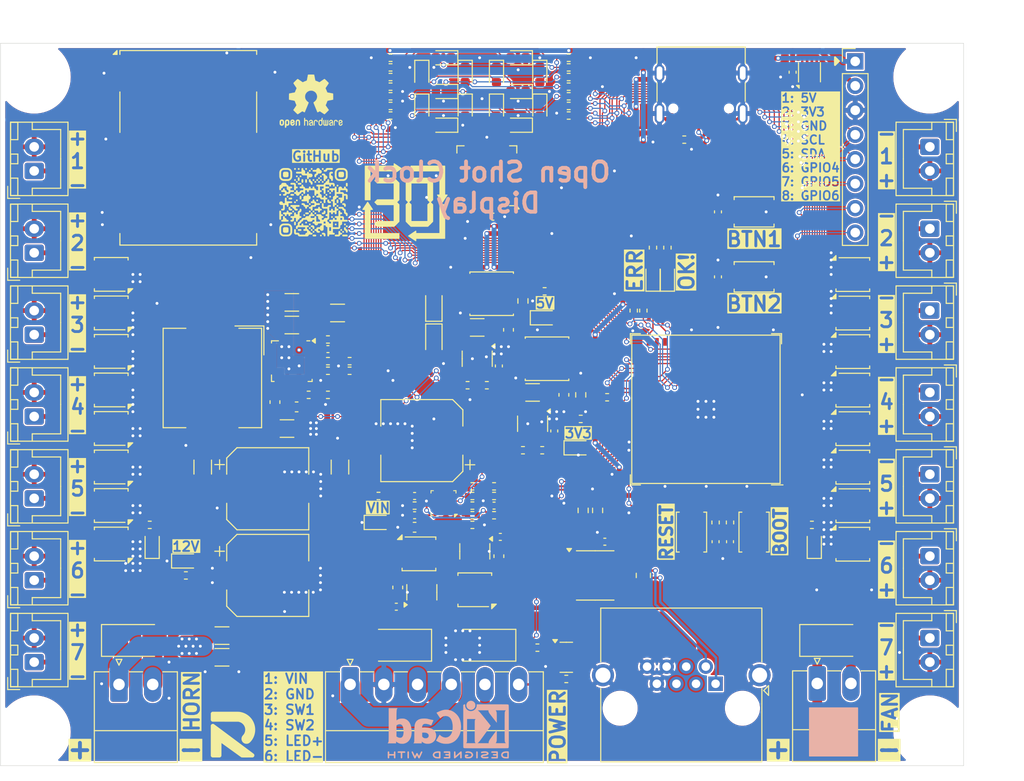
<source format=kicad_pcb>
(kicad_pcb (version 20240108) (generator "pcbnew") (generator_version "8.0")
  (title_block (title "Open Shot Clock - Display") (date "2025-04-08") (rev "01") (company "Ravenspark") (comment 1 "0-Series"))
  (layers (0 "F.Cu" signal) (31 "B.Cu" signal) (34 "B.Paste" user) (35 "F.Paste" user) (36 "B.SilkS" user "B.Silkscreen") (37 "F.SilkS" user "F.Silkscreen") (38 "B.Mask" user) (39 "F.Mask" user) (44 "Edge.Cuts" user))
  (net 0 "")
  (net 1 "GND")
  (net 2 "/GPIOz")
  (net 3 "/GPIOx")
  (net 4 "+12V")
  (net 5 "+3.3V")
  (net 6 "/GPIOy")
  (net 7 "SW")
  (net 8 "/SPI.CLK")
  (net 9 "/SPI.MOSI")
  (net 10 "/SPI.MISO")
  (net 11 "/UART.TX")
  (net 12 "/I2C.SCL")
  (net 13 "/LORA.BUSY")
  (net 14 "/UART.RX")
  (net 15 "/I2C.SDA")
  (net 16 "/LORA.IRQ")
  (net 17 "/BTN1")
  (net 18 "/BTN2")
  (net 19 "/LORA.NSS")
  (net 20 "/V_SENSE")
  (net 21 "/LORA.RST")
  (net 22 "/LORA.DIO1")
  (net 23 "/BOOT")
  (net 24 "/FAN.PWM")
  (net 25 "VBUS")
  (net 26 "/LED Driver/7-Segment1 units/Segment1")
  (net 27 "/LED Driver/7-Segment1 units/Segment2")
  (net 28 "/LED Driver/7-Segment1 units/Segment3")
  (net 29 "/LED Driver/7-Segment1 units/Segment4")
  (net 30 "/LED Driver/7-Segment1 units/Segment5")
  (net 31 "/LED Driver/7-Segment1 units/Segment6")
  (net 32 "/LED Driver/7-Segment1 units/Segment7")
  (net 33 "/LED Driver/7-Segment2 tens/Segment1")
  (net 34 "/LED Driver/7-Segment2 tens/Segment2")
  (net 35 "/LED Driver/7-Segment2 tens/Segment3")
  (net 36 "/LED Driver/7-Segment2 tens/Segment4")
  (net 37 "/LED Driver/7-Segment2 tens/Segment5")
  (net 38 "/LED Driver/7-Segment2 tens/Segment6")
  (net 39 "/LED Driver/7-Segment2 tens/Segment7")
  (net 40 "/Communication/RS485.B")
  (net 41 "/Communication/RS485.A")
  (net 42 "VCC")
  (net 43 "/Power Supply/VUSB")
  (net 44 "+5V")
  (net 45 "Net-(U102-EN)")
  (net 46 "Net-(C601-Pad2)")
  (net 47 "Net-(U601-VDD)")
  (net 48 "Net-(U601-VDRV)")
  (net 49 "Net-(U601-VOUT)")
  (net 50 "Net-(U602-ITIMER)")
  (net 51 "Net-(U602-DVDT)")
  (net 52 "Net-(U603-SW)")
  (net 53 "Net-(U603-BOOT)")
  (net 54 "Net-(D601-K)")
  (net 55 "Net-(C616-Pad1)")
  (net 56 "Net-(U604-BOOT)")
  (net 57 "Net-(U604-SW)")
  (net 58 "Net-(C619-Pad1)")
  (net 59 "Net-(U605-VCAP)")
  (net 60 "Net-(U606-VCAP)")
  (net 61 "Net-(D101-A)")
  (net 62 "Net-(D102-A)")
  (net 63 "Net-(D201-A)")
  (net 64 "Net-(D202-A)")
  (net 65 "Net-(D202-K)")
  (net 66 "Net-(D204-A)")
  (net 67 "Net-(D203-A)")
  (net 68 "Net-(D401-A)")
  (net 69 "Net-(D402-A)")
  (net 70 "Net-(D403-A)")
  (net 71 "Net-(D404-A)")
  (net 72 "Net-(D405-A)")
  (net 73 "Net-(D406-A)")
  (net 74 "Net-(D407-A)")
  (net 75 "Net-(D501-A)")
  (net 76 "Net-(D502-A)")
  (net 77 "Net-(D503-A)")
  (net 78 "Net-(D504-A)")
  (net 79 "Net-(D505-A)")
  (net 80 "Net-(D506-A)")
  (net 81 "Net-(D507-A)")
  (net 82 "Net-(D605-A)")
  (net 83 "Net-(D606-A)")
  (net 84 "Net-(D607-A)")
  (net 85 "VIN")
  (net 86 "Net-(D608-A)")
  (net 87 "Net-(J102-Pin_1)")
  (net 88 "Net-(J102-Pin_6)")
  (net 89 "/LED.STATUS")
  (net 90 "Net-(J401-Pin_1)")
  (net 91 "/UART.~{RXEN}")
  (net 92 "/UART.TXEN")
  (net 93 "/I_SENSE")
  (net 94 "Net-(J402-Pin_1)")
  (net 95 "/LED.OK")
  (net 96 "Net-(J403-Pin_1)")
  (net 97 "Net-(J404-Pin_1)")
  (net 98 "/LED.ERR")
  (net 99 "/D_N")
  (net 100 "/D_P")
  (net 101 "Net-(J405-Pin_1)")
  (net 102 "/PWM.OE")
  (net 103 "Net-(J406-Pin_1)")
  (net 104 "Net-(J407-Pin_1)")
  (net 105 "Net-(J501-Pin_1)")
  (net 106 "Net-(J502-Pin_1)")
  (net 107 "Net-(J503-Pin_1)")
  (net 108 "V1")
  (net 109 "Net-(J504-Pin_1)")
  (net 110 "Net-(J505-Pin_1)")
  (net 111 "Net-(J506-Pin_1)")
  (net 112 "Net-(J507-Pin_1)")
  (net 114 "VEXT")
  (net 115 "/12V_PG")
  (net 118 "Net-(U601-FB)")
  (net 119 "Net-(U601-BOOT)")
  (net 121 "Net-(Q101-D)")
  (net 122 "Net-(Q101-G)")
  (net 123 "Net-(Q201-G)")
  (net 124 "Net-(Q202-G)")
  (net 125 "Net-(Q601-G)")
  (net 126 "Net-(Q602-G)")
  (net 127 "Net-(U301-~{RE})")
  (net 128 "Net-(U601-EN)")
  (net 129 "Net-(U602-EN{slash}UVLO)")
  (net 130 "Net-(U601-PHASE)")
  (net 131 "Net-(U602-PGTH)")
  (net 132 "Net-(U602-OVLO)")
  (net 133 "Net-(U602-ILIM)")
  (net 134 "Net-(U601-MODE2)")
  (net 135 "Net-(U601-MODE1)")
  (net 136 "Net-(U603-FB)")
  (net 137 "Net-(U604-FB)")
  (net 149 "Net-(U302-DIO2)")
  (footprint "Resistor_SMD:R_0402_1005Metric" (layer "F.Cu") (at 108.75 116)
    (property "Reference" "R105" (hide yes))
    (property "Value" "1k8")
  )
  (footprint "Capacitor_SMD:C_0402_1005Metric" (layer "F.Cu") (at 101.125 68)
    (property "Reference" "C201" (hide yes))
    (property "Value" "100n")
  )
  (footprint "Connector_JST:JST_XH_B2B-XH-A_1x02_P2.50mm_Vertical" (layer "F.Cu") (at 146.5 94.75 -90)
    (property "Reference" "J505" (hide yes))
    (property "Value" "XH 2P")
  )
  (footprint "Resistor_SMD:R_1206_3216Metric" (layer "F.Cu") (at 85 78 180)
    (property "Reference" "R602" (hide yes))
    (property "Value" "0R")
  )
  (footprint "LED_SMD:LED_0603_1608Metric" (layer "F.Cu") (at 101.5 56.75 -90)
    (property "Reference" "D404" (hide yes))
    (property "Value" "LED")
  )
  (footprint "Resistor_SMD:R_0402_1005Metric" (layer "F.Cu") (at 89.25 97)
    (property "Reference" "R626" (hide yes))
    (property "Value" "18k")
  )
  (footprint "Package_SON:VSON-8_3.3x3.3mm_P0.65mm_NexFET" (layer "F.Cu") (at 138.5 86)
    (property "Reference" "Q504" (hide yes))
    (property "Value" "DOZ35N06")
  )
  (footprint "Package_SON:VSON-8_3.3x3.3mm_P0.65mm_NexFET" (layer "F.Cu") (at 61.5 98 180)
    (property "Reference" "Q407" (hide yes))
    (property "Value" "DOZ35N06")
  )
  (footprint "Resistor_SMD:R_0402_1005Metric" (layer "F.Cu") (at 124.25 99.75 -90)
    (property "Reference" "R106" (hide yes))
    (property "Value" "1k8")
  )
  (footprint "Resistor_SMD:R_0402_1005Metric" (layer "F.Cu") (at 86.25 83 180)
    (property "Reference" "R603" (hide yes))
    (property "Value" "18k")
  )
  (footprint "Resistor_SMD:R_0603_1608Metric" (layer "F.Cu") (at 110.5 98.5 -90)
    (property "Reference" "R302" (hide yes))
    (property "Value" "0R")
  )
  (footprint "Diode_SMD:D_SMA" (layer "F.Cu") (at 64 112)
    (property "Reference" "D202" (hide yes))
    (property "Value" "SS54")
  )
  (footprint "Connector_JST:JST_XH_B2B-XH-A_1x02_P2.50mm_Vertical" (layer "F.Cu") (at 146.5 60.75 -90)
    (property "Reference" "J501" (hide yes))
    (property "Value" "XH 2P")
  )
  (footprint "Resistor_SMD:R_0402_1005Metric" (layer "F.Cu") (at 90.5 53.5)
    (property "Reference" "R401" (hide yes))
    (property "Value" "4k3")
  )
  (footprint "Connector_PinHeader_2.54mm:PinHeader_1x08_P2.54mm_Vertical" (layer "F.Cu") (at 138.75 51.875)
    (property "Reference" "J103" (hide yes))
    (property "Value" "01x08_Pin")
  )
  (footprint "LED_SMD:LED_0603_1608Metric" (layer "F.Cu") (at 93.75 53.25 -90)
    (property "Reference" "D505" (hide yes))
    (property "Value" "LED")
  )
  (footprint "Capacitor_SMD:C_0603_1608Metric" (layer "F.Cu") (at 80.75 87.75)
    (property "Reference" "C604" (hide yes))
    (property "Value" "1u")
  )
  (footprint "Capacitor_SMD:CP_Elec_8x10" (layer "F.Cu") (at 77.75 105.25)
    (property "Reference" "C608" (hide yes))
    (property "Value" "100u")
  )
  (footprint "Connector_USB:USB_C_Receptacle_G-Switch_GT-USB-7010ASV" (layer "F.Cu") (at 122.75 54.165 180)
    (property "Reference" "P101" (hide yes))
    (property "Value" "USB_C_Plug_USB2.0")
  )
  (footprint "Resistor_SMD:R_0402_1005Metric" (layer "F.Cu") (at 112.99 86.75)
    (property "Reference" "R110" (hide yes))
    (property "Value" "18k")
  )
  (footprint "Package_TO_SOT_SMD:SOT-23-6" (layer "F.Cu") (at 93.75 107 90)
    (property "Reference" "U605" (hide yes))
    (property "Value" "LM74700")
  )
  (footprint "Capacitor_SMD:C_0402_1005Metric" (layer "F.Cu") (at 124.5 74.25 90)
    (property "Reference" "C102" (hide yes))
    (property "Value" "100n")
  )
  (footprint "RVNSPRK_Switch:SW_Push_4x3mm" (layer "F.Cu") (at 128.25 67.5)
    (property "Reference" "SW101" (hide yes))
    (property "Value" "SW_4x3mm" (hide yes))
  )
  (footprint "Package_TO_SOT_SMD:SOT-23-6" (layer "F.Cu") (at 105.25 89.5 -90)
    (property "Reference" "U603" (hide yes))
    (property "Value" "TPS54202DDC")
  )
  (footprint "Connector_JST:JST_XH_B2B-XH-A_1x02_P2.50mm_Vertical" (layer "F.Cu") (at 53.5 71.75 90)
    (property "Reference" "J402" (hide yes))
    (property "Value" "XH 2P")
  )
  (footprint "Resistor_SMD:R_0402_1005Metric" (layer "F.Cu") (at 106.25 92.25 180)
    (property "Reference" "R621" (hide yes))
    (property "Value" "82k")
  )
  (footprint "LED_SMD:LED_0603_1608Metric" (layer "F.Cu") (at 96 58.5 180)
    (property "Reference" "D503" (hide yes))
    (property "Value" "LED")
  )
  (footprint "Connector_JST:JST_XH_B2B-XH-A_1x02_P2.50mm_Vertical" (layer "F.Cu") (at 53.5 105.75 90)
    (property "Reference" "J406" (hide yes))
    (property "Value" "XH 2P")
  )
  (footprint "Capacitor_SMD:C_0402_1005Metric" (layer "F.Cu") (at 125.75 101.75 -90)
    (property "Reference" "C105" (hide yes))
    (property "Value" "100n")
  )
  (footprint "Resistor_SMD:R_0402_1005Metric" (layer "F.Cu") (at 116.75 77.75 -90)
    (property "Reference" "R107" (hide yes))
    (property "Value" "4k3")
  )
  (footprint "RVNSPRK_Switch:SW_Push_4x3mm" (layer "F.Cu") (at 128.25 100.75 -90)
    (property "Reference" "SW104" (hide yes))
    (property "Value" "SW_4x3mm" (hide yes))
  )
  (footprint "Resistor_SMD:R_0402_1005Metric" (layer "F.Cu") (at 125.75 99.75 -90)
    (property "Reference" "R109" (hide yes))
    (property "Value" "1k8")
  )
  (footprint "Resistor_SMD:R_0402_1005Metric" (layer "F.Cu") (at 82 86.5)
    (property "Reference" "R615" (hide yes))
    (property "Value" "4k3")
  )
  (footprint "Package_SON:VSON-8_3.3x3.3mm_P0.65mm_NexFET" (layer "F.Cu") (at 99.25 106.75 180)
    (property "Reference" "Q602" (hide yes))
    (property "Value" "DOZ35N06")
  )
  (footprint "Resistor_SMD:R_0402_1005Metric" (layer "F.Cu") (at 109 53.5 180)
    (property "Reference" "R507" (hide yes))
    (property "Value" "4k3")
  )
  (footprint "Resistor_SMD:R_0402_1005Metric" (layer "F.Cu") (at 105.75 112.75)
    (property "Reference" "R104" (hide yes))
    (property "Value" "1k8")
  )
  (footprint "Capacitor_SMD:C_1206_3216Metric" (layer "F.Cu") (at 99.5 79.5)
    (property "Reference" "C618" (hide yes))
    (property "Value" "10u")
  )
  (footprint "Package_SON:VSON-8_3.3x3.3mm_P0.65mm_NexFET" (layer "F.Cu") (at 138.5 98)
    (property "Reference" "Q507" (hide yes))
    (property "Value" "DOZ35N06")
  )
  (footprint "Package_SON:WSON-8-1EP_2x2mm_P0.5mm_EP0.9x1.6mm" (layer "F.Cu") (at 134 53 90)
    (property "Reference" "U101" (hide yes))
    (property "Value" "TMP1075DSGR")
  )
  (footprint "Resistor_SMD:R_0402_1005Metric" (layer "F.Cu") (at 84 84 180)
    (property "Reference" "R613" (hide yes))
    (property "Value" "200k")
  )
  (footprint "Resistor_SMD:R_0402_1005Metric" (layer "F.Cu") (at 99 96)
    (property "Reference" "R606" (hide yes))
    (property "Value" "18k")
  )
  (footprint "Capacitor_SMD:C_0603_1608Metric" (layer "F.Cu") (at 102.75 79.75 -90)
    (property "Reference" "C619" (hide yes))
    (property "Value" "10u")
  )
  (footprint "LED_SMD:LED_0603_1608Metric" (layer "F.Cu") (at 98.25 53.25 -90)
    (property "Reference" "D507" (hide yes))
    (property "Value" "LED")
  )
  (footprint "Capacitor_SMD:C_0603_1608Metric" (layer "F.Cu") (at 108.5 86.5 -90)
    (property "Reference" "C616" (hide yes))
    (property "Value" "10u")
  )
  (footprint "RVNSPRK_Packages:RPW0010A_VQFN-HR-10" (layer "F.Cu") (at 96 97.75 180)
    (property "Reference" "U602" (hide yes))
    (property "Value" "TPS259474ARPWR")
  )
  (footprint "Resistor_SMD:R_0402_1005Metric" (layer "F.Cu") (at 106.5 75.75)
    (property "Reference" "R628" (hide yes))
    (property "Value" "4k3")
  )
  (footprint "Symbol:OSHW-Logo2_7.3x6mm_SilkScreen" (layer "F.Cu") (at 82.25 56)
    (property "Reference" "REF**" (hide yes))
    (property "Value" "OSHW-Logo2_7.3x6mm_SilkScreen" (hide yes))
  )
  (footprint "Capacitor_SMD:CP_Elec_8x10" (layer "F.Cu") (at 77.75 96.25)
    (property "Reference" "C607" (hide yes))
    (property "Value" "100u")
  )
  (footprint "LED_SMD:LED_0603_1608Metric" (layer "F.Cu") (at 134.5 102 90)
    (property "Reference" "D203" (hide yes))
    (property "Value" "LED")
  )
  (footprint "Capacitor_SMD:C_1206_3216Metric" (layer "F.Cu") (at 80.25 79.25 180)
    (property "Reference" "C603" (hide yes))
    (property "Value" "10u")
  )
  (footprint "Resistor_SMD:R_0402_1005Metric" (layer "F.Cu") (at 90.5 56.5)
    (property "Reference" "R403" (hide yes))
    (property "Value" "4k3")
  )
  (footprint "LED_SMD:LED_0603_1608Metric" (layer "F.Cu") (at 65.75 102 90)
    (property "Reference" "D201" (hide yes))
    (property "Value" "LED")
  )
  (footprint "Package_SON:VSON-8_3.3x3.3mm_P0.65mm_NexFET" (layer "F.Cu") (at 138.5 94)
    (property "Reference" "Q506" (hide yes))
    (property "Value" "DOZ35N06")
  )
  (footprint "Resistor_SMD:R_0402_1005Metric" (layer "F.Cu") (at 109 55.5 180)
    (property "Reference" "R504" (hide yes))
    (property "Value" "4k3")
  )
  (footprint "Package_SON:VSON-8_3.3x3.3mm_P0.65mm_NexFET" (layer "F.Cu") (at 138.5 90)
    (property "Reference" "Q505" (hide yes))
    (property "Value" "DOZ35N06")
  )
  (footprint "Resistor_SMD:R_0402_1005Metric" (layer "F.Cu") (at 101.25 99)
    (property "Reference" "R610" (hide yes))
    (property "Value" "1k8")
  )
  (footprint "MountingHole:MountingHole_3.2mm_M3" (layer "F.Cu") (at 53.5 121.5 90)
    (property "Reference" "H104" (hide yes))
    (property "Value" "M3")
  )
  (footprint "Diode_SMD:D_SMA" (layer "F.Cu") (at 91.25 112.5 180)
    (property "Reference" "D603" (hide yes))
    (property "Value" "SMAJ24CA")
  )
  (footprint "Resistor_SMD:R_0402_1005Metric" (layer "F.Cu") (at 99 98)
    (property "Reference" "R616" (hide yes))
    (property "Value" "0R")
  )
  (footprint "Capacitor_SMD:C_0402_1005Metric" (layer "F.Cu") (at 101.75 83.5 90)
    (property "Reference" "C617" (hide yes))
    (property "Value" "100n")
  )
  (footprint "Capacitor_SMD:C_0402_1005Metric" (layer "F.Cu") (at 112.75 101.75 180)
    (property "Reference" "C301" (hide yes))
    (property "Value" "100n")
  )
  (footprint "Resistor_SMD:R_1206_3216Metric" (layer "F.Cu") (at 85.25 94 90)
    (property "Reference" "R601" (hide yes))
    (property "Value" "0R")
  )
  (footprint "Package_SO:SOIC-8_3.9x4.9mm_P1.27mm" (layer "F.Cu") (at 111.75 105.25)
    (property "Reference" "U301" (hide yes))
    (property "Value" "SP3485EN-L/TR")
  )
  (footprint "LED_SMD:LED_0603_1608Metric" (layer "F.Cu") (at 106.5 78.5)
    (property "Reference" "D607" (hide yes))
    (property "Value" "LED")
  )
  (footprint "Resistor_SMD:R_0402_1005Metric" (layer "F.Cu") (at 109 57.5 180)
    (property "Reference" "R502" (hide yes))
    (property "Value" "4k3")
  )
  (footprint "LED_SMD:LED_0603_1608Metric" (layer "F.Cu") (at 117.75 74.25 90)
    (property "Reference" "D102" (hide yes))
    (property "Value" "LED")
  )
  (footprint "Espressif:ESP32-S3-MINI-1U" (layer "F.Cu") (at 123.25 88 180)
    (property "Reference" "U102" (hide yes))
    (property "Value" "ESP32-S3-MINI-1U-N8")
  )
  (footprint "Resistor_SMD:R_0402_1005Metric" (layer "F.Cu") (at 134.25 100)
    (property "Reference" "R204" (hide yes))
    (property "Value" "4k3")
  )
  (footprint "Diode_SMD:D_SMA" (layer "F.Cu") (at 100 112.5 180)
    (property "Reference" "D604" (hide yes))
    (property "Value" "SMAJ24CA")
  )
  (footprint "Resistor_SMD:R_0402_1005Metric" (layer "F.Cu") (at 90.5 55.5)
    (property "Reference" "R402" (hide yes))
    (property "Value" "4k3")
  )
  (footprint "Open-Shot-Clock:Open-Shot-Clock_QR_8mm" (layer "F.Cu") (at 82.5 66.5)
    (property "Reference" "G***" (hide yes))
    (property "Value" "LOGO" (hide yes))
  )
  (footprint "Capacitor_SMD:C_0603_1608Metric" (layer "F.Cu") (at 93 100.25)
    (property "Reference" "C609" (hide yes))
    (property "Value" "1u")
  )
  (footprint "Connector_RJ:RJ45_Amphenol_RJHSE5380" (layer "F.Cu") (at 124.25 116.5 180)
    (property "Reference" "J101" (hide yes))
    (property "Value" "RJ45")
  )
  (footprint "Package_SON:VSON-8_3.3x3.3mm_P0.65mm_NexFET" (layer "F.Cu") (at 138.5 74)
    (property "Reference" "Q501" (hide yes))
    (property "Value" "DOZ35N06")
  )
  (footprint "Capacitor_SMD:C_0402_1005Metric" (layer "F.Cu") (at 91.1 108.5)
    (property "Reference" "C620" (hide yes))
    (property "Value" "100n")
  )
  (footprint "Package_SON:VSON-8_3.3x3.3mm_P0.65mm_NexFET" (layer "F.Cu") (at 61.5 90 180)
    (property "Reference" "Q405" (hide yes))
    (property "Value" "DOZ35N06")
  )
  (footprint "Connector_JST:JST_XH_B2B-XH-A_1x02_P2.50mm_Vertical" (layer "F.Cu") (at 53.5 80.25 90)
    (property "Reference" "J403" (hide yes))
    (property "Value" "XH 2P")
  )
  (footprint "Package_SON:VSON-8_3.3x3.3mm_P0.65mm_NexFET" (layer "F.Cu") (at 61.5 78 180)
    (property "Reference" "Q402" (hide yes))
    (property "Value" "DOZ35N06")
  )
  (footprint "Package_SON:VSON-8_3.3x3.3mm_P0.65mm_NexFET" (layer "F.Cu") (at 61.5 102 180)
    (property "Reference" "Q201" (hide yes))
    (property "Value" "DOZ35N06")
  )
  (footprint "LED_SMD:LED_0603_1608Metric" (layer "F.Cu") (at 96 51.5 180)
    (property "Reference" "D506" (hide yes))
    (property "Value" "LED")
  )
  (footprint "Package_SON:VSON-8_3.3x3.3mm_P0.65mm_NexFET" (layer "F.Cu") (at 138.5 82)
    (property "Reference" "Q503" (hide yes))
    (property "Value" "DOZ35N06")
  )
  (footprint "Capacitor_SMD:C_1206_3216Metric" (layer "F.Cu") (at 79.75 90)
    (property "Reference" "C606" (hide yes))
    (property "Value" "10u")
  )
  (footprint "Package_SON:VSON-8_3.3x3.3mm_P0.65mm_NexFET" (layer "F.Cu") (at 61.5 74 180)
    (property "Reference" "Q401" (hide yes))
    (property "Value" "DOZ35N06")
  )
  (footprint "LED_SMD:LED_0603_1608Metric" (layer "F.Cu") (at 106 56.75 -90)
    (property "Reference" "D402" (hide yes))
    (property "Value" "LED")
  )
  (footprint "Resistor_SMD:R_0402_1005Metric" (layer "F.Cu") (at 99 99)
    (property "Reference" "R609" (hide yes))
    (property "Value" "1k8")
  )
  (footprint "Inductor_SMD:L_Bourns_SRP1050WA" (layer "F.Cu") (at 72 84.75 -90)
    (property "Reference" "L601" (hide yes))
    (property "Value" "6.8uH")
  )
  (footprint "Resistor_SMD:R_0402_1005Metric" (layer "F.Cu") (at 84 83 180)
    (property "Reference" "R614" (hide yes))
    (property "Value" "200k")
  )
  (footprint "Resistor_SMD:R_0402_1005Metric" (layer "F.Cu") (at 121 60)
    (property "Reference" "R103" (hide yes))
    (property "Value" "1k")
  )
  (footprint "Capacitor_SMD:C_1206_3216Metric" (layer "F.Cu") (at 105.25 86.25)
    (property "Reference" "C615" (hide yes))
    (property "Value" "10u")
  )
  (footprint "Resistor_SMD:R_0603_1608Metric" (layer "F.Cu") (at 112 98.5 90)
    (property "Reference" "R303" (hide yes))
    (property "Value" "0R")
  )
  (footprint "RVNSPRK_Modules:E220-400M22S" (layer "F.Cu") (at 69.5 60.75)
    (property "Reference" "U302" (hide yes))
    (property "Value" "E220-400M22S")
  )
  (footprint "Resistor_SMD:R_0402_1005Metric" (layer "F.Cu") (at 110.25 89)
    (property "Reference" "R629" (hide yes))
    (property "Value" "1k8")
  )
  (footprint "Resistor_SMD:R_0402_1005Metric" (layer "F.Cu") (at 90.5 52.5)
    (property "Reference" "R406" (hide yes))
    (property "Value" "4k3")
  )
  (footprint "RVNSPRK_Switch:SW_Push_4x3mm" (layer "F.Cu") (at 121.75 100.75 -90)
    (property "Reference" "SW103" (hide yes))
    (property "Value" "SW_4x3mm" (hide yes))
  )
  (footprint "Resistor_SMD:R_0402_1005Metric" (layer "F.Cu") (at 109 51.5 180)
    (property "Reference" "R505" (hide yes))
    (property "Value" "4k3")
  )
  (footprint "Diode_SMD:D_SMA" (layer "F.Cu") (at 136.5 112)
    (property "Reference" "D204" (hide yes))
    (property "Value" "SS54")
  )
  (footprint "Resistor_SMD:R_0402_1005Metric" (layer "F.Cu") (at 100.5 85.5 180)
    (property "Reference" "R624" (hide yes))
    (property "Value" "82k")
  )
  (footprint "Connector_JST:JST_XH_B2B-XH-A_1x02_P2.50mm_Vertical" (layer "F.Cu") (at 53.5 63.25 90)
    (property "Reference" "J401" (hide yes))
    (property "Value" "XH 2P")
  )
  (footprint "Resistor_SMD:R_0603_1608Metric" (layer "F.Cu") (at 110.25 86.5 -90)
    (property "Reference" "R620" (hide yes))
    (property "Value" "0R")
  )
  (footprint "LED_SMD:LED_0603_1608Metric" (layer "F.Cu") (at 96 55 180)
    (property "Reference" "D501" (hide yes))
    (property "Value" "LED")
  )
  (footprint "Diode_SMD:D_SOD-323" (layer "F.Cu") (at 95 80.75 -90)
    (property "Reference" "D601" (hide yes))
    (property "Value" "1N5819WS")
  )
  (footprint "Connector_JST:JST_XH_B2B-XH-A_1x02_P2.50mm_Vertical" (layer "F.Cu") (at 53.5 88.75 90)
    (property "Reference" "J404" (hide yes))
    (property "Value" "XH 2P")
  )
  (footprint "Capacitor_SMD:C_0402_1005Metric" (layer "F.Cu") (at 107.5 90.25 90)
    (property "Reference" "C614" (hide yes))
    (property "Value" "100n")
  )
  (footprint "LED_SMD:LED_0603_1608Metric" (layer "F.Cu") (at 101.5 53.25 -90)
    (property "Reference" "D405" (hide yes))
    (property "Value" "LED")
  )
  (footprint "Package_DFN_QFN:QFN-28-1EP_6x6mm_P0.65mm_EP4.25x4.25mm" (layer "F.Cu") (at 100.5 63.75 180)
    (property "Reference" "U201" (hide yes))
    (property "Value" "PCA9685BS")
  )
  (footprint "Resistor_SMD:R_0402_1005Metric" (layer "F.Cu") (at 69.25 105.25 180)
    (property "Reference" "R627" (hide yes))
    (property "Value" "11k")
  )
  (footprint "Capacitor_SMD:C_0402_1005Metric" (layer "F.Cu") (at 124.25 101.75 -90)
    (property "Reference" "C104" (hide yes))
    (property "Value" "100n")
  )
  (footprint "Resistor_SMD:R_0402_1005Metric" (layer "F.Cu") (at 99 100)
    (property "Reference" "R604" (hide yes))
    (property "Value" "18k")
  )
  (footprint "Connector_JST:JST_XH_B2B-XH-A_1x02_P2.50mm_Vertical" (layer "F.Cu") (at 146.5 86.25 -90)
    (property "Reference" "J504" (hide yes))
    (property "Value" "XH 2P")
  )
  (footprint "Package_SON:VSON-8_3.3x3.3mm_P0.65mm_NexFET" (layer "F.Cu") (at 61.5 82 180)
    (property "Reference" "Q403" (hide yes))
    (property "Value" "DOZ35N06")
  )
  (footprint "Resistor_SMD:R_0402_1005Metric" (layer "F.Cu") (at 119.25 71.215 -90)
    (property "Reference" "R101" (hide yes))
    (property "Value" "1k8")
  )
  (footprint "RVNSPRK_Logo:OpenShotClock" (layer "F.Cu") (at 91.75 66.5)
    (property "Reference" "REF**" (hide yes))
    (property "Value" "OpenShotClock")
  )
  (footprint "Package_SON:VSON-8_3.3x3.3mm_P0.65mm_NexFET" (layer "F.Cu") (at 138.5 102)
    (property "Reference" "Q202" (hide yes))
    (property "Value" "DOZ35N06")
  )
  (footprint "LED_SMD:LED_0603_1608Metric" (layer "F.Cu") (at 93.75 56.75 -90)
    (property "Reference" "D504" (hide yes))
    (property "Value" "LED")
  )
  (footprint "Inductor_SMD:L_Changjiang_FNR4030S" (layer "F.Cu") (at 101 76)
    (property "Reference" "L603" (hide yes))
    (property "Value" "33uH")
  )
  (footprint "Connector_Phoenix_MC:PhoenixContact_MC_1,5_6-G-3.5_1x06_P3.50mm_Horizontal" (layer "F.Cu") (at 86.305 116.5675)
    (property "Reference" "J102" (hide yes))
    (property "Value" "Screw Terminal 3.5mm")
  )
  (footprint "Resistor_SMD:R_1206_3216Metric" (layer "F.Cu") (at 71 94 90)
    (property "Reference" "R608" (hide yes))
    (property "Value" "0R")
  )
  (footprint "Connector_JST:JST_XH_B2B-XH-A_1x02_P2.50mm_Vertical" (layer "F.Cu") (at 146.5 69.25 -90)
    (property "Reference" "J502" (hide yes))
    (property "Value" "XH 2P")
  )
  (footprint "Connector_Phoenix_MC:PhoenixContact_MC_1,5_2-G-3.5_1x02_P3.50mm_Horizontal" (layer "F.Cu") (at 62.305 116.5675)
    (property "Reference" "J201" (hide yes))
    (property "Value" "Term 3.5mm")
  )
  (footprint "MountingHole:MountingHole_3.2mm_M3" (layer "F.Cu") (at 146.5 121.5 90)
    (property "Reference" "H103" (hide yes))
    (property "Value" "M3")
  )
  (footprint "Package_SON:VSON-8_3.3x3.3mm_P0.65mm_NexFET" (layer "F.Cu") (at 61.5 86 180)
    (property "Reference" "Q404" (hide yes))
    (property "Value" "DOZ35N06")
  )
  (footprint "Capacitor_SMD:C_0603_1608Metric" (layer "F.Cu") (at 101.75 103.25 90)
    (property "Reference" "C623" (hide yes))
    (property "Value" "1u")
  )
  (footprint "Resistor_SMD:R_0402_1005Metric" (layer "F.Cu") (at 104.25 92.25 180)
    (property "Reference" "R622" (hide yes))
    (property "Value" "18k")
  )
  (footprint "Resistor_SMD:R_0402_1005Metric" (layer "F.Cu") (at 90.505 51.5)
    (property "Reference" "R407" (hide yes))
    (property "Value" "4k3")
  )
  (footprint "Connector_JST:JST_XH_B2B-XH-A_1x02_P2.50mm_Vertical" (layer "F.Cu") (at 146.5 103.25 -90)
    (property "Reference" "J506" (hide yes))
    (property "Value" "XH 2P")
  )
  (footprint "Connector_JST:JST_XH_B2B-XH-A_1x02_P2.50mm_Vertical" (layer "F.Cu") (at 53.5 114.25 90)
    (property "Reference" "J407" (hide yes))
    (property "Value" "XH 2P")
  )
  (footprint "Diode_SMD:D_SOD-323" (layer "F.Cu") (at 95 77.25 90)
    (property "Reference" "D602" (hide yes))
    (property "Value" "1N5819WS")
  )
  (footprint "Resistor_SMD:R_0402_1005Metric" (layer "F.Cu") (at 101.25 96)
    (property "Reference" "R607" (hide yes))
    (property "Value" "18k")
  )
  (footprint "Resistor_SMD:R_1206_3216Metric" (layer "F.Cu") (at 73 111.5 180)
    (property "Reference" "R202" (hide yes))
    (property "Value" "0R")
  )
  (footprint "Capacitor_SMD:C_0402_1005Metric" (layer "F.Cu") (at 124.5 67.5 90)
    (property "Reference" "C101" (hide yes))
    (property "Value" "100n")
  )
  (footprint "Capacitor_SMD:C_0402_1005Metric" (layer "F.Cu") (at 84 81.75)
    (property "Reference" "C601" (hide yes))
    (property "Value" "100n")
  )
  (footprint "LED_SMD:LED_0603_1608Metric" (layer "F.Cu") (at 103.75 58.5 180)
    (property "Reference" "D403" (hide yes))
    (property "Value" "LED")
  )
  (footprint "Connector_Phoenix_MC:PhoenixContact_MC_1,5_2-G-3.5_1x02_P3.50mm_Horizontal" (layer "F.Cu") (at 134.805 116.4675)
    (property "Reference" "J202" (hide yes))
    (property "Value" "Term 3.5mm")
  )
  (footprint "LED_SMD:LED_0603_1608Metric" (layer "F.Cu") (at 110 92)
    (property "Reference" "D608" (hide yes))
    (property "Value" "LED")
  )
  (footprint "Resistor_SMD:R_0402_1005Metric" (layer "F.Cu") (at 90.5 57.5)
    (property "Reference" "R404" (hide yes))
    (property "Value" "4k3")
  )
  (footprint "Resistor_SMD:R_0402_1005Metric" (layer "F.Cu") (at 101.25 97 180)
    (property "Reference" "R619" (hide yes))
    (property "Value" "1k8")
  )
  (footprint "Package_TO_SOT_SMD:SOT-23-6" (layer "F.Cu") (at 99.25 102.75 -90)
    (property "Reference" "U606" (hide yes))
    (property "Value" "LM74700")
  )
  (footprint "LED_SMD:LED_0603_1608Metric" (layer "F.Cu") (at 103.75 51.5 180)
    (property "Reference" "D406" (hide yes))
    (property "Value" "LED")
  )
  (footprint "Package_SON:VSON-8_3.3x3.3mm_P0.65mm_NexFET" (layer "F.Cu") (at 61.5 94 180)
    (property "Reference" "Q406" (hide yes))
    (property "Value" "DOZ35N06")
  )
  (footprint "Resistor_SMD:R_0402_1005Metric" (layer "F.Cu") (at 98.5 85.5 180)
    (property "Reference" "R625" (hide yes))
    (property "Value" "11k")
  )
  (footprint "Capacitor_SMD:C_0402_1005Metric" (layer "F.Cu") (at 132.25 53 -90)
    (property "Reference" "C103" (hide yes))
    (property "Value" "100n")
  )
  (footprint "Connector_JST:JST_XH_B2B-XH-A_1x02_P2.50mm_Vertical" (layer "F.Cu") (at 146.5 77.75 -90)
    (property "Reference" "J503" (hide yes))
    (property "Value" "XH 2P")
  )
  (footprint "Resistor_SMD:R_0402_1005Metric" (layer "F.Cu") (at 90.5 54.5)
    (property "Reference" "R405" (hide yes))
    (property "Value" "4k3")
  )
  (footprint "MountingHole:MountingHole_3.2mm_M3" (layer "F.Cu") (at 146.5 53.5 90)
    (property "Reference" "H102" (hide yes))
    (property "Value" "M3")
  )
  (footprint "LED_SMD:LED_0603_1608Metric" (layer "F.Cu") (at 69.25 103.75)
    (property "Reference" "D606" (hide yes))
    (property "Value" "LED")
  )
  (footprint "Resistor_SMD:R_0402_1005Metric" (layer "F.Cu") (at 84 86.5)
    (property "Reference" "R611" (hide yes))
    (property "Value" "82k")
  )
  (footprint "Resistor_SMD:R_1206_3216Metric" (layer "F.Cu") (at 73 113.75)
    (property "Reference" "R201" (hide yes))
    (property "Value" "0R")
  )
  (footprint "LED_SMD:LED_0603_1608Metric" (layer "F.Cu") (at 89.25 99.75)
    (property "Reference" "D605" (hide yes))
    (property "Value" "LED")
  )
  (footprint "LED_SMD:LED_0603_1608Metric" (layer "F.Cu") (at 98.25 56.749999 -90)
    (property "Reference" "D502" (hide yes))
    (property "Value" "LED")
  )
  (footprint "Capacitor_SMD:C_0402_1005Metric" (layer "F.Cu") (at 93 99)
    (property "Reference" "C610" (hide yes))
    (property "Value" "10n")
  )
  (footprint "Capacitor_SMD:C_0402_1005Metric" (layer "F.Cu") (at 101.9 101.25 180)
    (property "Reference" "C621" (hide yes))
    (property "Value" "100n")
  )
  (footprint "Capacitor_SMD:C_0402_1005Metric" (layer "F.Cu") (at 101.25 98)
    (property "Reference" "C613" (hide yes))
    (property "Value" "100n")
  )
  (footprint "Inductor_SMD:L_Changjiang_FNR4030S" (layer "F.Cu") (at 106.75 82.75)
    (property "Reference" "L602" (hide yes))
    (property "Value" "33uH")
  )
  (footprint "LED_SMD:LED_0603_1608Metric" (layer "F.Cu") (at 106 53.25 -90)
    (property "Reference" "D407" (hide yes))
    (property "Value" "LED")
  )
  (footprint "Resistor_SMD:R_0402_1005Metric" (layer "F.Cu") (at 99 97)
    (property "Reference" "R618" (hide yes))
    (property "Value" "1k8")
  )
  (footprint "Resistor_SMD:R_0402_1005Metric" (layer "F.Cu") (at 86.25 84)
    (property "Reference" "R612" (hide yes))
    (property "Value" "4k3")
  )
  (footprint "MountingHole:MountingHole_3.2mm_M3" (layer "F.Cu") (at 53.5 53.5 90)
    (property "Reference" "H101" (hide yes))
    (property "Value" "M3")
  )
  (footprint "Resistor_SMD:R_0603_1608Metric" (layer "F.Cu") (at 104.25 76.75 90)
    (property "Reference" "R623" (hide yes))
    (property "Value" "0R")
  )
  (footprint "Package_TO_SOT_SMD:SOT-23" (layer "F.Cu") (at 108.75 113.75)
    (property "Reference" "Q101" (hide yes))
    (property "Value" "2N7002")
  )
  (footprint "Package_DFN_QFN:Vishay_PowerPAK_MLP44-24L_ThermalVias" (layer "F.Cu") (at 80.25 83 -90)
    (property "Reference" "U601" (hide yes))
    (property "Value" "SIC438BED-T1-GE3")
  )
  (footprint "Connector_JST:JST_XH_B2B-XH-A_1x02_P2.50mm_Vertical" (layer "F.Cu") (at 53.5 97.25 90)
    (property "Reference" "J405" (hide yes))
    (property "Value" "XH 2P")
  )
  (footprint "RVNSPRK_Switch:SW_Push_4x3mm" (layer "F.Cu") (at 128.25 74.25)
    (property "Reference" "SW102" (hide yes))
    (property "Value" "SW_4x3mm" (hide yes))
  )
  (footprint "Package_SON:VSON-8_3.3x3.3mm_P0.65mm_NexFET" (layer "F.Cu") (at 93.45 103)
    (property "Reference" "Q601" (hide yes))
    (property "Value" "DOZ35N06")
  )
  (footprint "Resistor_SMD:R_0805_2012Metric" (layer "F.Cu") (at 116.75 105.25 -90)
    (property "Reference" "R301" (hide yes))
    (property "Value" "120R")
  )
  (footprint "Resistor_SMD:R_0402_1005Metric" (layer "F.Cu") (at 109 56.5 180)
    (property "Reference" "R503" (hide yes))
    (property "Value" "4k3")
  )
  (footprint "Resistor_SMD:R_0402_1005Metric" (layer "F.Cu") (at 109 52.5 180)
    (property "Reference" "R506" (hide yes))
    (property "Value" "4k3")
  )
  (footprint "Capacitor_SMD:C_0603_1608Metric" (layer "F.Cu") (at 91.25 106.5 -90)
    (property "Reference" "C622" (hide yes))
    (property "Value" "1u")
  )
  (footprint "LED_SMD:LED_0603_1608Metric" (layer "F.Cu") (at 119.25 74.25 90)
    (property "Reference" "D101" (hide yes))
    (property "Value" "LED")
  )
  (footprint "Resistor_SMD:R_0402_1005Metric" (layer "F.Cu") (at 93 98 180)
    (property "Reference" "R617" (hide yes))
    (property "Value" "680R")
  )
  (footprint "Capacitor_SMD:CP_Elec_8x10" (layer "F.Cu") (at 93.75 91.25 180)
    (property "Reference" "C612" (hide yes))
    (property "Value" "100u")
  )
  (footprint "Capacitor_SMD:C_0603_1608Metric" (layer "F.Cu") (at 78.5 87.25 -90)
    (property "Reference" "C605" (hide yes))
    (property "Value" "2u2")
  )
  (footprint "RVNSPRK_Logo:Ravnsprk_Logo_5mm" (layer "F.Cu") (at 74.25 121.75)
    (property "Reference" "G***" (hide yes))
    (property "Value" "LOGO" (hide yes))
  )
  (footprint "Capacitor_SMD:C_0402_1005Metric" (layer "F.Cu") (at 93 97)
    (property "Reference" "C611" (hide yes))
    (property "Value" "1n")
  )
  (footprint "Capacitor_SMD:C_1206_3216Metric" (layer "F.Cu") (at 80.25 76.9 180)
    (property "Reference" "C602" (hide yes))
    (property "Value" "10u")
  )
  (footprint "Package_SON:VSON-8_3.3x3.3mm_P0.65mm_NexFET" (layer "F.Cu") (at 138.5 78)
    (property "Reference" "Q502" (hide yes))
    (property "Value" "DOZ35N06")
  )
  (footprint "Resistor_SMD:R_0402_1005Metric" (layer "F.Cu") (at 115.75 77.75 -90)
    (property "Reference" "R108" (hide yes))
    (property "Value" "4k3")
  )
  (footprint "LED_SMD:LED_0603_1608Metric" (layer "F.Cu") (at 103.75 55 180)
    (property "Reference" "D401" (hide yes))
    (property "Value" "LED")
  )
  (footprint "Resistor_SMD:R_0402_1005Metric" (layer "F.Cu") (at 117.75 71.215 -90)
    (property "Reference" "R102" (hide yes))
    (property "Value" "1k8")
  )
  (footprint "Connector_JST:JST_XH_B2B-XH-A_1x02_P2.50mm_Vertical" (layer "F.Cu") (at 146.5 111.75 -90)
    (property "Reference" "J507" (hide yes))
    (property "Value" "XH 2P")
  )
  (footprint "Package_TO_SOT_SMD:SOT-23-6" (layer "F.Cu") (at 99.5 82.75 -90)
    (property "Reference" "U604" (hide yes))
    (property "Value" "TPS54202DDC")
  )
  (footprint "Resistor_SMD:R_0402_1005Metric" (layer "F.Cu") (at 84 80.75 180)
    (property "Reference" "R605" (hide yes))
    (property "Value" "2R2")
  )
  (footprint "Resistor_SMD:R_0402_1005Metric" (layer "F.Cu") (at 65.5 100)
    (property "Reference" "R203" (hide yes))
    (property "Value" "4k3")
  )
  (footprint "Resistor_SMD:R_0402_1005Metric" (layer "F.Cu") (at 109 54.5 180)
    (property "Reference" "R501" (hide yes))
    (property "Value" "4k3")
  )
  (footprint "Symbol:KiCad-Logo2_5mm_SilkScreen" (layer "B.Cu") (at 96.5 121.25 180)
    (property "Reference" "REF**" (hide yes))
    (property "Value" "KiCad-Logo2_5mm_SilkScreen" (hide yes))
  )
  (footprint "RVNSPRK_Markings:JLC-UL_1-2Layer_10mm" (layer "B.Cu") (at 100 91.75 180)
    (property "Reference" "G***" (hide yes))
    (property "Value" "LOGO" (hide yes))
  )
  (footprint "RVNSPRK_Logo:Ravnsprk_Logo_Mask_5mm" (layer "B.Cu") (at 77.25 121.5 180)
    (property "Reference" "G***" (hide yes))
    (property "Value" "LOGO" (hide yes))
  )
  (gr_rect (start 89 89.5) (end 92.75 92.25) (stroke (width 0.5)) (fill solid) (layer "F.Cu") (net 1))
  (gr_rect (start 81.2 89.4) (end 82.8 90.6) (stroke (width 0.5)) (fill solid) (layer "F.Cu") (net 1))
  (gr_rect (start 79.475 104.25) (end 83.225 107) (stroke (width 0.5)) (fill solid) (layer "F.Cu") (net 1))
  (gr_rect (start 79.5 94.5) (end 83.25 97.25) (stroke (width 0.5)) (fill solid) (layer "F.Cu") (net 1))
  (gr_rect (start 121.5 86.25) (end 125 89.75) (stroke (width 0.2)) (fill solid) (layer "F.Cu") (net 1))
  (gr_rect (start 134 119) (end 139 124) (stroke (width 0.1)) (fill solid) (layer "B.SilkS"))
  (gr_rect (start 141.8 123.75) (end 142.75 124.4) (stroke (width 0.32)) (fill solid) (layer "F.SilkS"))
  (gr_poly (pts (xy 137.05 51.85) (xy 136.65 51.45) (xy 136.65 52.25)) (stroke (width 0.2)) (fill solid) (layer "F.SilkS"))
  (gr_rect (start 69.325 122.4) (end 70.225 123.05) (stroke (width 0.29)) (fill solid) (layer "F.SilkS"))
  (gr_rect (start 141.825 122.4) (end 142.725 123.05) (stroke (width 0.29)) (fill solid) (layer "F.SilkS"))
  (gr_rect (start 69.3 123.75) (end 70.25 124.4) (stroke (width 0.32)) (fill solid) (layer "F.SilkS"))
  (gr_line (start 50 125) (end 50 50) (stroke (width 0.05)) (layer "Edge.Cuts"))
  (gr_line (start 150 50) (end 150 125) (stroke (width 0.05)) (layer "Edge.Cuts"))
  (gr_line (start 150 125) (end 50 125) (stroke (width 0.05)) (layer "Edge.Cuts"))
  (gr_line (start 50 50) (end 150 50) (stroke (width 0.05)) (layer "Edge.Cuts"))
  (gr_text "Open Shot Clock\nDisplay" (at 100.625 67.75 0) (layer "B.SilkS") (effects (font (size 2 2) (thickness 0.4) (bold yes)) (justify bottom mirror)))
  (gr_text "BOOT" (at 130.95 100.75 90) (layer "F.SilkS" knockout) (effects (font (size 1.25 1.25) (thickness 0.3) (bold yes))))
  (gr_text "-\n2\n+" (at 142 70.25 0) (layer "F.SilkS" knockout) (effects (font (size 1.5 1.5) (thickness 0.3) (bold yes))))
  (gr_text "FAN" (at 143.25 121.75 90) (layer "F.SilkS" knockout) (effects (font (size 1.5 1.5) (thickness 0.3) (bold yes)) (justify left bottom)))
  (gr_text "-\n5\n+" (at 142 95.75 0) (layer "F.SilkS" knockout) (effects (font (size 1.5 1.5) (thickness 0.3) (bold yes))))
  (gr_text "+" (at 130.75 123.25 0) (layer "F.SilkS" knockout) (effects (font (size 2 2) (thickness 0.4) (bold yes))))
  (gr_text "-\n4\n+" (at 142 87.25 0) (layer "F.SilkS" knockout) (effects (font (size 1.5 1.5) (thickness 0.3) (bold yes))))
  (gr_text "+\n1\n-" (at 58 62.25 0) (layer "F.SilkS" knockout) (effects (font (size 1.5 1.5) (thickness 0.3) (bold yes))))
  (gr_text "+" (at 58.25 123.25 0) (layer "F.SilkS" knockout) (effects (font (size 2 2) (thickness 0.4) (bold yes))))
  (gr_text "+" (at 69.775 123.25 0) (layer "F.SilkS" knockout) (effects (font (size 2 2) (thickness 0.4) (bold yes))))
  (gr_text "GitHub" (at 82.75 61.75 0) (layer "F.SilkS" knockout) (effects (font (size 1 1) (thickness 0.2) (bold yes))))
  (gr_text "+\n3\n-" (at 58 79.25 0) (layer "F.SilkS" knockout) (effects (font (size 1.5 1.5) (thickness 0.3) (bold yes))))
  (gr_text "1: 5V\n2: 3V3\n3: GND\n4: SCL\n5: SDA\n6: GPIO4\n7: GPIO5\n8: GPIO6" (at 131 60.75 0) (layer "F.SilkS" knockout) (effects (font (size 0.9 0.9) (thickness 0.18) (bold yes)) (justify left)))
  (gr_text "3V3" (at 110 90.5 0) (layer "F.SilkS" knockout) (effects (font (size 1 1) (thickness 0.2) (bold yes))))
  (gr_text "BTN1" (at 128.25 70.35 0) (layer "F.SilkS" knockout) (effects (font (size 1.5 1.5) (thickness 0.3) (bold yes))))
  (gr_text "-\n1\n+" (at 142 61.75 0) (layer "F.SilkS" knockout) (effects (font (size 1.5 1.5) (thickness 0.3) (bold yes))))
  (gr_text "HORN" (at 69 121.65 90) (layer "F.SilkS" knockout) (effects (font (size 1.5 1.5) (thickness 0.3) (bold yes)) (justify left top)))
  (gr_text "+\n5\n-" (at 58 96.25 0) (layer "F.SilkS" knockout) (effects (font (size 1.5 1.5) (thickness 0.3) (bold yes))))
  (gr_text "12V" (at 69.25 102.25 0) (layer "F.SilkS" knockout) (effects (font (size 1 1) (thickness 0.2) (bold yes))))
  (gr_text "+\n4\n-" (at 58 87.75 0) (layer "F.SilkS" knockout) (effects (font (size 1.5 1.5) (thickness 0.3) (bold yes))))
  (gr_text "VIN" (at 89.25 98.25 0) (layer "F.SilkS" knockout) (effects (font (size 1 1) (thickness 0.2) (bold yes))))
  (gr_text "1: VIN\n2: GND\n3: SW1\n4: SW2\n5: LED+\n6: LED-" (at 77.25 120 0) (layer "F.SilkS" knockout) (effects (font (size 1 1) (thickness 0.2) (bold yes)) (justify left)))
  (gr_text "+\n2\n-" (at 58 70.75 0) (layer "F.SilkS" knockout) (effects (font (size 1.5 1.5) (thickness 0.3) (bold yes))))
  (gr_text "5V" (at 106.5 77 0) (layer "F.SilkS" knockout) (effects (font (size 1 1) (thickness 0.2) (bold yes))))
  (gr_text "POWER" (at 108.75 125 90) (layer "F.SilkS" knockout) (effects (font (size 1.5 1.5) (thickness 0.3) (bold yes)) (justify left bottom)))
  (gr_text "BTN2" (at 128.25 77.05 0) (layer "F.SilkS" knockout) (effects (font (size 1.5 1.5) (thickness 0.3) (bold yes))))
  (gr_text "OK!" (at 121.25 73.75 90) (layer "F.SilkS" knockout) (effects (font (size 1.5 1.5) (thickness 0.3) (bold yes))))
  (gr_text "RESET" (at 119.15 100.8 90) (layer "F.SilkS" knockout) (effects (font (size 1.25 1.25) (thickness 0.3) (bold yes))))
  (gr_text "+\n7\n-" (at 58 113.25 0) (layer "F.SilkS" knockout) (effects (font (size 1.5 1.5) (thickness 0.3) (bold yes))))
  (gr_text "ERR" (at 116.75 76 90) (layer "F.SilkS" knockout) (effects (font (size 1.5 1.5) (thickness 0.3) (bold yes)) (justify left bottom)))
  (gr_text "-\n3\n+" (at 142 78.75 0) (layer "F.SilkS" knockout) (effects (font (size 1.5 1.5) (thickness 0.3) (bold yes))))
  (gr_text "-\n7\n+" (at 142 112.75 0) (layer "F.SilkS" knockout) (effects (font (size 1.5 1.5) (thickness 0.3) (bold yes))))
  (gr_text "+\n6\n-" (at 58 104.75 0) (layer "F.SilkS" knockout) (effects (font (size 1.5 1.5) (thickness 0.3) (bold yes))))
  (gr_text "-\n6\n+" (at 142 104.25 0) (layer "F.SilkS" knockout) (effects (font (size 1.5 1.5) (thickness 0.3) (bold yes))))
  (gr_text "+" (at 142.275 123.25 0) (layer "F.SilkS" knockout) (effects (font (size 2 2) (thickness 0.4) (bold yes))))
  (segment (start 124.5 67.02) (end 124.5 65.75) (width 0.15) (layer "F.Cu") (net 1))
  (segment (start 119 95) (end 119 96) (width 0.25) (layer "F.Cu") (net 1))
  (segment (start 130.25 95) (end 116.25 95) (width 0.25) (layer "F.Cu") (net 1))
  (segment (start 116.25 91.400001) (end 115.26923 91.400001) (width 0.25) (layer "F.Cu") (net 1))
  (segment (start 78.5 52.25) (end 78.5 53) (width 0.5) (layer "F.Cu") (net 1))
  (segment (start 60.600001 53.100001) (end 60.5 53) (width 0.5) (layer "F.Cu") (net 1))
  (segment (start 99.25 101.6125) (end 99.25 101.894843) (width 0.25) (layer "F.Cu") (net 1))
  (segment (start 60.5 52.25) (end 60.5 53) (width 0.5) (layer "F.Cu") (net 1))
  (segment (start 93.75 107.855157) (end 92.894843 107) (width 0.25) (layer "F.Cu") (net 1))
  (segment (start 78.952986 87.175) (end 79.725 86.402986) (width 0.25) (layer "F.Cu") (net 1))
  (segment (start 97.990001 85.5) (end 97.990001 84.990001) (width 0.2) (layer "F.Cu") (net 1))
  (segment (start 60.75 53.100001) (end 60.600001 53.100001) (width 0.5) (layer "F.Cu") (net 1))
  (segment (start 100.75 97.5) (end 100.75 97.03) (width 0.25) (layer "F.Cu") (net 1))
  (segment (start 103.25 90) (end 103.75 89.5) (width 0.2) (layer "F.Cu") (net 1))
  (segment (start 79.725 84.425) (end 79.725 84.937499) (width 0.25) (layer "F.Cu") (net 1))
  (segment (start 89.805 116.5675) (end 89.805 114.75) (width 2) (layer "F.Cu") (net 1))
  (segment (start 94.225034 97.525) (end 94.225031 97.524997) (width 0.25) (layer "F.Cu") (net 1))
  (segment (start 91.525 107) (end 91.25 107.275) (width 0.25) (layer "F.Cu") (net 1))
  (segment (start 84.51 83) (end 84.9 83) (width 0.25) (layer "F.Cu") (net 1))
  (segment (start 124.5 73.77) (end 124.5 72.5) (width 0.15) (layer "F.Cu") (net 1))
  (segment (start 100.75 98) (end 100.75 97.5) (width 0.25) (layer "F.Cu") (net 1))
  (segment (start 97.5 83.25) (end 98 82.75) (width 0.2) (layer "F.Cu") (net 1))
  (segment (start 76.499999 51.83) (end 78.08 51.83) (width 0.5) (layer "F.Cu") (net 1))
  (segment (start 92.52 99) (end 92.225 99.295) (width 0.5) (layer "F.Cu") (net 1))
  (segment (start 130.25 95) (end 130.25 93.1) (width 0.25) (layer "F.Cu") (net 1))
  (segment (start 130.45 74.25) (end 129.5 74.25) (width 0.15) (layer "F.Cu") (net 1))
  (segment (start 85.1 84) (end 85.74 84) (width 0.25) (layer "F.Cu") (net 1))
  (segment (start 62.499999 51.83) (end 60.92 51.83) (width 0.5) (layer "F.Cu") (net 1))
  (segment (start 99.25 101.894843) (end 100.105171 102.750014) (width 0.25) (layer "F.Cu") (net 1))
  (segment (start 78.5 87.4) (end 78.725 87.175) (width 0.25) (layer "F.Cu") (net 1))
  (segment (start 132.73 53) (end 133.750001 53) (width 0.25) (layer "F.Cu") (net 1))
  (segment (start 103.740001 92.25) (end 103.740001 91.740001) (width 0.2) (layer "F.Cu") (net 1))
  (segment (start 103.740001 91.740001) (end 103.25 91.25) (width 0.2) (layer "F.Cu") (net 1))
  (segment (start 103.75 89.5) (end 104.750001 89.5) (width 0.2) (layer "F.Cu") (net 1))
  (segment (start 78.725 87.175) (end 78.952986 87.175) (width 0.25) (layer "F.Cu") (net 1))
  (segment (start 84.51 84) (end 85.1 84) (width 0.25) (layer "F.Cu") (net 1))
  (segment (start 127.5 95) (end 127.5 96) (width 0.25) (layer "F.Cu") (net 1))
  (segment (start 62.499999 53.100001) (end 60.75 53.100001) (width 0.5) (layer "F.Cu") (net 1))
  (segment (start 85.1 84) (end 85.1 83.2) (width 0.25) (layer "F.Cu") (net 1))
  (segment (start 133.75 52.05) (end 134.75 52.05) (width 0.125) (layer "F.Cu") (net 1))
  (segment (start 92.52 99) (end 92.52 97) (width 0.5) (layer "F.Cu") (net 1))
  (segment (start 93.75 108.1375) (end 93.75 107.855157) (width 0.25) (layer "F.Cu") (net 1))
  (segment (start 81.075 83.562499) (end 81.000001 83.4875) (width 0.25) (layer "F.Cu") (net 1))
  (segment (start 101.605 68) (end 102.350014 68) (width 0.25) (layer "F.Cu") (net 1))
  (segment (start 100.75 97.5) (end 100.125 97.5) (width 0.2) (layer "F.Cu") (net 1))
  (segment (start 60.87 54.37) (end 62.499999 54.37) (width 0.5) (layer "F.Cu") (net 1))
  (segment (start 97.5 84.5) (end 97.5 83.25) (width 0.2) (layer "F.Cu") (net 1))
  (segment (start 121.75 102.95) (end 124.25 102.95) (width 0.15) (layer "F.Cu") (net 1))
  (segment (start 116.25 81) (end 116.25 80.450002) (width 0.25) (layer "F.Cu") (net 1))
  (segment (start 101.474986 102.750014) (end 100.75 102.750014) (width 0.25) (layer "F.Cu") (net 1))
  (segment (start 125.75 102.95) (end 128.25 102.95) (width 0.15) (layer "F.Cu") (net 1))
  (segment (start 100.75 97.03) (end 100.72 97) (width 0.25) (layer "F.Cu") (net 1))
  (segment (start 125.75 102.23) (end 125.75 102.95) (width 0.15) (layer "F.Cu") (net 1))
  (segment (start 62.499999 59.94) (end 60.94 59.94) (width 0.5) (layer "F.Cu") (net 1))
  (segment (start 79.725 86.402986) (end 79.725 84.937499) (width 0.25) (layer "F.Cu") (net 1))
  (segment (start 78.13 54.37) (end 76.499999 54.37) (width 0.5) (layer "F.Cu") (net 1))
  (segment (start 125 102.95) (end 125 103.5) (width 0.15) (layer "F.Cu") (net 1))
  (segment (start 62.499999 68.83) (end 60.580012 68.83) (width 0.5) (layer "F.Cu") (net 1))
  (segment (start 60.5 53) (end 60.5 54) (width 0.5) (layer "F.Cu") (net 1))
  (segment (start 116.25 92.25) (end 115.25 92.25) (width 0.25) (layer "F.Cu") (net 1))
  (segment (start 85.1 83.2) (end 85.1 83.41) (width 0.25) (layer "F.Cu") (net 1))
  (segment (start 101.75 102.475) (end 101.474986 102.750014) (width 0.25) (layer "F.Cu") (net 1))
  (segment (start 78.5 88.025) (end 78.5 87.4) (width 0.25) (layer "F.Cu") (net 1))
  (segment (start 95.1 97.525) (end 94.225034 97.525) (width 0.25) (layer "F.Cu") (net 1))
  (segment (start 68.25125 103.75) (end 67.288752 103.75) (width 0.15) (layer "F.Cu") (net 1))
  (segment (start 130.25 81) (end 130.25 79.75) (width 0.25) (layer "F.Cu") (net 1))
  (segment (start 81.075 84.937499) (end 81.075 86.085) (width 0.25) (layer "F.Cu") (net 1))
  (segment (start 132.25 53.48) (end 132.73 53) (width 0.25) (layer "F.Cu") (net 1))
  (segment (start 89.249999 114.194999) (end 89.805 114.75) (width 2) (layer "F.Cu") (net 1))
  (segment (start 125.95 57.89) (end 126.47 57.89) (width 0.25) (layer "F.Cu") (net 1))
  (segment (start 92.225 99.295) (end 92.225 100.25) (width 0.5) (layer "F.Cu") (net 1))
  (segment (start 60.5 54) (end 60.87 54.37) (width 0.5) (layer "F.Cu") (net 1))
  (segment (start 79.95 83.799999) (end 79.95 84.2) (width 0.25) (layer "F.Cu") (net 1))
  (segment (start 103.25 91.25) (end 103.25 90) (width 0.2) (layer "F.Cu") (net 1))
  (segment (start 81.075 84.937499) (end 81.075 83.562499) (width 0.25) (layer "F.Cu") (net 1))
  (segment (start 78.07 68.83) (end 78.069992 68.83) (width 0.5) (layer "F.Cu") (net 1))
  (segment (start 85.1 83.5) (end 85.1 84) (width 0.25) (layer "F.Cu") (net 1))
  (segment (start 115.26923 91.400001) (end 115.269222 91.400009) (width 0.25) (layer "F.Cu") (net 1))
  (segment (start 84.9 83) (end 85.1 83.2) (width 0.25) (layer "F.Cu") (net 1))
  (segment (start 130.45 67.5) (end 129.5 67.5) (width 0.15) (layer "F.Cu") (net 1))
  (segment (start 107.8125 114.7) (end 106.600006 114.7) (width 0.15) (layer "F.Cu") (net 1))
  (segment (start 81.225 89.675) (end 81.225 90) (width 0.25) (layer "F.Cu") (net 1))
  (segment (start 124.25 102.95) (end 125 102.95) (width 0.15) (layer "F.Cu") (net 1))
  (segment (start 100.105171 102.750014) (end 100.75 102.750014) (width 0.25) (layer "F.Cu") (net 1))
  (segment (start 116.25 80.450002) (end 115.65 79.850002) (width 0.25) (layer "F.Cu") (net 1))
  (segment (start 98.250001 55.962499) (end 98.237499 55.975001) (width 0.2) (layer "F.Cu") (net 1))
  (segment (start 62.499999 67.559999) (end 60.559999 67.559999) (width 0.5) (layer "F.Cu") (net 1))
  (segment (start 119.03 57.89) (end 119.55 57.89) (width 0.25) (layer "F.Cu") (net 1))
  (segment (start 99.51 97.5) (end 100.125 97.5) (width 0.2) (layer "F.Cu") (net 1))
  (segment (start 92.894843 107) (end 91.525 107) (width 0.25) (layer "F.Cu") (net 1))
  (segment (start 134.75 52.05) (end 134.75 53.95) (width 0.25) (layer "F.Cu") (net 1))
  (segment (start 78.5 53) (end 78.5 54) (width 0.5) (layer "F.Cu") (net 1))
  (segment (start 60.580012 68.83) (end 60.580006 68.830006) (width 0.5) (layer "F.Cu") (net 1))
  (segment (start 124.25 102.23) (end 124.25 102.95) (width 0.15) (layer "F.Cu") (net 1))
  (segment (start 98 82.75) (end 99.000001 82.75) (width 0.2) (layer "F.Cu") (net 1))
  (segment (start 99.51 97.5) (end 99.51 98) (width 0.25) (layer "F.Cu") (net 1))
  (segment (start 97.990001 84.990001) (end 97.5 84.5) (width 0.2) (layer "F.Cu") (net 1))
  (segment (start 60.94 59.94) (end 60.939995 59.939995) (width 0.5) (layer "F.Cu") (net 1))
  (segment (start 89.249999 112.5) (end 89.249999 114.194999) (width 2) (layer "F.Cu") (net 1))
  (segment (start 123.25 95.969669) (end 123.280331 96) (width 0.25) (layer "F.Cu") (net 1))
  (segment (start 76.499999 68.83) (end 78.069992 68.83) (width 0.5) (layer "F.Cu") (net 1))
  (segment (start 81.525 86.535) (end 81.525 87.75) (width 0.25) (layer "F.Cu") (net 1))
  (segment (start 118.43 57.29) (end 119.03 57.89) (width 0.25) (layer "F.Cu") (net 1))
  (segment (start 125 102.95) (end 125.75 102.95) (width 0.15) (layer "F.Cu") (net 1))
  (segment (start 78.5 54) (end 78.13 54.37) (width 0.5) (layer "F.Cu") (net 1))
  (segment (start 81.075 86.085) (end 81.525 86.535) (width 0.25) (layer "F.Cu") (net 1))
  (segment (start 78.08 51.83) (end 78.5 52.25) (width 0.5) (layer "F.Cu") (net 1))
  (segment (start 126.47 57.89) (end 127.07 57.29) (width 0.25) (layer "F.Cu") (net 1))
  (segment (start 79.95 84.2) (end 79.725 84.425) (width 0.25) (layer "F.Cu") (net 1))
  (segment (start 60.92 51.83) (end 60.5 52.25) (width 0.5) (layer "F.Cu") (net 1))
  (segment (start 99.51 97) (end 99.51 97.5) (width 0.25) (layer "F.Cu") (net 1))
  (segment (start 123.25 94.999999) (end 123.25 95.969669) (width 0.25) (layer "F.Cu") (net 1))
  (via (at 80.225 107) (size 0.5) (drill 0.3) (layers "F.Cu" "B.Cu") (net 1))
  (via (at 100 55.75) (size 0.5) (drill 0.3) (layers "F.Cu" "B.Cu") (net 1))
  (via (at 106.2 89.3) (size 0.5) (drill 0.3) (layers "F.Cu" "B.Cu") (net 1))
  (via (at 87.537501 99.75) (size 0.5) (drill 0.3) (layers "F.Cu" "B.Cu") (net 1))
  (via (at 136.25 94) (size 0.5) (drill 0.3) (layers "F.Cu" "B.Cu") (net 1))
  (via (at 60.939995 59.939995) (size 0.5) (drill 0.3) (layers "F.Cu" "B.Cu") (net 1))
  (via (at 95.25 63.75) (size 0.5) (drill 0.3) (layers "F.Cu" "B.Cu") (net 1))
  (via (at 110.75 88.25) (size 0.5) (drill 0.3) (layers "F.Cu" "B.Cu") (net 1))
  (via (at 97.75 78) (size 0.5) (drill 0.3) (layers "F.Cu" "B.Cu") (net 1))
  (via (at 77.75 76.8) (size 0.6) (drill 0.3) (layers "F.Cu" "B.Cu") (net 1))
  (via (at 136.25 78) (size 0.5) (drill 0.3) (layers "F.Cu" "B.Cu") (net 1))
  (via (at 63.75 90.75) (size 0.5) (drill 0.3) (layers "F.Cu" "B.Cu") (net 1))
  (via (at 92.25 107) (size 0.5) (drill 0.3) (layers "F.Cu" "B.Cu") (net 1))
  (via (at 112.5 54.5) (size 0.5) (drill 0.3) (layers "F.Cu" "B.Cu") (net 1))
  (via (at 96.25 113.25) (size 0.5) (drill 0.3) (layers "F.Cu" "B.Cu") (net 1))
  (via (at 121.75 79.75) (size 0.5) (drill 0.3) (layers "F.Cu" "B.Cu") (net 1))
  (via (at 96.25 111.75) (size 0.5) (drill 0.3) (layers "F.Cu" "B.Cu") (net 1))
  (via (at 124.5 65.75) (size 0.5) (drill 0.3) (layers "F.Cu" "B.Cu") (net 1))
  (via (at 98 111) (size 0.5) (drill 0.3) (layers "F.Cu" "B.Cu") (net 1))
  (via (at 111.471232 96.271232) (size 0.5) (drill 0.3) (layers "F.Cu" "B.Cu") (net 1))
  (via (at 132.25 54.5) (size 0.5) (drill 0.3) (layers "F.Cu" "B.Cu") (net 1))
  (via (at 63.75 78.75) (size 0.5) (drill 0.3) (layers "F.Cu" "B.Cu") (net 1))
  (via (at 64.5 90.75) (size 0.5) (drill 0.3) (layers "F.Cu" "B.Cu") (net 1))
  (via (at 98 114) (size 0.5) (drill 0.3) (layers "F.Cu" "B.Cu") (net 1))
  (via (at 136.25 89.25) (size 0.5) (drill 0.3) (layers "F.Cu" "B.Cu") (net 1))
  (via (at 103.75 56) (size 0.5) (drill 0.3) (layers "F.Cu" "B.Cu") (net 1))
  (via (at 64.5 101.75) (size 0.5) (drill 0.3) (layers "F.Cu" "B.Cu") (net 1))
  (via (at 91 58.75) (size 0.5) (drill 0.3) (layers "F.Cu" "B.Cu") (net 1))
  (via (at 67.288752 103.75) (size 0.5) (drill 0.3) (layers "F.Cu" "B.Cu") (net 1))
  (via (at 98.75 87) (size 0.5) (drill 0.3) (layers "F.Cu" "B.Cu") (net 1))
  (via (at 136.25 71.75) (size 0.5) (drill 0.3) (layers "F.Cu" "B.Cu") (net 1))
  (via (at 129.5 74.25) (size 0.5) (drill 0.3) (layers "F.Cu" "B.Cu") (net 1))
  (via (at 63.75 98.75) (size 0.5) (drill 0.3) (layers "F.Cu" "B.Cu") (net 1))
  (via (at 135.5 94) (size 0.5) (drill 0.3) (layers "F.Cu" "B.Cu") (net 1))
  (via (at 72 106) (size 0.5) (drill 0.3) (layers "F.Cu" "B.Cu") (net 1))
  (via (at 63.75 90) (size 0.5) (drill 0.3) (layers "F.Cu" "B.Cu") (net 1))
  (via (at 136.25 98) (size 0.5) (drill 0.3) (layers "F.Cu" "B.Cu") (net 1))
  (via (at 136.25 82) (size 0.5) (drill 0.3) (layers "F.Cu" "B.Cu") (net 1))
  (via (at 83.25 94.75) (size 0.5) (drill 0.3) (layers "F.Cu" "B.Cu") (net 1))
  (via (at 116 51.5) (size 0.5) (drill 0.3) (layers "F.Cu" "B.Cu") (net 1))
  (via (at 99.000001 82.75) (size 0.5) (drill 0.3) (layers "F.Cu" "B.Cu") (net 1))
  (via (at 100.5 59.75) (size 0.5) (drill 0.3) (layers "F.Cu" "B.Cu") (net 1))
  (via (at 64.5 94) (size 0.5) (drill 0.3) (layers "F.Cu" "B.Cu") (net 1))
  (via (at 117.75 60.25) (size 0.5) (drill 0.3) (layers "F.Cu" "B.Cu") (net 1))
  (via (at 64.5 98.75) (size 0.5) (drill 0.3) (layers "F.Cu" "B.Cu") (net 1))
  (via (at 136.25 77.25) (size 0.5) (drill 0.3) (layers "F.Cu" "B.Cu") (net 1))
  (via (at 136.25 75.75) (size 0.5) (drill 0.3) (layers "F.Cu" "B.Cu") (net 1))
  (via (at 134.75 106.75) (size 0.5) (drill 0.3) (layers "F.Cu" "B.Cu") (net 1))
  (via (at 90.25 63.75) (size 0.5) (drill 0.3) (layers "F.Cu" "B.Cu") (net 1))
  (via (at 74.75 115.25) (size 0.5) (drill 0.3) (layers "F.Cu" "B.Cu") (net 1))
  (via (at 80.25 94.5) (size 0.5) (drill 0.3) (layers "F.Cu" "B.Cu") (net 1))
  (via (at 64.5 102.5) (size 0.5) (drill 0.3) (layers "F.Cu" "B.Cu") (net 1))
  (via (at 89.75 89.5) (size 0.5) (drill 0.3) (layers "F.Cu" "B.Cu") (net 1))
  (via (at 82.8 90.6) (size 0.5) (drill 0.3) (layers "F.Cu" "B.Cu") (net 1))
  (via (at 108.5 97.75) (size 0.5) (drill 0.3) (layers "F.Cu" "B.Cu") (net 1))
  (via (at 111.975 100.775) (size 0.5) (drill 0.3) (layers "F.Cu" "B.Cu") (net 1))
  (via (at 63.75 94) (size 0.5) (drill 0.3) (layers "F.Cu" "B.Cu") (net 1))
  (via (at 103.75 57.5) (size 0.5) (drill 0.3) (layers "F.Cu" "B.Cu") (net 1))
  (via (at 92.75 91.25) (size 0.5) (drill 0.3) (layers "F.Cu" "B.Cu") (net 1))
  (via (at 99.75 51.5) (size 0.5) (drill 0.3) (layers "F.Cu" "B.Cu") (net 1))
  (via (at 98 58.5) (size 0.5) (drill 0.3) (layers "F.Cu" "B.Cu") (net 1))
  (via (at 101.25 81.5) (size 0.5) (drill 0.3) (layers "F.Cu" "B.Cu") (net 1))
  (via (at 64.5 94.75) (size 0.5) (drill 0.3) (layers "F.Cu" "B.Cu") (net 1))
  (via (at 79.5 109) (size 0.5) (drill 0.3) (layers "F.Cu" "B.Cu") (net 1))
  (via (at 98.25 70.25) (size 0.5) (drill 0.3) (layers "F.Cu" "B.Cu") (net 1))
  (via (at 130.25 79.75) (size 0.5) (drill 0.3) (layers "F.Cu" "B.Cu") (net 1))
  (via (at 107.75 57.25) (size 0.5) (drill 0.3) (layers "F.Cu" "B.Cu") (net 1))
  (via (at 94.25 66) (size 0.5) (drill 0.3) (layers "F.Cu" "B.Cu") (net 1))
  (via (at 64.5 104.75) (size 0.5) (drill 0.3) (layers "F.Cu" "B.Cu") (net 1))
  (via (at 83.75 87.5) (size 0.5) (drill 0.3) (layers "F.Cu" "B.Cu") (net 1))
  (via (at 77.75 78.9) (size 0.6) (drill 0.3) (layers "F.Cu" "B.Cu") (net 1))
  (via (at 71.25 115.25) (size 0.5) (drill 0.3) (layers "F.Cu" "B.Cu") (net 1))
  (via (at 81 94.5) (size 0.5) (drill 0.3) (layers "F.Cu" "B.Cu") (net 1))
  (via (at 136.25 97.25) (size 0.5) (drill 0.3) (layers "F.Cu" "B.Cu") (net 1))
  (via (at 97.25 111) (size 0.5) (drill 0.3) (layers "F.Cu" "B.Cu") (net 1))
  (via (at 82.8 89.399997) (size 0.5) (drill 0.3) (layers "F.Cu" "B.Cu") (net 1))
  (via (at 72 104.5) (size 0.5) (drill 0.3) (layers "F.Cu" "B.Cu") (net 1))
  (via (at 113.5 94.75) (size 0.5) (drill 0.3) (layers "F.Cu" "B.Cu") (net 1))
  (via (at 91.75 98) (size 0.5) (drill 0.3) (layers "F.Cu" "B.Cu") (net 1))
  (via (at 135.5 93.25) (size 0.5) (drill 0.3) (layers "F.Cu" "B.Cu") (net 1))
  (via (at 105.25 76.75) (size 0.5) (drill 0.3) (layers "F.Cu" "B.Cu") (net 1))
  (via (at 103.75 52.75) (size 0.5) (drill 0.3) (layers "F.Cu" "B.Cu") (net 1))
  (via (at 67.5 118) (size 0.5) (drill 0.3) (layers "F.Cu" "B.Cu") (net 1))
  (via (at 63 104) (size 0.5) (drill 0.3) (layers "F.Cu" "B.Cu") (net 1))
  (via (at 108.5 88.25) (size 0.5) (drill 0.3) (layers "F.Cu" "B.Cu") (net 1))
  (via (at 88.5 51.5) (size 0.5) (drill 0.3) (layers "F.Cu" "B.Cu") (net 1))
  (via (at 63.75 88.25) (size 0.5) (drill 0.3) (layers "F.Cu" "B.Cu") (net 1))
  (via (at 135.5 82) (size 0.5) (drill 0.3) (layers "F.Cu" "B.Cu") (net 1))
  (via (at 136.25 74) (size 0.5) (drill 0.3) (layers "F.Cu" "B.Cu") (net 1))
  (via (at 107.75 89) (size 0.5) (drill 0.3) (layers "F.Cu" "B.Cu") (net 1))
  (via (at 82.475 107) (size 0.5) (drill 0.3) (layers "F.Cu" "B.Cu") (net 1))
  (via (at 63.75 84.25) (size 0.5) (drill 0.3) (layers "F.Cu" "B.Cu") (net 1))
  (via (at 91.75 55) (size 0.5) (drill 0.3) (layers "F.Cu" "B.Cu") (net 1))
  (via (at 131 53.5) (size 0.5) (drill 0.3) (layers "F.Cu" "B.Cu") (net 1))
  (via (at 82.2 90.6) (size 0.5) (drill 0.3) (layers "F.Cu" "B.Cu") (net 1))
  (via (at 90.25 84) (size 0.5) (drill 0.3) (layers "F.Cu" "B.Cu") (net 1))
  (via (at 92.75 89.75) (size 0.5) (drill 0.3) (layers "F.Cu" "B.Cu") (net 1))
  (via (at 76 72.25) (size 0.5) (drill 0.3) (layers "F.Cu" "B.Cu") (net 1))
  (via (at 115.25 92.25) (size 0.5) (drill 0.3) (layers "F.Cu" "B.Cu") (net 1))
  (via (at 99.75 113.25) (size 0.5) (drill 0.3) (layers "F.Cu" "B.Cu") (net 1))
  (via (at 135.5 97.25) (size 0.5) (drill 0.3) (layers "F.Cu" "B.Cu") (net 1))
  (via (at 136.25 101.25) (size 0.5) (drill 0.3) (layers "F.Cu" "B.Cu") (net 1))
  (via (at 135.5 81.25) (size 0.5) (drill 0.3) (layers "F.Cu" "B.Cu") (net 1))
  (via (at 82.2 89.399997) (size 0.5) (drill 0.3) (layers "F.Cu" "B.Cu") (net 1))
  (via (at 136.25 72.5) (size 0.5) (drill 0.3) (layers "F.Cu" "B.Cu") (net 1))
  (via (at 96 56) (size 0.5) (drill 0.3) (layers "F.Cu" "B.Cu") (net 1))
  (via (at 82.5 94.5) (size 0.5) (drill 0.3) (layers "F.Cu" "B.Cu") (net 1))
  (via (at 85.1 83.5) (size 0.5) (drill 0.3) (layers "F.Cu" "B.Cu") (net 1))
  (via (at 81.75 94.5) (size 0.5) (drill 0.3) (layers "F.Cu" "B.Cu") (net 1))
  (via (at 102 81.5) (size 0.5) (drill 0.3) (layers "F.Cu" "B.Cu") (net 1))
  (via (at 91.75 99) (size 0.5) (drill 0.3) (layers "F.Cu" "B.Cu") (net 1))
  (via (at 106.600006 114.7) (size 0.5) (drill 0.3) (layers "F.Cu" "B.Cu") (net 1))
  (via (at 129.5 67.5) (size 0.5) (drill 0.3) (layers "F.Cu" "B.Cu") (net 1))
  (via (at 63.75 103.25) (size 0.5) (drill 0.3) (layers "F.Cu" "B.Cu") (net 1))
  (via (at 107 88.25) (size 0.5) (drill 0.3) (layers "F.Cu" "B.Cu") (net 1))
  (via (at 121.75 61) (size 0.5) (drill 0.3) (layers "F.Cu" "B.Cu") (net 1))
  (via (at 60.559999 67.559999) (size 0.5) (drill 0.3) (layers "F.Cu" "B.Cu") (net 1))
  (via (at 135.5 86) (size 0.5) (drill 0.3) (layers "F.Cu" "B.Cu") (net 1))
  (via (at 115.269222 91.400009) (size 0.5) (drill 0.3) (layers "F.Cu" "B.Cu") (net 1))
  (via (at 135.5 89.25) (size 0.5) (drill 0.3) (layers "F.Cu" "B.Cu") (net 1))
  (via (at 125 103.5) (size 0.5) (drill 0.3) (layers "F.Cu" "B.Cu") (net 1))
  (via (at 100.45 82.55) (size 0.5) (drill 0.3) (layers "F.Cu" "B.Cu") (net 1))
  (via (at 136.25 93.25) (size 0.5) (drill 0.3) (layers "F.Cu" "B.Cu") (net 1))
  (via (at 83.25 97) (size 0.5) (drill 0.3) (layers "F.Cu" "B.Cu") (net 1))
  (via (at 63.75 83.5) (size 0.5) (drill 0.3) (layers "F.Cu" "B.Cu") (net 1))
  (via (at 63 104.75) (size 0.5) (drill 0.3) (layers "F.Cu" "B.Cu") (net 1))
  (via (at 63.75 82.75) (size 0.5) (drill 0.3) (layers "F.Cu" "B.Cu") (net 1))
  (via (at 64.5 98) (size 0.5) (drill 0.3) (layers "F.Cu" "B.Cu") (net 1))
  (via (at 83.25 96.25) (size 0.5) (drill 0.3) (layers "F.Cu" "B.Cu") (net 1))
  (via (at 115.65 79.850002) (size 0.5) (drill 0.3) (layers "F.Cu" "B.Cu") (net 1))
  (via (at 115.5 70) (size 0.5) (drill 0.3) (layers "F.Cu" "B.Cu") (net 1))
  (via (at 96.75 73.25) (size 0.5) (drill 0.3) (layers "F.Cu" "B.Cu") (net 1))
  (via (at 105.75 79.75) (size 0.5) (drill 0.3) (layers "F.Cu" "B.Cu") (net 1))
  (via (at 95 52.5) (size 0.5) (drill 0.3) (layers "F.Cu" "B.Cu") (net 1))
  (via (at 103.5 84.75) (size 0.5) (drill 0.3) (layers "F.Cu" "B.Cu") (net 1))
  (via (at 80.975 107) (size 0.5) (drill 0.3) (layers "F.Cu" "B.Cu") (net 1))
  (via (at 115.25 98.75) (size 0.5) (drill 0.3) (layers "F.Cu" "B.Cu") (net 1))
  (via (at 135.5 99.75) (size 0.5) (drill 0.3) (layers "F.Cu" "B.Cu") (net 1))
  (via (at 136.25 85.25) (size 0.5) (drill 0.3) (layers "F.Cu" "B.Cu") (net 1))
  (via (at 60.75 53.100001) (size 0.5) (drill 0.3) (layers "F.Cu" "B.Cu") (net 1))
  (via (at 67.5 114.25) (size 0.5) (drill 0.3) (layers "F.Cu" "B.Cu") (net 1))
  (via (at 64.5 74.75) (size 0.5) (drill 0.3) (layers "F.Cu" "B.Cu") (net 1))
  (via (at 63.75 98) (size 0.5) (drill 0.3) (layers "F.Cu" "B.Cu") (net 1))
  (via (at 77.75 79.6) (size 0.6) (drill 0.3) (layers "F.Cu" "B.Cu") (net 1))
  (via (at 60.580006 68.830006) (size 0.5) (drill 0.3) (layers "F.Cu" "B.Cu") (net 1))
  (via (at 102.350014 68) (size 0.5) (drill 0.3) (layers "F.Cu" "B.Cu") (net 1))
  (via (at 106 51.5) (size 0.5) (drill 0.3) (layers "F.Cu" "B.Cu") (net 1))
  (via (at 66.25 77) (size 0.5) (drill 0.3) (layers "F.Cu" "B.Cu") (net 1))
  (via (at 92.75 92) (size 0.5) (drill 0.3) (layers "F.Cu" "B.Cu") (net 1))
  (via (at 63.75 79.5) (size 0.5) (drill 0.3) (layers "F.Cu" "B.Cu") (net 1))
  (via (at 124.5 79.5) (size 0.5) (drill 0.3) (layers "F.Cu" "B.Cu") (net 1))
  (via (at 63.75 101.75) (size 0.5) (drill 0.3) (layers "F.Cu" "B.Cu") (net 1))
  (via (at 122.425 88) (size 0.5) (drill 0.3) (layers "F.Cu" "B.Cu") (net 1))
  (via (at 90.5 89.5) (size 0.5) (drill 0.3) (layers "F.Cu" "B.Cu") (net 1))
  (via (at 136.25 99.75) (size 0.5) (drill 0.3) (layers "F.Cu" "B.Cu") (net 1))
  (via (at 107.25 97) (size 0.5) (drill 0.3) (layers "F.Cu" "B.Cu") (net 1))
  (via (at 63.75 104.75) (size 0.5) (drill 0.3) (layers "F.Cu" "B.Cu") (net 1))
  (via (at 97.25 114) (size 0.5) (drill 0.3) (layers "F.Cu" "B.Cu") (net 1))
  (via (at 124.075 88.825) (size 0.5) (drill 0.3) (layers "F.Cu" "B.Cu") (net 1))
  (via (at 101.25 82.25) (size 0.5) (drill 0.3) (layers "F.Cu" "B.Cu") (net 1))
  (via (at 82.2 90) (size 0.5) (drill 0.3) (layers "F.Cu" "B.Cu") (net 1))
  (via (at 133.25 86.5) (size 0.5) (drill 0.3) (layers "F.Cu" "B.Cu") (net 1))
  (via (at 64.5 103.25) (size 0.5) (drill 0.3) (layers "F.Cu" "B.Cu") (net 1))
  (via (at 63.75 74.75) (size 0.5) (drill 0.3) (layers "F.Cu" "B.Cu") (net 1))
  (via (at 124.075 88) (size 0.5) (drill 0.3) (layers "F.Cu" "B.Cu") (net 1))
  (via (at 136.25 73.25) (size 0.5) (drill 0.3) (layers "F.Cu" "B.Cu") (net 1))
  (via (at 79.475 107) (size 0.5) (drill 0.3) (layers "F.Cu" "B.Cu") (net 1))
  (via (at 143.35 113.25) (size 0.5) (drill 0.3) (layers "F.Cu" "B.Cu") (net 1))
  (via (at 87.25 67) (size 0.5) (drill 0.3) (layers "F.Cu" "B.Cu") (net 1))
  (via (at 123.280331 96) (size 0.5) (drill 0.3) (layers "F.Cu" "B.Cu") (net 1))
  (via (at 119 96) (size 0.5) (drill 0.3) (layers "F.Cu" "B.Cu") (net 1))
  (via (at 100.25 100) (size 0.5) (drill 0.3) (layers "F.Cu" "B.Cu") (net 1))
  (via (at 64.5 90) (size 0.5) (drill 0.3) (layers "F.Cu" "B.Cu") (net 1))
  (via (at 83.225 104.5) (size 0.5) (drill 0.3) (layers "F.Cu" "B.Cu") (net 1))
  (via (at 107 55) (size 0.5) (drill 0.3) (layers "F.Cu" "B.Cu") (net 1))
  (via (at 122.425 88.825) (size 0.5) (drill 0.3) (layers "F.Cu" "B.Cu") (net 1))
  (via (at 92 89.5) (size 0.5) (drill 0.3) (layers "F.Cu" "B.Cu") (net 1))
  (via (at 77.75 76.1) (size 0.6) (drill 0.3) (layers "F.Cu" "B.Cu") (net 1))
  (via (at 94.225031 97.524997) (size 0.5) (drill 0.3) (layers "F.Cu" "B.Cu") (net 1))
  (via (at 79.5 94.5) (size 0.5) (drill 0.3) (layers "F.Cu" "B.Cu") (net 1))
  (via (at 83.225 106) (size 0.5) (drill 0.3) (layers "F.Cu" "B.Cu") (net 1))
  (via (at 63.75 78) (size 0.5) (drill 0.3) (layers "F.Cu" "B.Cu") (net 1))
  (via (at 136.25 86) (size 0.5) (drill 0.3) (layers "F.Cu" "B.Cu") (net 1))
  (via (at 92.5 52.5) (size 0.5) (drill 0.3) (layers "F.Cu" "B.Cu") (net 1))
  (via (at 72.5 98.25) (size 0.6) (drill 0.3) (layers "F.Cu" "B.Cu") (net 1))
  (via (at 84.5 117.75) (size 0.6) (drill 0.3) (layers "F.Cu" "B.Cu") (net 1))
  (via (at 99.75 111.75) (size 0.5) (drill 0.3) (layers "F.Cu" "B.Cu") (net 1))
  (via (at 107.25 69.75) (size 0.5) (drill 0.3) (layers "F.Cu" "B.Cu") (net 1))
  (via (at 92.75 90.5) (size 0.5) (drill 0.3) (layers "F.Cu" "B.Cu") (net 1))
  (via (at 78.069992 68.83) (size 0.5) (drill 0.3) (layers "F.Cu" "B.Cu") (net 1))
  (via (at 102 82.25) (size 0.5) (drill 0.3) (layers "F.Cu" "B.Cu") (net 1))
  (via (at 100.125 97.5) (size 0.5) (drill 0.3) (layers "F.Cu" "B.Cu") (net 1))
  (via (at 83.25 85) (size 0.5) (drill 0.3) (layers "F.Cu" "B.Cu") (net 1))
  (via (at 113.75 76) (size 0.5) (drill 0.3) (layers "F.Cu" "B.Cu") (net 1))
  (via (at 63.75 86.75) (size 0.5) (drill 0.3) (layers "F.Cu" "B.Cu") (net 1))
  (via (at 136.25 100.5) (size 0.5) (drill 0.3) (layers "F.Cu" "B.Cu") (net 1))
  (via (at 63.75 74) (size 0.5) (drill 0.3) (layers "F.Cu" "B.Cu") (net 1))
  (via (at 77.75 77.5) (size 0.6) (drill 0.3) (layers "F.Cu" "B.Cu") (net 1))
  (via (at 107 89) (size 0.5) (drill 0.3) (layers "F.Cu" "B.Cu") (net 1))
  (via (at 135.5 90) (size 0.5) (drill 0.3) (layers "F.Cu" "B.Cu") (net 1))
  (via (at 82.8 90) (size 0.5) (drill 0.3) (layers "F.Cu" "B.Cu") (net 1))
  (via (at 64.5 74) (size 0.5) (drill 0.3) (layers "F.Cu" "B.Cu") (net 1))
  (via (at 98.75 114) (size 0.5) (drill 0.3) (layers "F.Cu" "B.Cu") (net 1))
  (via (at 89 89.5) (size 0.5) (drill 0.3) (layers "F.Cu" "B.Cu") (net 1))
  (via (at 122.425 87.175) (size 0.5) (drill 0.3) (layers "F.Cu" "B.Cu") (net 1))
  (via (at 60.5 116.5) (size 0.5) (drill 0.3) (layers "F.Cu" "B.Cu") (net 1))
  (via (at 110 92.75) (size 0.5) (drill 0.3) (layers "F.Cu" "B.Cu") (net 1))
  (via (at 124.5 72.5) (size 0.5) (drill 0.3) (layers "F.Cu" "B.Cu") (net 1))
  (via (at 135.5 101.25) (size 0.5) (drill 0.3) (layers "F.Cu" "B.Cu") (net 1))
  (via (at 64.5 104) (size 0.5) (drill 0.3) (layers "F.Cu" "B.Cu") (net 1))
  (via (at 69.25 91.75) (size 0.5) (drill 0.3) (layers "F.Cu" "B.Cu") (net 1))
  (via (at 140.45 106.75) (size 0.5) (drill 0.3) (layers "F.Cu" "B.Cu") (net 1))
  (via (at 110.25 84.25) (size 0.5) (drill 0.3) (layers "F.Cu" "B.Cu") (net 1))
  (via (at 135.5 98) (size 0.5) (drill 0.3) (layers "F.Cu" "B.Cu") (net 1))
  (via (at 107.75 88.25) (size 0.5) (drill 0.3) (layers "F.Cu" "B.Cu") (net 1))
  (via (at 111.25 51.5) (size 0.5) (drill 0.3) (layers "F.Cu" "B.Cu") (net 1))
  (via (at 98.75 111) (size 0.5) (drill 0.3) (layers "F.Cu" "B.Cu") (net 1))
  (via (at 96.25 112.5) (size 0.5) (drill 0.3) (layers "F.Cu" "B.Cu") (net 1))
  (via (at 102.75 81.5) (size 0.5) (drill 0.3) (layers "F.Cu" "B.Cu") (net 1))
  (via (at 63.75 104) (size 0.5) (drill 0.3) (layers "F.Cu" "B.Cu") (net 1))
  (via (at 96 57.5) (size 0.5) (drill 0.3) (layers "F.Cu" "B.Cu") (net 1))
  (via (at 123.25 87.175) (size 0.5) (drill 0.3) (layers "F.Cu" "B.Cu") (net 1))
  (via (at 136.25 76.5) (size 0.5) (drill 0.3) (layers "F.Cu" "B.Cu") (net 1))
  (via (at 73.5 51) (size 0.5) (drill 0.3) (layers "F.Cu" "B.Cu") (net 1))
  (via (at 63.75 102.5) (size 0.5) (drill 0.3) (layers "F.Cu" "B.Cu") (net 1))
  (via (at 98.5 68.5) (size 0.5) (drill 0.3) (layers "F.Cu" "B.Cu") (net 1))
  (via (at 77.75 78.2) (size 0.6) (drill 0.3) (layers "F.Cu" "B.Cu") (net 1))
  (via (at 104.750001 89.5) (size 0.5) (drill 0.3) (layers "F.Cu" "B.Cu") (net 1))
  (via (at 123.25 88.825) (size 0.5) (drill 0.3) (layers "F.Cu" "B.Cu") (net 1))
  (via (at 83.225 105.25) (size 0.5) (drill 0.3) (layers "F.Cu" "B.Cu") (net 1))
  (via (at 91.25 100.25) (size 0.5) (drill 0.3) (layers "F.Cu" "B.Cu") (net 1))
  (via (at 83.25 95.5) (size 0.5) (drill 0.3) (layers "F.Cu" "B.Cu") (net 1))
  (via (at 124.075 87.175) (size 0.5) (drill 0.3) (layers "F.Cu" "B.Cu") (net 1))
  (via (at 63.75 82) (size 0.5) (drill 0.3) (layers "F.Cu" "B.Cu") (net 1))
  (via (at 90.75 85) (size 0.5) (drill 0.3) (layers "F.Cu" "B.Cu") (net 1))
  (via (at 135.5 102) (size 0.5) (drill 0.3) (layers "F.Cu" "B.Cu") (net 1))
  (via (at 99.75 112.5) (size 0.5) (drill 0.3) (layers "F.Cu" "B.Cu") (net 1))
  (via (at 78.5 53) (size 0.5) (drill 0.3) (layers "F.Cu" "B.Cu") (net 1))
  (via (at 85 91) (size 0.5) (drill 0.3) (layers "F.Cu" "B.Cu") (net 1))
  (via (at 100.75 102.750014) (size 0.5) (drill 0.3) (layers "F.Cu" "B.Cu") (net 1))
  (via (at 136.25 90) (size 0.5) (drill 0.3) (layers "F.Cu" "B.Cu") (net 1))
  (via (at 135.5 100.5) (size 0.5) (drill 0.3) (layers "F.Cu" "B.Cu") (net 1))
  (via (at 91.25 89.5) (size 0.5) (drill 0.3) (layers "F.Cu" "B.Cu") (net 1))
  (via (at 96 83.25) (size 0.5) (drill 0.3) (layers "F.Cu" "B.Cu") (net 1))
  (via (at 135.5 85.25) (size 0.5) (drill 0.3) (layers "F.Cu" "B.Cu") (net 1))
  (via (at 113.75 63.25) (size 0.5) (drill 0.3) (layers "F.Cu" "B.Cu") (net 1))
  (via (at 108.25 65) (size 0.5) (drill 0.3) (layers "F.Cu" "B.Cu") (net 1))
  (via (at 81.725 107) (size 0.5) (drill 0.3) (layers "F.Cu" "B.Cu") (net 1))
  (via (at 95 89) (size 0.5) (drill 0.3) (layers "F.Cu" "B.Cu") (net 1))
  (via (at 136.25 102) (size 0.5) (drill 0.3) (layers "F.Cu" "B.Cu") (net 1))
  (via (at 127.5 96) (size 0.5) (drill 0.3) (layers "F.Cu" "B.Cu") (net 1))
  (via (at 63.75 80.25) (size 0.5) (drill 0.3) (layers "F.Cu" "B.Cu") (net 1))
  (via (at 91.75 56) (size 0.5) (drill 0.3) (layers "F.Cu" "B.Cu") (net 1))
  (via (at 63.75 94.75) (size 0.5) (drill 0.3) (layers "F.Cu" "B.Cu") (net 1))
  (via (at 63.75 87.5) (size 0.5) (drill 0.3) (layers "F.Cu" "B.Cu") (net 1))
  (via (at 63.75 86) (size 0.5) (drill 0.3) (layers "F.Cu" "B.Cu") (net 1))
  (via (at 83.225 106.75) (size 0.5) (drill 0.3) (layers "F.Cu" "B.Cu") (net 1))
  (via (at 136.25 81.25) (size 0.5) (drill 0.3) (layers "F.Cu" "B.Cu") (net 1))
  (segment (start 132.75 84.55) (end 132.75 70) (width 0.125) (layer "F.Cu") (net 2))
  (segment (start 131 86.3) (end 132.75 84.55) (width 0.125) (layer "F.Cu") (net 2))
  (segment (start 130.25 86.3) (end 131 86.3) (width 0.125) (layer "F.Cu") (net 2))
  (via (at 132.75 70) (size 0.5) (drill 0.3) (layers "F.Cu" "B.Cu") (net 2))
  (segment (start 133.094999 69.655001) (end 132.75 70) (width 0.125) (layer "B.Cu") (net 2))
  (segment (start 138.75 69.655001) (end 133.094999 69.655001) (width 0.125) (layer "B.Cu") (net 2))
  (segment (start 130.249999 88) (end 131 88) (width 0.125) (layer "F.Cu") (net 3))
  (segment (start 133.5 65.25) (end 133.25 65) (width 0.125) (layer "F.Cu") (net 3))
  (segment (start 133.5 85.5) (end 133.5 65.25) (width 0.125) (layer "F.Cu") (net 3))
  (segment (start 131 88) (end 133.5 85.5) (width 0.125) (layer "F.Cu") (net 3))
  (via (at 133.25 65) (size 0.5) (drill 0.3) (layers "F.Cu" "B.Cu") (net 3))
  (segment (start 138.75 64.575) (end 133.675 64.575) (width 0.125) (layer "B.Cu") (net 3))
  (segment (start 133.675 64.575) (end 133.25 65) (width 0.125) (layer "B.Cu") (net 3))
  (segment (start 100.305 116.5675) (end 100.305 119.445) (width 1) (layer "F.Cu") (net 4))
  (segment (start 71.7875 96.25) (end 74.4 96.25) (width 2) (layer "F.Cu") (net 4))
  (segment (start 70.075 105.25) (end 74.5 105.25) (width 0.15) (layer "F.Cu") (net 4))
  (segment (start 74.5 105.25) (end 74.4625 105.2875) (width 2) (layer "F.Cu") (net 4))
  (segment (start 78.1125 92.5375) (end 74.4 96.25) (width 2) (layer "F.Cu") (net 4))
  (segment (start 53.475 86) (end 53.225 86.25) (width 0.5) (layer "F.Cu") (net 4))
  (segment (start 71 95.4625) (end 71.7875 96.25) (width 2) (layer "F.Cu") (net 4))
  (segment (start 146.75 97.25) (end 146.775 97.25) (width 0.5) (layer "F.Cu") (net 4))
  (segment (start 85.25 92.5375) (end 78.1125 92.5375) (width 2) (layer "F.Cu") (net 4))
  (segment (start 74.4 96.25) (end 74.4 105.25) (width 2) (layer "F.Cu") (net 4))
  (segment (start 134.805 116.4675) (end 134.805 112.305) (width 1) (layer "F.Cu") (net 4))
  (segment (start 134.805 112.305) (end 134.5 112) (width 1) (layer "F.Cu") (net 4))
  (segment (start 134.805 116.4675) (end 134.805 119.195) (width 1) (layer "F.Cu") (net 4))
  (segment (start 74.4625 105.2875) (end 74.4625 111.5) (width 2) (layer "F.Cu") (net 4))
  (segment (start 113.23 101.75) (end 114.25 100.73) (width 0.5) (layer "F.Cu") (net 5))
  (segment (start 131.5 96) (end 130.549999 96.950001) (width 0.5) (layer "F.Cu") (net 5))
  (segment (start 111.75 80.25) (end 111.75 86.75) (width 0.5) (layer "F.Cu") (net 5))
  (segment (start 110.25 87.325) (end 111.75 87.325) (width 0.5) (layer "F.Cu") (net 5))
  (segment (start 61.099999 66.29) (end 60.25 65.440001) (width 0.5) (layer "F.Cu") (net 5))
  (segment (start 115.635 77.125001) (end 115.75 77.240001) (width 0.15) (layer "F.Cu") (net 5))
  (segment (start 114.25 102.77) (end 114.25 103.32) (width 0.5) (layer "F.Cu") (net 5))
  (segment (start 111.75 91.499966) (end 111.749985 91.499981) (width 0.5) (layer "F.Cu") (net 5))
  (segment (start 115.135 77.125001) (end 115.25 77.240001) (width 0.15) (layer "F.Cu") (net 5))
  (segment (start 114.25 96.950001) (end 125 96.950001) (width 0.5) (layer "F.Cu") (net 5))
  (segment (start 114.624999 77.125001) (end 115.135 77.125001) (width 0.15) (layer "F.Cu") (net 5))
  (segment (start 114.83 70.705) (end 114.625 70.5) (width 0.15) (layer "F.Cu") (net 5))
  (segment (start 69.25 56.5) (end 75 50.75) (width 0.5) (layer "F.Cu") (net 5))
  (segment (start 131.25 92.25) (end 131.5 92.5) (width 0.5) (layer "F.Cu") (net 5))
  (segment (start 114.25 100.73) (end 114.25 94) (width 0.5) (layer "F.Cu") (net 5))
  (segment (start 62.499999 66.29) (end 61.099999 66.29) (width 0.5) (layer "F.Cu") (net 5))
  (segment (start 116.75 50.75) (end 116.75 53.05) (width 0.5) (layer "F.Cu") (net 5))
  (segment (start 114.25 103.32) (end 114.225 103.345) (width 0.5) (layer "F.Cu") (net 5))
  (segment (start 130.25 92.25) (end 131.25 92.25) (width 0.5) (layer "F.Cu") (net 5))
  (segment (start 132.25 50.75) (end 132.25 52.52) (width 0.5) (layer "F.Cu") (net 5))
  (segment (start 131.5 92.5) (end 131.5 96) (width 0.5) (layer "F.Cu") (net 5))
  (segment (start 133.25 52.05) (end 132.3 52.05) (width 0.125) (layer "F.Cu") (net 5))
  (segment (start 113.23 101.75) (end 114.25 102.77) (width 0.5) (layer "F.Cu") (net 5))
  (segment (start 114.625 70.5) (end 114.625 77.125) (width 0.5) (layer "F.Cu") (net 5))
  (segment (start 135.085 50.75) (end 109 50.75) (width 0.5) (layer "F.Cu") (net 5))
  (segment (start 109.740001 88.409999) (end 109.740001 89) (width 0.125) (layer "F.Cu") (net 5))
  (segment (start 111.75 86.75) (end 111.75 91.499966) (width 0.5) (layer "F.Cu") (net 5))
  (segment (start 110.25 87.9) (end 109.740001 88.409999) (width 0.125) (layer "F.Cu") (net 5))
  (segment (start 119.25 70.705) (end 114.83 70.705) (width 0.15) (layer "F.Cu") (net 5))
  (segment (start 138.75 54.415) (end 135.085 50.75) (width 0.5) (layer "F.Cu") (net 5))
  (segment (start 125 99.24) (end 125.75 99.24) (width 0.15) (layer "F.Cu") (net 5))
  (segment (start 114.625 62.375) (end 114.625 70.5) (width 0.5) (layer "F.Cu") (net 5))
  (segment (start 112.48 86.75) (end 111.75 86.75) (width 0.125) (layer "F.Cu") (net 5))
  (segment (start 124.25 99.24) (end 125 99.24) (width 0.15) (layer "F.Cu") (net 5))
  (segment (start 116.75 60.25) (end 114.625 62.375) (width 0.5) (layer "F.Cu") (net 5))
  (segment (start 110.25 87.325) (end 110.25 87.9) (width 0.125) (layer "F.Cu") (net 5))
  (segment (start 62 56.5) (end 69.25 56.5) (width 0.5) (layer "F.Cu") (net 5))
  (segment (start 125 99.24) (end 125 96.950001) (width 0.15) (layer "F.Cu") (net 5))
  (segment (start 116.75 77.240001) (end 115.75 77.240001) (width 0.15) (layer "F.Cu") (net 5))
  (segment (start 75 50.75) (end 90.449996 50.75) (width 0.5) (layer "F.Cu") (net 5))
  (segment (start 60.25 65.440001) (end 60.25 58.25) (width 0.5) (layer "F.Cu") (net 5))
  (segment (start 60.25 58.25) (end 62 56.5) (width 0.5) (layer "F.Cu") (net 5))
  (segment (start 115.25 77.240001) (end 115.75 77.240001) (width 0.15) (layer "F.Cu") (net 5))
  (segment (start 116.75 60) (end 116.75 60.25) (width 0.5) (layer "F.Cu") (net 5))
  (segment (start 130.549999 96.950001) (end 125 96.950001) (width 0.5) (layer "F.Cu") (net 5))
  (via (at 90.449996 50.75) (size 0.5) (drill 0.3) (layers "F.Cu" "B.Cu") (net 5))
  (via (at 116.75 53.05) (size 0.5) (drill 0.3) (layers "F.Cu" "B.Cu") (net 5))
  (via (at 116.75 60) (size 0.5) (drill 0.3) (layers "F.Cu" "B.Cu") (net 5))
  (via (at 111.75 80.25) (size 0.5) (drill 0.3) (layers "F.Cu" "B.Cu") (net 5))
  (via (at 109 50.75) (size 0.5) (drill 0.3) (layers "F.Cu" "B.Cu") (net 5))
  (via (at 111.749985 91.499981) (size 0.5) (drill 0.3) (layers "F.Cu" "B.Cu") (net 5))
  (via (at 114.25 94) (size 0.5) (drill 0.3) (layers "F.Cu" "B.Cu") (net 5))
  (via (at 114.624999 77.125001) (size 0.5) (drill 0.3) (layers "F.Cu" "B.Cu") (net 5))
  (segment (start 114.25 93.999996) (end 114.25 94) (width 0.5) (layer "B.Cu") (net 5))
  (segment (start 114.625 77.125) (end 111.75 80) (width 0.5) (layer "B.Cu") (net 5))
  (segment (start 111.75 80) (end 111.75 80.25) (width 0.5) (layer "B.Cu") (net 5))
  (segment (start 111.749985 91.499981) (end 114.25 93.999996) (width 0.5) (layer "B.Cu") (net 5))
  (segment (start 116.75 60) (end 116.75 53.05) (width 0.5) (layer "B.Cu") (net 5))
  (segment (start 90.449996 50.75) (end 109 50.75) (width 0.5) (layer "B.Cu") (net 5))
  (segment (start 133.25 84.9) (end 133.25 67.8875) (width 0.125) (layer "F.Cu") (net 6))
  (segment (start 130.25 87.15) (end 131 87.15) (width 0.125) (layer "F.Cu") (net 6))
  (segment (start 131 87.15) (end 133.25 84.9) (width 0.125) (layer "F.Cu") (net 6))
  (segment (start 133.25 67.8875) (end 132.93125 67.56875) (width 0.125) (layer "F.Cu") (net 6))
  (via (at 132.93125 67.56875) (size 0.5) (drill 0.3) (layers "F.Cu" "B.Cu") (net 6))
  (segment (start 133.385 67.115) (end 132.93125 67.56875) (width 0.125) (layer "B.Cu") (net 6))
  (segment (start 138.75 67.115) (end 133.385 67.115) (width 0.125) (layer "B.Cu") (net 6))
  (segment (start 117.375001 84.199999) (end 114.2 84.199999) (width 0.125) (layer "F.Cu") (net 8))
  (segment (start 78.710001 61.210001) (end 85.75 68.25) (width 0.15) (layer "F.Cu") (net 8))
  (segment (start 118.325 83.25) (end 117.375001 84.199999) (width 0.125) (layer "F.Cu") (net 8))
  (segment (start 113.55 83.549999) (end 113.55 79.85) (width 0.125) (layer "F.Cu") (net 8))
  (segment (start 127.575 83.25) (end 118.325 83.25) (width 0.125) (layer "F.Cu") (net 8))
  (segment (start 114.2 84.199999) (end 113.55 83.549999) (width 0.125) (layer "F.Cu") (net 8))
  (segment (start 105.7 72) (end 92.5 72) (width 0.125) (layer "F.Cu") (net 8))
  (segment (start 129.2 81.625) (end 127.575 83.25) (width 0.125) (layer "F.Cu") (net 8))
  (segment (start 129.2 81) (end 129.2 81.625) (width 0.125) (layer "F.Cu") (net 8))
  (segment (start 85.75 68.25) (end 86.5 68.25) (width 0.15) (layer "F.Cu") (net 8))
  (segment (start 113.55 79.85) (end 105.7 72) (width 0.125) (layer "F.Cu") (net 8))
  (segment (start 76.499999 61.210001) (end 78.710001 61.210001) (width 0.15) (layer "F.Cu") (net 8))
  (via (at 86.5 68.25) (size 0.5) (drill 0.3) (layers "F.Cu" "B.Cu") (net 8))
  (via (at 92.5 72) (size 0.5) (drill 0.3) (layers "F.Cu" "B.Cu") (net 8))
  (segment (start 89.646446 68.25) (end 86.5 68.25) (width 0.125) (layer "B.Cu") (net 8))
  (segment (start 92.5 71.103554) (end 89.646446 68.25) (width 0.125) (layer "B.Cu") (net 8))
  (segment (start 92.5 72) (end 92.5 71.103554) (width 0.125) (layer "B.Cu") (net 8))
  (segment (start 118.7 85.05) (end 114.53583 85.05) (width 0.125) (layer "F.Cu") (net 9))
  (segment (start 78.75 62.48) (end 85.02 68.75) (width 0.125) (layer "F.Cu") (net 9))
  (segment (start 92.75 72.5) (end 92 72.5) (width 0.125) (layer "F.Cu") (net 9))
  (segment (start 129.625 82.05) (end 127.925 83.75) (width 0.125) (layer "F.Cu") (net 9))
  (segment (start 76.499999 62.48) (end 78.75 62.48) (width 0.125) (layer "F.Cu") (net 9))
  (segment (start 93 72.25) (end 92.75 72.5) (width 0.125) (layer "F.Cu") (net 9))
  (segment (start 120 83.75) (end 118.7 85.05) (width 0.125) (layer "F.Cu") (net 9))
  (segment (start 113.15 83.66417) (end 113.15 80) (width 0.125) (layer "F.Cu") (net 9))
  (segment (start 85.02 68.75) (end 87.25 68.75) (width 0.125) (layer "F.Cu") (net 9))
  (segment (start 105.4 72.25) (end 93 72.25) (width 0.125) (layer "F.Cu") (net 9))
  (segment (start 127.925 83.75) (end 120 83.75) (width 0.125) (layer "F.Cu") (net 9))
  (segment (start 114.53583 85.05) (end 113.15 83.66417) (width 0.125) (layer "F.Cu") (net 9))
  (segment (start 113.15 80) (end 105.4 72.25) (width 0.125) (layer "F.Cu") (net 9))
  (segment (start 130.25 82.05) (end 129.625 82.05) (width 0.125) (layer "F.Cu") (net 9))
  (via (at 87.25 68.75) (size 0.5) (drill 0.3) (layers "F.Cu" "B.Cu") (net 9))
  (via (at 92 72.5) (size 0.5) (drill 0.3) (layers "F.Cu" "B.Cu") (net 9))
  (segment (start 89.792892 68.75) (end 92 70.957108) (width 0.125) (layer "B.Cu") (net 9))
  (segment (start 87.25 68.75) (end 89.792892 68.75) (width 0.125) (layer "B.Cu") (net 9))
  (segment (start 92 70.957108) (end 92 72.5) (width 0.125) (layer "B.Cu") (net 9))
  (segment (start 92.689339 71.5) (end 91.75 71.5) (width 0.125) (layer "F.Cu") (net 10))
  (segment (start 106 71.75) (end 92.939339 71.75) (width 0.125) (layer "F.Cu") (net 10))
  (segment (start 91.75 71.5) (end 91.5 71.75) (width 0.125) (layer "F.Cu") (net 10))
  (segment (start 113.95 82.4875) (end 113.95 79.7) (width 0.125) (layer "F.Cu") (net 10))
  (segment (start 127.15 82.85) (end 117.75 82.85) (width 0.125) (layer "F.Cu") (net 10))
  (segment (start 117.3125 83.2875) (end 114.75 83.2875) (width 0.125) (layer "F.Cu") (net 10))
  (segment (start 92.939339 71.75) (end 92.689339 71.5) (width 0.125) (layer "F.Cu") (net 10))
  (segment (start 76.499998 63.750001) (end 78.75 63.750001) (width 0.125) (layer "F.Cu") (net 10))
  (segment (start 78.75 63.750001) (end 84.249999 69.25) (width 0.125) (layer "F.Cu") (net 10))
  (segment (start 84.249999 69.25) (end 86.5 69.25) (width 0.125) (layer "F.Cu") (net 10))
  (segment (start 113.95 79.7) (end 106 71.75) (width 0.125) (layer "F.Cu") (net 10))
  (segment (start 128.35 81.65) (end 127.15 82.85) (width 0.125) (layer "F.Cu") (net 10))
  (segment (start 128.35 81) (end 128.35 81.65) (width 0.125) (layer "F.Cu") (net 10))
  (segment (start 114.75 83.2875) (end 113.95 82.4875) (width 0.125) (layer "F.Cu") (net 10))
  (segment (start 117.75 82.85) (end 117.3125 83.2875) (width 0.125) (layer "F.Cu") (net 10))
  (via (at 91.5 71.75) (size 0.5) (drill 0.3) (layers "F.Cu" "B.Cu") (net 10))
  (via (at 86.5 69.25) (size 0.5) (drill 0.3) (layers "F.Cu" "B.Cu") (net 10))
  (segment (start 91.5 70.810662) (end 91.5 71.75) (width 0.125) (layer "B.Cu") (net 10))
  (segment (start 86.5 69.25) (end 89.939338 69.25) (width 0.125) (layer "B.Cu") (net 10))
  (segment (start 89.939338 69.25) (end 91.5 70.810662) (width 0.125) (layer "B.Cu") (net 10))
  (segment (start 109.225 101.775) (end 108 103) (width 0.15) (layer "F.Cu") (net 11))
  (segment (start 116.25 88.85) (end 114.9 88.85) (width 0.15) (layer "F.Cu") (net 11))
  (segment (start 108.155 107.155) (end 109.275 107.155) (width 0.15) (layer "F.Cu") (net 11))
  (segment (start 109.225 96.886091) (end 109.225 101.775) (width 0.15) (layer "F.Cu") (net 11))
  (segment (start 113.75 90) (end 113.75 92.361091) (width 0.15) (layer "F.Cu") (net 11))
  (segment (start 113.75 92.361091) (end 109.225 96.886091) (width 0.15) (layer "F.Cu") (net 11))
  (segment (start 108 107) (end 108.155 107.155) (width 0.15) (layer "F.Cu") (net 11))
  (segment (start 108 103) (end 108 107) (width 0.15) (layer "F.Cu") (net 11))
  (segment (start 114.9 88.85) (end 113.75 90) (width 0.15) (layer "F.Cu") (net 11))
  (segment (start 131.5 83.75) (end 132 83.25) (width 0.125) (layer "F.Cu") (net 12))
  (segment (start 116 79.25) (end 115.874893 79.124893) (width 0.125) (layer "F.Cu") (net 12))
  (segment (start 133.75 54.495) (end 138.75 59.495) (width 0.15) (layer "F.Cu") (net 12))
  (segment (start 130.25 83.75) (end 129.5 83.75) (width 0.125) (layer "F.Cu") (net 12))
  (segment (start 132 83.25) (end 132 62.750022) (width 0.125) (layer "F.Cu") (net 12))
  (segment (start 115.874893 78.925322) (end 115.75 78.800429) (width 0.125) (layer "F.Cu") (net 12))
  (segment (start 115.75 78.259999) (end 114.613553 78.259999) (width 0.125) (layer "F.Cu") (net 12))
  (segment (start 120.450008 84.55) (end 119.250004 85.750004) (width 0.125) (layer "F.Cu") (net 12))
  (segment (start 116.5 79.25) (end 116 79.25) (width 0.125) (layer "F.Cu") (net 12))
  (segment (start 99.2 69.7) (end 99.2 66.5875) (width 0.125) (layer "F.Cu") (net 12))
  (segment (start 132 62.750022) (end 133.000022 61.75) (width 0.125) (layer "F.Cu") (net 12))
  (segment (start 115.874893 79.124893) (end 115.874893 78.925322) (width 0.125) (layer "F.Cu") (net 12))
  (segment (start 133.75 53.95) (end 133.75 54.495) (width 0.15) (layer "F.Cu") (net 12))
  (segment (start 114.613553 78.259999) (end 106.853554 70.5) (width 0.125) (layer "F.Cu") (net 12))
  (segment (start 129.5 83.75) (end 128.7 84.55) (width 0.125) (layer "F.Cu") (net 12))
  (segment (start 128.7 84.55) (end 120.450008 84.55) (width 0.125) (layer "F.Cu") (net 12))
  (segment (start 100 70.5) (end 99.2 69.7) (width 0.125) (layer "F.Cu") (net 12))
  (segment (start 115.75 78.800429) (end 115.75 78.259999) (width 0.125) (layer "F.Cu") (net 12))
  (segment (start 130.25 83.75) (end 131.5 83.75) (width 0.125) (layer "F.Cu") (net 12))
  (segment (start 106.853554 70.5) (end 100 70.5) (width 0.125) (layer "F.Cu") (net 12))
  (via (at 133.000022 61.75) (size 0.5) (drill 0.3) (layers "F.Cu" "B.Cu") (net 12))
  (via (at 119.250004 85.750004) (size 0.5) (drill 0.3) (layers "F.Cu" "B.Cu") (net 12))
  (via (at 116.5 79.25) (size 0.5) (drill 0.3) (layers "F.Cu" "B.Cu") (net 12))
  (segment (start 136.495 61.75) (end 133.000022 61.75) (width 0.125) (layer "B.Cu") (net 12))
  (segment (start 118.5 85) (end 119.250004 85.750004) (width 0.125) (layer "B.Cu") (net 12))
  (segment (start 118.5 81.25) (end 118.5 85) (width 0.125) (layer "B.Cu") (net 12))
  (segment (start 138.75 59.495) (end 136.495 61.75) (width 0.125) (layer "B.Cu") (net 12))
  (segment (start 116.5 79.25) (end 118.5 81.25) (width 0.125) (layer "B.Cu") (net 12))
  (segment (start 124.95 81.55) (end 124.95 81) (width 0.125) (layer "F.Cu") (net 13))
  (segment (start 78.75 66.29) (end 82.71 70.25) (width 0.125) (layer "F.Cu") (net 13))
  (segment (start 82.71 70.25) (end 86.5 70.25) (width 0.125) (layer "F.Cu") (net 13))
  (segment (start 93 71.103553) (end 93.146446 71.25) (width 0.125) (layer "F.Cu") (net 13))
  (segment (start 116.7 81.6) (end 117.35 82.25) (width 0.125) (layer "F.Cu") (net 13))
  (segment (start 76.499999 66.29) (end 78.75 66.29) (width 0.125) (layer "F.Cu") (net 13))
  (segment (start 90.5 71.25) (end 90.75 71) (width 0.125) (layer "F.Cu") (net 13))
  (segment (start 114.525 81.225) (end 114.9 81.6) (width 0.125) (layer "F.Cu") (net 13))
  (segment (start 106.353554 71.25) (end 114.525 79.421446) (width 0.125) (layer "F.Cu") (net 13))
  (segment (start 114.9 81.6) (end 116.7 81.6) (width 0.125) (layer "F.Cu") (net 13))
  (segment (start 117.35 82.25) (end 124.25 82.25) (width 0.125) (layer "F.Cu") (net 13))
  (segment (start 90.75 71) (end 92.896447 71) (width 0.125) (layer "F.Cu") (net 13))
  (segment (start 93.146446 71.25) (end 106.353554 71.25) (width 0.125) (layer "F.Cu") (net 13))
  (segment (start 92.896447 71) (end 93 71.103553) (width 0.125) (layer "F.Cu") (net 13))
  (segment (start 114.525 79.421446) (end 114.525 81.225) (width 0.125) (layer "F.Cu") (net 13))
  (segment (start 124.25 82.25) (end 124.95 81.55) (width 0.125) (layer "F.Cu") (net 13))
  (via (at 90.5 71.25) (size 0.5) (drill 0.3) (layers "F.Cu" "B.Cu") (net 13))
  (via (at 86.5 70.25) (size 0.5) (drill 0.3) (layers "F.Cu" "B.Cu") (net 13))
  (segment (start 90.5 71.25) (end 90.5 70.643777) (width 0.125) (layer "B.Cu") (net 13))
  (segment (start 90.5 70.643777) (end 90.106223 70.25) (width 0.125) (layer "B.Cu") (net 13))
  (segment (start 90.106223 70.25) (end 86.5 70.25) (width 0.125) (layer "B.Cu") (net 13))
  (segment (start 109.25 102.75) (end 109.25 103.32) (width 0.15) (layer "F.Cu") (net 14))
  (segment (start 109.75 96.75) (end 109.75 102.25) (width 0.15) (layer "F.Cu") (net 14))
  (segment (start 115.05 89.7) (end 114.25 90.5) (width 0.15) (layer "F.Cu") (net 14))
  (segment (start 109.75 102.25) (end 109.25 102.75) (width 0.15) (layer "F.Cu") (net 14))
  (segment (start 114.25 92.25) (end 109.75 96.75) (width 0.15) (layer "F.Cu") (net 14))
  (segment (start 116.25 89.7) (end 115.05 89.7) (width 0.15) (layer "F.Cu") (net 14))
  (segment (start 109.25 103.32) (end 109.275 103.345) (width 0.15) (layer "F.Cu") (net 14))
  (segment (start 114.25 90.5) (end 114.25 92.25) (width 0.15) (layer "F.Cu") (net 14))
  (segment (start 116.75 78.259999) (end 116.240001 77.75) (width 0.125) (layer "F.Cu") (net 15))
  (segment (start 133.25 54.75) (end 137.3575 58.8575) (width 0.125) (layer "F.Cu") (net 15))
  (segment (start 116.75 78.75) (end 117.249996 79.249996) (width 0.125) (layer "F.Cu") (net 15))
  (segment (start 129.400001 84.599999) (end 129.1 84.9) (width 0.125) (layer "F.Cu") (net 15))
  (segment (start 130.25 84.599999) (end 131.650001 84.599999) (width 0.125) (layer "F.Cu") (net 15))
  (segment (start 100.25 70.25) (end 99.85 69.85) (width 0.125) (layer "F.Cu") (net 15))
  (segment (start 129.1 84.9) (end 120.85 84.9) (width 0.125) (layer "F.Cu") (net 15))
  (segment (start 137.3575 60.6425) (end 138.75 62.035) (width 0.125) (layer "F.Cu") (net 15))
  (segment (start 133.25 53.95) (end 133.25 54.75) (width 0.125) (layer "F.Cu") (net 15))
  (segment (start 137.3575 58.8575) (end 137.3575 60.6425) (width 0.125) (layer "F.Cu") (net 15))
  (segment (start 120.85 84.9) (end 120 85.75) (width 0.125) (layer "F.Cu") (net 15))
  (segment (start 132.25 84) (end 132.25 63.257771) (width 0.125) (layer "F.Cu") (net 15))
  (segment (start 130.25 84.599999) (end 129.400001 84.599999) (width 0.125) (layer "F.Cu") (net 15))
  (segment (start 116.75 78.259999) (end 116.75 78.75) (width 0.125) (layer "F.Cu") (net 15))
  (segment (start 99.85 69.85) (end 99.85 66.5875) (width 0.125) (layer "F.Cu") (net 15))
  (segment (start 107 70.25) (end 100.25 70.25) (width 0.125) (layer "F.Cu") (net 15))
  (segment (start 116.240001 77.75) (end 114.5 77.75) (width 0.125) (layer "F.Cu") (net 15))
  (segment (start 114.5 77.75) (end 107 70.25) (width 0.125) (layer "F.Cu") (net 15))
  (segment (start 131.650001 84.599999) (end 132.25 84) (width 0.125) (layer "F.Cu") (net 15))
  (segment (start 117.249996 79.249996) (end 117.250004 79.249996) (width 0.125) (layer "F.Cu") (net 15))
  (segment (start 120 85.75) (end 119.999994 85.75) (width 0.125) (layer "F.Cu") (net 15))
  (segment (start 132.25 63.257771) (end 133.117875 62.389896) (width 0.125) (layer "F.Cu") (net 15))
  (via (at 117.250004 79.249996) (size 0.5) (drill 0.3) (layers "F.Cu" "B.Cu") (net 15))
  (via (at 119.999994 85.75) (size 0.5) (drill 0.3) (layers "F.Cu" "B.Cu") (net 15))
  (via (at 133.117875 62.389896) (size 0.5) (drill 0.3) (layers "F.Cu" "B.Cu") (net 15))
  (segment (start 118.75 84.500006) (end 119.999994 85.75) (width 0.125) (layer "B.Cu") (net 15))
  (segment (start 117.250004 79.249996) (end 118.75 80.749992) (width 0.125) (layer "B.Cu") (net 15))
  (segment (start 118.75 80.749992) (end 118.75 84.500006) (width 0.125) (layer "B.Cu") (net 15))
  (segment (start 138.75 62.035) (end 133.472771 62.035) (width 0.125) (layer "B.Cu") (net 15))
  (segment (start 133.472771 62.035) (end 133.117875 62.389896) (width 0.125) (layer "B.Cu") (net 15))
  (segment (start 123.85 81.75) (end 124.1 81.5) (width 0.125) (layer "F.Cu") (net 16))
  (segment (start 81.952497 70.762496) (end 87.25 70.762496) (width 0.125) (layer "F.Cu") (net 16))
  (segment (start 76.499999 67.559999) (end 78.75 67.559999) (width 0.125) (layer "F.Cu") (net 16))
  (segment (start 93.25 71) (end 93 70.75) (width 0.125) (layer "F.Cu") (net 16))
  (segment (start 115 81) (end 115 79.5) (width 0.125) (layer "F.Cu") (net 16))
  (segment (start 106.5 71) (end 93.25 71) (width 0.125) (layer "F.Cu") (net 16))
  (segment (start 93 70.75) (end 90.012496 70.75) (width 0.125) (layer "F.Cu") (net 16))
  (segment (start 115 79.5) (end 106.5 71) (width 0.125) (layer "F.Cu") (net 16))
  (segment (start 78.75 67.559999) (end 81.952497 70.762496) (width 0.125) (layer "F.Cu") (net 16))
  (segment (start 90.012496 70.75) (end 90 70.762496) (width 0.125) (layer "F.Cu") (net 16))
  (segment (start 117.5 81.775002) (end 117.525002 81.75) (width 0.125) (layer "F.Cu") (net 16))
  (segment (start 124.1 81.5) (end 124.1 81) (width 0.125) (layer "F.Cu") (net 16))
  (segment (start 117.525002 81.75) (end 123.85 81.75) (width 0.125) (layer "F.Cu") (net 16))
  (via (at 115 81) (size 0.5) (drill 0.3) (layers "F.Cu" "B.Cu") (net 16))
  (via (at 87.25 70.762496) (size 0.5) (drill 0.3) (layers "F.Cu" "B.Cu") (net 16))
  (via (at 90 70.762496) (size 0.5) (drill 0.3) (layers "F.Cu" "B.Cu") (net 16))
  (via (at 117.5 81.775002) (size 0.5) (drill 0.3) (layers "F.Cu" "B.Cu") (net 16))
  (segment (start 116.724998 81) (end 115 81) (width 0.125) (layer "B.Cu") (net 16))
  (segment (start 117.5 81.775002) (end 116.724998 81) (width 0.125) (layer "B.Cu") (net 16))
  (segment (start 90 70.762496) (end 87.25 70.762496) (width 0.125) (layer "B.Cu") (net 16))
  (segment (start 126.05 67.5) (end 126.05 69.55) (width 0.15) (layer "F.Cu") (net 17))
  (segment (start 126.650001 75.849999) (end 126.650001 81) (width 0.15) (layer "F.Cu") (net 17))
  (segment (start 126.05 69.55) (end 127 70.5) (width 0.15) (layer "F.Cu") (net 17))
  (segment (start 124.98 67.5) (end 126.05 67.5) (width 0.15) (layer "F.Cu") (net 17))
  (segment (start 127 70.5) (end 127 75.5) (width 0.15) (layer "F.Cu") (net 17))
  (segment (start 127 75.5) (end 126.650001 75.849999) (width 0.15) (layer "F.Cu") (net 17))
  (segment (start 124.5 67.98) (end 124.98 67.5) (width 0.15) (layer "F.Cu") (net 17))
  (segment (start 125.8 81) (end 125.8 74.5) (width 0.15) (layer "F.Cu") (net 18))
  (segment (start 124.98 74.25) (end 126.05 74.25) (width 0.15) (layer "F.Cu") (net 18))
  (segment (start 124.5 74.73) (end 124.98 74.25) (width 0.15) (layer "F.Cu") (net 18))
  (segment (start 125.8 74.5) (end 126.05 74.25) (width 0.15) (layer "F.Cu") (net 18))
  (segment (start 128.25 84.25) (end 129.6 82.9) (width 0.125) (layer "F.Cu") (net 19))
  (segment (start 105.1 72.5) (end 112.75 80.15) (width 0.125) (layer "F.Cu") (net 19))
  (segment (start 112.75 80.15) (end 112.75 83.75) (width 0.125) (layer "F.Cu") (net 19))
  (segment (start 118.382192 85.85) (end 119.982192 84.25) (width 0.125) (layer "F.Cu") (net 19))
  (segment (start 114.85 85.85) (end 118.382192 85.85) (width 0.125) (layer "F.Cu") (net 19))
  (segment (start 76.499999 59.94) (end 78.69 59.94) (width 0.125) (layer "F.Cu") (net 19))
  (segment (start 93.05936 72.80936) (end 93.36872 72.5) (width 0.125) (layer "F.Cu") (net 19))
  (segment (start 119.982192 84.25) (end 128.25 84.25) (width 0.125) (layer "F.Cu") (net 19))
  (segment (start 86.5 67.75) (end 87.25 67.75) (width 0.125) (layer "F.Cu") (net 19))
  (segment (start 112.75 83.75) (end 114.85 85.85) (width 0.125) (layer "F.Cu") (net 19))
  (segment (start 129.6 82.9) (end 130.25 82.9) (width 0.125) (layer "F.Cu") (net 19))
  (segment (start 78.69 59.94) (end 86.5 67.75) (width 0.125) (layer "F.Cu") (net 19))
  (segment (start 93.36872 72.5) (end 105.1 72.5) (width 0.125) (layer "F.Cu") (net 19))
  (via (at 93.05936 72.80936) (size 0.5) (drill 0.3) (layers "F.Cu" "B.Cu") (net 19))
  (via (at 87.25 67.75) (size 0.5) (drill 0.3) (layers "F.Cu" "B.Cu") (net 19))
  (segment (start 89.5 67.75) (end 87.25 67.75) (width 0.125) (layer "B.Cu") (net 19))
  (segment (start 93.05936 71.30936) (end 89.5 67.75) (width 0.125) (layer "B.Cu") (net 19))
  (segment (start 93.05936 72.80936) (end 93.05936 71.30936) (width 0.125) (layer "B.Cu") (net 19))
  (segment (start 109.01014 96) (end 101.76 96) (width 0.2) (layer "F.Cu") (net 20))
  (segment (start 120.25 91) (end 116.825 87.575) (width 0.2) (layer "F.Cu") (net 20))
  (segment (start 113 89.5) (end 113 92.01014) (width 0.2) (layer "F.Cu") (net 20))
  (segment (start 101.73 98) (end 101.73 96.03) (width 0.2) (layer "F.Cu") (net 20))
  (segment (start 116.825 87.575) (end 114.925 87.575) (width 0.2) (layer "F.Cu") (net 20))
  (segment (start 129.05 89.7) (end 127.75 91) (width 0.2) (layer "F.Cu") (net 20))
  (segment (start 130.25 89.7) (end 129.05 89.7) (width 0.2) (layer "F.Cu") (net 20))
  (segment (start 114.925 87.575) (end 113 89.5) (width 0.2) (layer "F.Cu") (net 20))
  (segment (start 127.75 91) (end 120.25 91) (width 0.2) (layer "F.Cu") (net 20))
  (segment (start 113 92.01014) (end 109.01014 96) (width 0.2) (layer "F.Cu") (net 20))
  (segment (start 76.499998 65.02) (end 78.75 65.02) (width 0.125) (layer "F.Cu") (net 21))
  (segment (start 83.48 69.75) (end 87.25 69.75) (width 0.125) (layer "F.Cu") (net 21))
  (segment (start 78.75 65.02) (end 83.48 69.75) (width 0.125) (layer "F.Cu") (net 21))
  (segment (start 92 73.25) (end 91 72.25) (width 0.125) (layer "F.Cu") (net 21))
  (segment (start 115.2 86.25) (end 114.75 86.25) (width 0.125) (layer "F.Cu") (net 21))
  (segment (start 93.25 73.25) (end 92 73.25) (width 0.125) (layer "F.Cu") (net 21))
  (segment (start 112.4375 83.9375) (end 112.4375 80.291054) (width 0.125) (layer "F.Cu") (net 21))
  (segment (start 114.75 86.25) (end 112.4375 83.9375) (width 0.125) (layer "F.Cu") (net 21))
  (segment (start 115.65 86.7) (end 115.2 86.25) (width 0.125) (layer "F.Cu") (net 21))
  (segment (start 104.896446 72.75) (end 93.75 72.75) (width 0.125) (layer "F.Cu") (net 21))
  (segment (start 130.25 85.45) (end 121.024785 85.45) (width 0.125) (layer "F.Cu") (net 21))
  (segment (start 93.75 72.75) (end 93.25 73.25) (width 0.125) (layer "F.Cu") (net 21))
  (segment (start 121.024785 85.45) (end 119.774785 86.7) (width 0.125) (layer "F.Cu") (net 21))
  (segment (start 119.774785 86.7) (end 115.65 86.7) (width 0.125) (layer "F.Cu") (net 21))
  (segment (start 112.4375 80.291054) (end 104.896446 72.75) (width 0.125) (layer "F.Cu") (net 21))
  (via (at 91 72.25) (size 0.5) (drill 0.3) (layers "F.Cu" "B.Cu") (net 21))
  (via (at 87.25 69.75) (size 0.5) (drill 0.3) (layers "F.Cu" "B.Cu") (net 21))
  (segment (start 87.25 69.75) (end 90 69.75) (width 0.125) (layer "B.Cu") (net 21))
  (segment (start 91 70.75) (end 91 72.25) (width 0.125) (layer "B.Cu") (net 21))
  (segment (start 90 69.75) (end 91 70.75) (width 0.125) (layer "B.Cu") (net 21))
  (segment (start 117.05 82.55) (end 116.95 82.45) (width 0.125) (layer "F.Cu") (net 22))
  (segment (start 114.2375 81.362715) (end 114.2375 79.4875) (width 0.125) (layer "F.Cu") (net 22))
  (segment (start 116.95 82.45) (end 115.324785 82.45) (width 0.125) (layer "F.Cu") (net 22))
  (segment (start 74 71.25) (end 86.75 71.25) (width 0.125) (layer "F.Cu") (net 22))
  (segment (start 126.55 82.55) (end 117.05 82.55) (width 0.125) (layer "F.Cu") (net 22))
  (segment (start 127.5 81) (end 127.5 81.6) (width 0.125) (layer "F.Cu") (net 22))
  (segment (start 127.5 81.6) (end 126.55 82.55) (width 0.125) (layer "F.Cu") (net 22))
  (segment (start 115.324785 82.45) (end 114.2375 81.362715) (width 0.125) (layer "F.Cu") (net 22))
  (segment (start 106.25 71.5) (end 93.042893 71.5) (width 0.125) (layer "F.Cu") (net 22))
  (segment (start 92.792893 71.25) (end 91.250006 71.25) (width 0.125) (layer "F.Cu") (net 22))
  (segment (start 65.23 62.48) (end 74 71.25) (width 0.125) (layer "F.Cu") (net 22))
  (segment (start 91.250006 71.25) (end 90.75 71.750006) (width 0.125) (layer "F.Cu") (net 22))
  (segment (start 90.75 71.750006) (end 90 71.750006) (width 0.125) (layer "F.Cu") (net 22))
  (segment (start 62.499999 62.48) (end 65.23 62.48) (width 0.125) (layer "F.Cu") (net 22))
  (segment (start 93.042893 71.5) (end 92.792893 71.25) (width 0.125) (layer "F.Cu") (net 22))
  (segment (start 114.2375 79.4875) (end 106.25 71.5) (width 0.125) (layer "F.Cu") (net 22))
  (via (at 90 71.750006) (size 0.5) (drill 0.3) (layers "F.Cu" "B.Cu") (net 22))
  (via (at 86.75 71.25) (size 0.5) (drill 0.3) (layers "F.Cu" "B.Cu") (net 22))
  (segment (start 90 71.750006) (end 89.499994 71.25) (width 0.125) (layer "B.Cu") (net 22))
  (segment (start 89.499994 71.25) (end 86.75 71.25) (width 0.125) (layer "B.Cu") (net 22))
  (segment (start 125.75 101.27) (end 125.75 100.26) (width 0.2) (layer "F.Cu") (net 23))
  (segment (start 126.75 98.75) (end 126.95 98.55) (width 0.2) (layer "F.Cu") (net 23))
  (segment (start 130.25 91.400001) (end 131.018719 91.400001) (width 0.125) (layer "F.Cu") (net 23))
  (segment (start 126.95 98.55) (end 128.25 98.55) (width 0.2) (layer "F.Cu") (net 23))
  (segment (start 129.818718 98.55) (end 128.25 98.55) (width 0.125) (layer "F.Cu") (net 23))
  (segment (start 131.9375 92.318782) (end 131.9375 96.431218) (width 0.125) (layer "F.Cu") (net 23))
  (segment (start 125.75 100.26) (end 126.75 99.26) (width 0.2) (layer "F.Cu") (net 23))
  (segment (start 126.75 99.26) (end 126.75 98.75) (width 0.2) (layer "F.Cu") (net 23))
  (segment (start 131.018719 91.400001) (end 131.9375 92.318782) (width 0.125) (layer "F.Cu") (net 23))
  (segment (start 131.9375 96.431218) (end 129.818718 98.55) (width 0.125) (layer "F.Cu") (net 23))
  (segment (start 122.218 116.5) (end 121.202 115.484) (width 2) (layer "F.Cu") (net 25))
  (segment (start 120.186 116.5) (end 122.218 116.5) (width 2) (layer "F.Cu") (net 25))
  (segment (start 121.202 112.702) (end 121.202 114.719999) (width 2) (layer "F.Cu") (net 25))
  (segment (start 118.5 110) (end 121.202 112.702) (width 2) (layer "F.Cu") (net 25))
  (segment (start 121.202 115.484) (end 121.202 114.719999) (width 2) (layer "F.Cu") (net 25))
  (segment (start 120.186 116.5) (end 121.202 115.484) (width 2) (layer "F.Cu") (net 25))
  (segment (start 103 110) (end 118.5 110) (width 2) (layer "F.Cu") (net 25))
  (segment (start 99.1625 59.4125) (end 88.6625 59.4125) (width 0.125) (layer "F.Cu") (net 26))
  (segment (start 88.5 59.25) (end 88 59.25) (width 0.125) (layer "F.Cu") (net 26))
  (segment (start 88 57.25) (end 86.25 59) (width 0.125) (layer "F.Cu") (net 26))
  (segment (start 99.85 60.1) (end 99.1625 59.4125) (width 0.125) (layer "F.Cu") (net 26))
  (segment (start 99.85 60.9125) (end 99.85 60.1) (width 0.125) (layer "F.Cu") (net 26))
  (segment (start 86.25 60) (end 86.75 60.5) (width 0.125) (layer "F.Cu") (net 26))
  (segment (start 87.75 59.5) (end 87.75 72.025122) (width 0.125) (layer "F.Cu") (net 26))
  (segment (start 88 59.25) (end 87.75 59.5) (width 0.125) (layer "F.Cu") (net 26))
  (segment (start 88.6625 59.4125) (end 88.5 59.25) (width 0.125) (layer "F.Cu") (net 26))
  (segment (start 89.995 51.5) (end 89.5 51.5) (width 0.125) (layer "F.Cu") (net 26))
  (segment (start 62.97 73) (end 62.94 73.03) (width 0.125) (layer "F.Cu") (net 26))
  (segment (start 86.25 59) (end 86.25 60) (width 0.125) (layer "F.Cu") (net 26))
  (segment (start 86.75 60.5) (end 86.75 62.5) (width 0.125) (layer "F.Cu") (net 26))
  (segment (start 86.75 62.5) (end 87 62.75) (width 0.125) (layer "F.Cu") (net 26))
  (segment (start 89.5 51.5) (end 88 53) (width 0.125) (layer "F.Cu") (net 26))
  (segment (start 87.75 72.025122) (end 86.775122 73) (width 0.125) (layer "F.Cu") (net 26))
  (segment (start 88 53) (end 88 57.25) (width 0.125) (layer "F.Cu") (net 26))
  (segment (start 87 62.75) (end 87.75 62.75) (width 0.125) (layer "F.Cu") (net 26))
  (segment (start 86.775122 73) (end 62.97 73) (width 0.125) (layer "F.Cu") (net 26))
  (segment (start 99.2 60.9125) (end 99.2 60.175) (width 0.125) (layer "F.Cu") (net 27))
  (segment (start 86.75 59.75) (end 86.75 59) (width 0.125) (layer "F.Cu") (net 27))
  (segment (start 88 60) (end 88.25 59.75) (width 0.125) (layer "F.Cu") (net 27))
  (segment (start 88.25 59.75) (end 89.500004 59.75) (width 0.125) (layer "F.Cu") (net 27))
  (segment (start 89.485 52.5) (end 89.99 52.5) (width 0.125) (layer "F.Cu") (net 27))
  (segment (start 66.72 73.25) (end 86.878676 73.25) (width 0.125) (layer "F.Cu") (net 27))
  (segment (start 62.94 77.03) (end 63.72 77.03) (width 0.125) (layer "F.Cu") (net 27))
  (segment (start 64 76.75) (end 64 75.97) (width 0.125) (layer "F.Cu") (net 27))
  (segment (start 88.25 53.735) (end 89.485 52.5) (width 0.125) (layer "F.Cu") (net 27))
  (segment (start 88.25 57.5) (end 88.25 53.735) (width 0.125) (layer "F.Cu") (net 27))
  (segment (start 86.878676 73.25) (end 88 72.128676) (width 0.125) (layer "F.Cu") (net 27))
  (segment (start 99.2 60.175) (end 98.775 59.75) (width 0.125) (layer "F.Cu") (net 27))
  (segment (start 98.775 59.75) (end 89.500004 59.75) (width 0.125) (layer "F.Cu") (net 27))
  (segment (start 63.72 77.03) (end 64 76.75) (width 0.125) (layer "F.Cu") (net 27))
  (segment (start 64 75.97) (end 66.72 73.25) (width 0.125) (layer "F.Cu") (net 27))
  (segment (start 86.75 59) (end 88.25 57.5) (width 0.125) (layer "F.Cu") (net 27))
  (segment (start 88 72.128676) (end 88 60) (width 0.125) (layer "F.Cu") (net 27))
  (via (at 88.25 59.75) (size 0.5) (drill 0.3) (layers "F.Cu" "B.Cu") (net 27))
  (via (at 86.75 59.75) (size 0.5) (drill 0.3) (layers "F.Cu" "B.Cu") (net 27))
  (segment (start 86.75 59.75) (end 88.25 59.75) (width 0.125) (layer "B.Cu") (net 27))
  (segment (start 64.25 80.5) (end 64.25 76.203554) (width 0.125) (layer "F.Cu") (net 28))
  (segment (start 88.25 60.5) (end 88.5 60.25) (width 0.125) (layer "F.Cu") (net 28))
  (segment (start 63.72 81.03) (end 64.25 80.5) (width 0.125) (layer "F.Cu") (net 28))
  (segment (start 89.5 54.5) (end 88.75 55.25) (width 0.125) (layer "F.Cu") (net 28))
  (segment (start 96.9125 60.9125) (end 96.25 60.25) (width 0.125) (layer "F.Cu") (net 28))
  (segment (start 88.75 58.25) (end 88.25 58.75) (width 0.125) (layer "F.Cu") (net 28))
  (segment (start 88.25 72.23223) (end 88.25 60.5) (width 0.125) (layer "F.Cu") (net 28))
  (segment (start 98.55 60.9125) (end 96.9125 60.9125) (width 0.125) (layer "F.Cu") (net 28))
  (segment (start 62.94 81.03) (end 63.72 81.03) (width 0.125) (layer "F.Cu") (net 28))
  (segment (start 88.5 60.25) (end 90.25 60.25) (width 0.125) (layer "F.Cu") (net 28))
  (segment (start 86.98223 73.5) (end 88.25 72.23223) (width 0.125) (layer "F.Cu") (net 28))
  (segment (start 88.75 55.25) (end 88.75 58.25) (width 0.125) (layer "F.Cu") (net 28))
  (segment (start 66.953554 73.5) (end 86.98223 73.5) (width 0.125) (layer "F.Cu") (net 28))
  (segment (start 89.99 54.5) (end 89.5 54.5) (width 0.125) (layer "F.Cu") (net 28))
  (segment (start 96.25 60.25) (end 90.25 60.25) (width 0.125) (layer "F.Cu") (net 28))
  (segment (start 64.25 76.203554) (end 66.953554 73.5) (width 0.125) (layer "F.Cu") (net 28))
  (via (at 88.25 58.75) (size 0.5) (drill 0.3) (layers "F.Cu" "B.Cu") (net 28))
  (via (at 88.75 60.25) (size 0.5) (drill 0.3) (layers "F.Cu" "B.Cu") (net 28))
  (segment (start 88.75 59.25) (end 88.25 58.75) (width 0.125) (layer "B.Cu") (net 28))
  (segment (start 88.75 60.25) (end 88.75 59.25) (width 0.125) (layer "B.Cu") (net 28))
  (segment (start 63.72 85.03) (end 64.5 84.25) (width 0.125) (layer "F.Cu") (net 29))
  (segment (start 88.5 61) (end 88.75 60.75) (width 0.125) (layer "F.Cu") (net 29))
  (segment (start 67.057108 73.75) (end 87.085784 73.75) (width 0.125) (layer "F.Cu") (net 29))
  (segment (start 89.99 57.99) (end 90.25 58.25) (width 0.125) (layer "F.Cu") (net 29))
  (segment (start 64.5 84.25) (end 64.5 76.307108) (width 0.125) (layer "F.Cu") (net 29))
  (segment (start 64.5 76.307108) (end 67.057108 73.75) (width 0.125) (layer "F.Cu") (net 29))
  (segment (start 89.99 57.5) (end 89.99 57.99) (width 0.125) (layer "F.Cu") (net 29))
  (segment (start 96.8 61.8) (end 95.75 60.75) (width 0.125) (layer "F.Cu") (net 29))
  (segment (start 95.75 60.75) (end 88.75 60.75) (width 0.125) (layer "F.Cu") (net 29))
  (segment (start 97.6625 61.8) (end 96.8 61.8) (width 0.125) (layer "F.Cu") (net 29))
  (segment (start 88.5 72.335784) (end 88.5 61) (width 0.125) (layer "F.Cu") (net 29))
  (segment (start 62.94 85.03) (end 63.72 85.03) (width 0.125) (layer "F.Cu") (net 29))
  (segment (start 87.085784 73.75) (end 88.5 72.335784) (width 0.125) (layer "F.Cu") (net 29))
  (via (at 90.25 60.75) (size 0.5) (drill 0.3) (layers "F.Cu" "B.Cu") (net 29))
  (via (at 90.25 58.25) (size 0.5) (drill 0.3) (layers "F.Cu" "B.Cu") (net 29))
  (segment (start 90.25 60.75) (end 90.25 58.25) (width 0.125) (layer "B.Cu") (net 29))
  (segment (start 95.55 61.25) (end 96.75 62.45) (width 0.125) (layer "F.Cu") (net 30))
  (segment (start 63.72 89.03) (end 64.75 88) (width 0.125) (layer "F.Cu") (net 30))
  (segment (start 89.5325 58.5325) (end 89.75 58.75) (width 0.125) (layer "F.Cu") (net 30))
  (segment (start 89.5325 56.9575) (end 89.5325 58.5325) (width 0.125) (layer "F.Cu") (net 30))
  (segment (start 87.189338 74) (end 88.75 72.439338) (width 0.125) (layer "F.Cu") (net 30))
  (segment (start 64.75 76.410662) (end 67.160662 74) (width 0.125) (layer "F.Cu") (net 30))
  (segment (start 88.75 61.5) (end 89 61.25) (width 0.125) (layer "F.Cu") (net 30))
  (segment (start 67.160662 74) (end 87.189338 74) (width 0.125) (layer "F.Cu") (net 30))
  (segment (start 88.75 72.439338) (end 88.75 61.5) (width 0.125) (layer "F.Cu") (net 30))
  (segment (start 96.75 62.45) (end 97.6625 62.45) (width 0.125) (layer "F.Cu") (net 30))
  (segment (start 89 61.25) (end 95.55 61.25) (width 0.125) (layer "F.Cu") (net 30))
  (segment (start 62.94 89.03) (end 63.72 89.03) (width 0.125) (layer "F.Cu") (net 30))
  (segment (start 64.75 88) (end 64.75 76.410662) (width 0.125) (layer "F.Cu") (net 30))
  (segment (start 89.99 56.5) (end 89.5325 56.9575) (width 0.125) (layer "F.Cu") (net 30))
  (via (at 89.75 58.75) (size 0.5) (drill 0.3) (layers "F.Cu" "B.Cu") (net 30))
  (via (at 89.75 61.25) (size 0.5) (drill 0.3) (layers "F.Cu" "B.Cu") (net 30))
  (segment (start 89.75 61.25) (end 89.75 58.75) (width 0.125) (layer "B.Cu") (net 30))
  (segment (start 89.25 61.75) (end 95.4 61.75) (width 0.125) (layer "F.Cu") (net 31))
  (segment (start 87.292892 74.25) (end 89 72.542892) (width 0.125) (layer "F.Cu") (net 31))
  (segment (start 62.94 93.03) (end 63.72 93.03) (width 0.125) (layer "F.Cu") (net 31))
  (segment (start 96.75 63.1) (end 97.6625 63.1) (width 0.125) (layer "F.Cu") (net 31))
  (segment (start 89 62) (end 89.25 61.75) (width 0.125) (layer "F.Cu") (net 31))
  (segment (start 67.264216 74.25) (end 87.292892 74.25) (width 0.125) (layer "F.Cu") (net 31))
  (segment (start 65 91.75) (end 65 76.514216) (width 0.125) (layer "F.Cu") (net 31))
  (segment (start 89 56) (end 89 58.75) (width 0.125) (layer "F.Cu") (net 31))
  (segment (start 89.99 55.5) (end 89.5 55.5) (width 0.125) (layer "F.Cu") (net 31))
  (segment (start 89 72.542892) (end 89 62) (width 0.125) (layer "F.Cu") (net 31))
  (segment (start 89.5 55.5) (end 89 56) (width 0.125) (layer "F.Cu") (net 31))
  (segment (start 63.72 93.03) (end 65 91.75) (width 0.125) (layer "F.Cu") (net 31))
  (segment (start 95.4 61.75) (end 96.75 63.1) (width 0.125) (layer "F.Cu") (net 31))
  (segment (start 65 76.514216) (end 67.264216 74.25) (width 0.125) (layer "F.Cu") (net 31))
  (via (at 89.25 61.75) (size 0.5) (drill 0.3) (layers "F.Cu" "B.Cu") (net 31))
  (via (at 89 58.75) (size 0.5) (drill 0.3) (layers "F.Cu" "B.Cu") (net 31))
  (segment (start 89.25 59) (end 89 58.75) (width 0.125) (layer "B.Cu") (net 31))
  (segment (start 89.25 61.75) (end 89.25 59) (width 0.125) (layer "B.Cu") (net 31))
  (segment (start 65.25 76.61777) (end 67.36777 74.5) (width 0.125) (layer "F.Cu") (net 32))
  (segment (start 87.25 62.25) (end 87.25 59) (width 0.125) (layer "F.Cu") (net 32))
  (segment (start 95.25 62.25) (end 89.75 62.25) (width 0.125) (layer "F.Cu") (net 32))
  (segment (start 87.25 59) (end 88.5 57.75) (width 0.125) (layer "F.Cu") (net 32))
  (segment (start 62.94 97.03) (end 65.25 94.72) (width 0.125) (layer "F.Cu") (net 32))
  (segment (start 87.396446 74.5) (end 89.25 72.646446) (width 0.125) (layer "F.Cu") (net 32))
  (segment (start 89.25 62.75) (end 89.75 62.25) (width 0.125) (layer "F.Cu") (net 32))
  (segment (start 88.5 57.75) (end 88.5 54.495) (width 0.125) (layer "F.Cu") (net 32))
  (segment (start 89.495 53.5) (end 89.99 53.5) (width 0.125) (layer "F.Cu") (net 32))
  (segment (start 96.75 63.75) (end 95.25 62.25) (width 0.125) (layer "F.Cu") (net 32))
  (segment (start 65.25 94.72) (end 65.25 76.61777) (width 0.125) (layer "F.Cu") (net 32))
  (segment (start 88.5 54.495) (end 89.495 53.5) (width 0.125) (layer "F.Cu") (net 32))
  (segment (start 67.36777 74.5) (end 87.396446 74.5) (width 0.125) (layer "F.Cu") (net 32))
  (segment (start 89.25 72.646446) (end 89.25 62.75) (width 0.125) (layer "F.Cu") (net 32))
  (segment (start 97.6625 63.75) (end 96.75 63.75) (width 0.125) (layer "F.Cu") (net 32))
  (via (at 87.25 62.25) (size 0.5) (drill 0.3) (layers "F.Cu" "B.Cu") (net 32))
  (via (at 89.75 62.25) (size 0.5) (drill 0.3) (layers "F.Cu" "B.Cu") (net 32))
  (segment (start 87.25 62.25) (end 89.75 62.25) (width 0.125) (layer "B.Cu") (net 32))
  (segment (start 109.1 64.4) (end 115.25 58.25) (width 0.125) (layer "F.Cu") (net 33))
  (segment (start 110.75 54.245) (end 110.75 56) (width 0.125) (layer "F.Cu") (net 33))
  (segment (start 110.75 56) (end 111 56.25) (width 0.125) (layer "F.Cu") (net 33))
  (segment (start 127.752496 56.0525) (end 128.849996 57.15) (width 0.125) (layer "F.Cu") (net 33))
  (segment (start 135.87 74.97) (end 135.55 74.65) (width 0.125) (layer "F.Cu") (net 33))
  (segment (start 135.55 58.85) (end 133.85 57.15) (width 0.125) (layer "F.Cu") (net 33))
  (segment (start 137.06 74.97) (end 135.87 74.97) (width 0.125) (layer "F.Cu") (net 33))
  (segment (start 115.25 58.25) (end 115.25 56.5) (width 0.125) (layer "F.Cu") (net 33))
  (segment (start 115.25 56.5) (end 115.6975 56.0525) (width 0.125) (layer "F.Cu") (net 33))
  (segment (start 111 56.25) (end 111.75 56.25) (width 0.125) (layer "F.Cu") (net 33))
  (segment (start 103.3375 64.4) (end 109.1 64.4) (width 0.125) (layer "F.Cu") (net 33))
  (segment (start 109.509999 53.5) (end 110.005 53.5) (width 0.125) (layer "F.Cu") (net 33))
  (segment (start 133.85 57.15) (end 132.85 57.15) (width 0.125) (layer "F.Cu") (net 33))
  (segment (start 110.005 53.5) (end 110.75 54.245) (width 0.125) (layer "F.Cu") (net 33))
  (segment (start 135.55 74.65) (end 135.55 58.85) (width 0.125) (layer "F.Cu") (net 33))
  (segment (start 115.6975 56.0525) (end 127.752496 56.0525) (width 0.125) (layer "F.Cu") (net 33))
  (via (at 111.75 56.25) (size 0.5) (drill 0.3) (layers "F.Cu" "B.Cu") (net 33))
  (via (at 132.85 57.15) (size 0.5) (drill 0.3) (layers "F.Cu" "B.Cu") (net 33))
  (via (at 115.25 57.25) (size 0.5) (drill 0.3) (layers "F.Cu" "B.Cu") (net 33))
  (via (at 128.849996 57.15) (size 0.5) (drill 0.3) (layers "F.Cu" "B.Cu") (net 33))
  (segment (start 114.3125 56.8125) (end 114.75 57.25) (width 0.125) (layer "B.Cu") (net 33))
  (segment (start 112.75 56.25) (end 113.3125 56.8125) (width 0.125) (layer "B.Cu") (net 33))
  (segment (start 114.75 57.25) (end 115.25 57.25) (width 0.125) (layer "B.Cu") (net 33))
  (segment (start 111.75 56.25) (end 112.75 56.25) (width 0.125) (layer "B.Cu") (net 33))
  (segment (start 113.3125 56.8125) (end 114.3125 56.8125) (width 0.125) (layer "B.Cu") (net 33))
  (segment (start 128.849996 57.15) (end 132.85 57.15) (width 0.125) (layer "B.Cu") (net 33))
  (segment (start 109.396446 63.75) (end 114.75 58.396446) (width 0.125) (layer "F.Cu") (net 34))
  (segment (start 135.3 78.6) (end 135.3 59.096186) (width 0.125) (layer "F.Cu") (net 34))
  (segment (start 109.509999 52.5) (end 111.25 54.240001) (width 0.125) (layer "F.Cu") (net 34))
  (segment (start 135.67 78.97) (end 135.3 78.6) (width 0.125) (layer "F.Cu") (net 34))
  (segment (start 137.06 78.97) (end 135.67 78.97) (width 0.125) (layer "F.Cu") (net 34))
  (segment (start 129.349994 56.995924) (end 128.10407 55.75) (width 0.125) (layer "F.Cu") (net 34))
  (segment (start 115.5 55.75) (end 114.75 56.5) (width 0.125) (layer "F.Cu") (net 34))
  (segment (start 128.10407 55.75) (end 115.5 55.75) (width 0.125) (layer "F.Cu") (net 34))
  (segment (start 114.75 58.396446) (end 114.75 56.5) (width 0.125) (layer "F.Cu") (net 34))
  (segment (start 129.349994 57.649994) (end 129.349994 56.995924) (width 0.125) (layer "F.Cu") (net 34))
  (segment (start 133.853808 57.649994) (end 133.45 57.649994) (width 0.125) (layer "F.Cu") (net 34))
  (segment (start 111.25 54.240001) (end 111.25 55.75) (width 0.125) (layer "F.Cu") (net 34))
  (segment (start 135.3 59.096186) (end 133.853808 57.649994) (width 0.125) (layer "F.Cu") (net 34))
  (segment (start 103.3375 63.75) (end 109.396446 63.75) (width 0.125) (layer "F.Cu") (net 34))
  (via (at 133.45 57.649994) (size 0.5) (drill 0.3) (layers "F.Cu" "B.Cu") (net 34))
  (via (at 114.75 56.5) (size 0.5) (drill 0.3) (layers "F.Cu" "B.Cu") (net 34))
  (via (at 111.25 55.75) (size 0.5) (drill 0.3) (layers "F.Cu" "B.Cu") (net 34))
  (via (at 129.349994 57.649994) (size 0.5) (drill 0.3) (layers "F.Cu" "B.Cu") (net 34))
  (segment (start 112.603554 55.75) (end 111.25 55.75) (width 0.125) (layer "B.Cu") (net 34))
  (segment (start 129.349994 57.649994) (end 133.45 57.649994) (width 0.125) (layer "B.Cu") (net 34))
  (segment (start 113.353554 56.5) (end 112.603554 55.75) (width 0.125) (layer "B.Cu") (net 34))
  (segment (start 114.75 56.5) (end 113.353554 56.5) (width 0.125) (layer "B.Cu") (net 34))
  (segment (start 114.5 57) (end 114.25 56.75) (width 0.125) (layer "F.Cu") (net 35))
  (segment (start 129.85 57.05) (end 129.85 58.15) (width 0.125) (layer "F.Cu") (net 35))
  (segment (start 103.3375 63.1) (end 109.692892 63.1) (width 0.125) (layer "F.Cu") (net 35))
  (segment (start 135.05 59.295926) (end 133.904074 58.15) (width 0.125) (layer "F.Cu") (net 35))
  (segment (start 109.692892 63.1) (end 114.5 58.292892) (width 0.125) (layer "F.Cu") (net 35))
  (segment (start 114.25 56) (end 114.75 55.5) (width 0.125) (layer "F.Cu") (net 35))
  (segment (start 114.75 55.5) (end 128.3 55.5) (width 0.125) (layer "F.Cu") (net 35))
  (segment (start 114.25 56.75) (end 114.25 56) (width 0.125) (layer "F.Cu") (net 35))
  (segment (start 111.75 53) (end 111.75 55.25) (width 0.125) (layer "F.Cu") (net 35))
  (segment (start 135.05 82.65) (end 135.05 59.295926) (width 0.125) (layer "F.Cu") (net 35))
  (segment (start 137.06 82.97) (end 135.37 82.97) (width 0.125) (layer "F.Cu") (net 35))
  (segment (start 135.37 82.97) (end 135.05 82.65) (width 0.125) (layer "F.Cu") (net 35))
  (segment (start 110.25 51.5) (end 111.75 53) (width 0.125) (layer "F.Cu") (net 35))
  (segment (start 114.5 58.292892) (end 114.5 57) (width 0.125) (layer "F.Cu") (net 35))
  (segment (start 109.509999 51.5) (end 110.25 51.5) (width 0.125) (layer "F.Cu") (net 35))
  (segment (start 133.904074 58.15) (end 132.85 58.15) (width 0.125) (layer "F.Cu") (net 35))
  (segment (start 128.3 55.5) (end 129.85 57.05) (width 0.125) (layer "F.Cu") (net 35))
  (via (at 114.5 55.75) (size 0.5) (drill 0.3) (layers "F.Cu" "B.Cu") (net 35))
  (via (at 111.75 55.25) (size 0.5) (drill 0.3) (layers "F.Cu" "B.Cu") (net 35))
  (via (at 129.85 58.15) (size 0.5) (drill 0.3) (layers "F.Cu" "B.Cu") (net 35))
  (via (at 132.85 58.15) (size 0.5) (drill 0.3) (layers "F.Cu" "B.Cu") (net 35))
  (segment (start 129.85 58.15) (end 132.85 58.15) (width 0.125) (layer "B.Cu") (net 35))
  (segment (start 113.25 55.75) (end 112.75 55.25) (width 0.125) (layer "B.Cu") (net 35))
  (segment (start 114.5 55.75) (end 113.25 55.75) (width 0.125) (layer "B.Cu") (net 35))
  (segment (start 112.75 55.25) (end 111.75 55.25) (width 0.125) (layer "B.Cu") (net 35))
  (segment (start 110.014999 55.5) (end 110.25 55.735001) (width 0.125) (layer "F.Cu") (net 36))
  (segment (start 110.25 55.735001) (end 110.25 56.75) (width 0.125) (layer "F.Cu") (net 36))
  (segment (start 130.35 57.05) (end 130.35 58.65) (width 0.125) (layer "F.Cu") (net 36))
  (segment (start 110.75 57.25) (end 111.75 57.25) (width 0.125) (layer "F.Cu") (net 36))
  (segment (start 109.509999 55.5) (end 110.014999 55.5) (width 0.125) (layer "F.Cu") (net 36))
  (segment (start 114 55.603554) (end 114.353554 55.25) (width 0.125) (layer "F.Cu") (net 36))
  (segment (start 134.8 86.6) (end 134.8 59.6) (width 0.125) (layer "F.Cu") (net 36))
  (segment (start 137.06 86.97) (end 135.17 86.97) (width 0.125) (layer "F.Cu") (net 36))
  (segment (start 109.989338 62.45) (end 114 58.439338) (width 0.125) (layer "F.Cu") (net 36))
  (segment (start 128.55 55.25) (end 130.35 57.05) (width 0.125) (layer "F.Cu") (net 36))
  (segment (start 114.353554 55.25) (end 128.55 55.25) (width 0.125) (layer "F.Cu") (net 36))
  (segment (start 114 57.25) (end 114 55.603554) (width 0.125) (layer "F.Cu") (net 36))
  (segment (start 135.17 86.97) (end 134.8 86.6) (width 0.125) (layer "F.Cu") (net 36))
  (segment (start 134.8 59.6) (end 133.85 58.65) (width 0.125) (layer "F.Cu") (net 36))
  (segment (start 114 58.439338) (end 114 57.25) (width 0.125) (layer "F.Cu") (net 36))
  (segment (start 133.85 58.65) (end 133.45 58.65) (width 0.125) (layer "F.Cu") (net 36))
  (segment (start 110.25 56.75) (end 110.75 57.25) (width 0.125) (layer "F.Cu") (net 36))
  (segment (start 103.3375 62.45) (end 109.989338 62.45) (width 0.125) (layer "F.Cu") (net 36))
  (via (at 133.45 58.65) (size 0.5) (drill 0.3) (layers "F.Cu" "B.Cu") (net 36))
  (via (at 114 57.25) (size 0.5) (drill 0.3) (layers "F.Cu" "B.Cu") (net 36))
  (via (at 130.35 58.65) (size 0.5) (drill 0.3) (layers "F.Cu" "B.Cu") (net 36))
  (via (at 111.75 57.25) (size 0.5) (drill 0.3) (layers "F.Cu" "B.Cu") (net 36))
  (segment (start 130.35 58.65) (end 133.45 58.65) (width 0.125) (layer "B.Cu") (net 36))
  (segment (start 113.237285 57.25) (end 114 57.25) (width 0.125) (layer "B.Cu") (net 36))
  (segment (start 111.75 57.25) (end 112.025 57.525) (width 0.125) (layer "B.Cu") (net 36))
  (segment (start 112.962285 57.525) (end 113.237285 57.25) (width 0.125) (layer "B.Cu") (net 36))
  (segment (start 112.025 57.525) (end 112.962285 57.525) (width 0.125) (layer "B.Cu") (net 36))
  (segment (start 134.55 59.85) (end 133.85 59.15) (width 0.125) (layer "F.Cu") (net 37))
  (segment (start 113.5125 58.573284) (end 113.5125 55.7375) (width 0.125) (layer "F.Cu") (net 37))
  (segment (start 110.75 57.75) (end 111.250012 57.75) (width 0.125) (layer "F.Cu") (net 37))
  (segment (start 133.85 59.15) (end 132.849996 59.15) (width 0.125) (layer "F.Cu") (net 37))
  (segment (start 113.5125 55.7375) (end 114.25 55) (width 0.125) (layer "F.Cu") (net 37))
  (segment (start 110.285784 61.8) (end 113.5125 58.573284) (width 0.125) (layer "F.Cu") (net 37))
  (segment (start 114.25 55) (end 128.8 55) (width 0.125) (layer "F.Cu") (net 37))
  (segment (start 134.55 90.55) (end 134.55 59.85) (width 0.125) (layer "F.Cu") (net 37))
  (segment (start 134.97 90.97) (end 134.55 90.55) (width 0.125) (layer "F.Cu") (net 37))
  (segment (start 103.3375 61.8) (end 110.285784 61.8) (width 0.125) (layer "F.Cu") (net 37))
  (segment (start 109.509999 56.5) (end 109.509999 56.509999) (width 0.125) (layer "F.Cu") (net 37))
  (segment (start 130.85 57.05) (end 130.85 59.15) (width 0.125) (layer "F.Cu") (net 37))
  (segment (start 109.509999 56.509999) (end 110.75 57.75) (width 0.125) (layer "F.Cu") (net 37))
  (segment (start 128.8 55) (end 130.85 57.05) (width 0.125) (layer "F.Cu") (net 37))
  (segment (start 137.06 90.97) (end 134.97 90.97) (width 0.125) (layer "F.Cu") (net 37))
  (via (at 113.5 57.75) (size 0.5) (drill 0.3) (layers "F.Cu" "B.Cu") (net 37))
  (via (at 111.250012 57.75) (size 0.5) (drill 0.3) (layers "F.Cu" "B.Cu") (net 37))
  (via (at 130.85 59.15) (size 0.5) (drill 0.3) (layers "F.Cu" "B.Cu") (net 37))
  (via (at 132.849996 59.15) (size 0.5) (drill 0.3) (layers "F.Cu" "B.Cu") (net 37))
  (segment (start 111.275012 57.775) (end 113.475 57.775) (width 0.125) (layer "B.Cu") (net 37))
  (segment (start 130.85 59.15) (end 132.849996 59.15) (width 0.125) (layer "B.Cu") (net 37))
  (segment (start 111.250012 57.75) (end 111.275012 57.775) (width 0.125) (layer "B.Cu") (net 37))
  (segment (start 113.475 57.775) (end 113.5 57.75) (width 0.125) (layer "B.Cu") (net 37))
  (segment (start 113.25 55.603554) (end 114.103554 54.75) (width 0.125) (layer "F.Cu") (net 38))
  (segment (start 133.85 59.65) (end 133.45 59.65) (width 0.125) (layer "F.Cu") (net 38))
  (segment (start 129.05 54.75) (end 131.35 57.05) (width 0.125) (layer "F.Cu") (net 38))
  (segment (start 134.3 94.6) (end 134.3 60.1) (width 0.125) (layer "F.Cu") (net 38))
  (segment (start 114.103554 54.75) (end 129.05 54.75) (width 0.125) (layer "F.Cu") (net 38))
  (segment (start 109.509999 57.5) (end 110 57.5) (width 0.125) (layer "F.Cu") (net 38))
  (segment (start 134.67 94.97) (end 134.3 94.6) (width 0.125) (layer "F.Cu") (net 38))
  (segment (start 131.35 57.05) (end 131.35 59.65) (width 0.125) (layer "F.Cu") (net 38))
  (segment (start 113.25 57.237285) (end 113.25 55.603554) (width 0.125) (layer "F.Cu") (net 38))
  (segment (start 113 57.487285) (end 113.25 57.237285) (width 0.125) (layer "F.Cu") (net 38))
  (segment (start 110.75 58.25) (end 111.75 58.25) (width 0.125) (layer "F.Cu") (net 38))
  (segment (start 134.3 60.1) (end 133.85 59.65) (width 0.125) (layer "F.Cu") (net 38))
  (segment (start 110.81973 60.9125) (end 113 58.73223) (width 0.125) (layer "F.Cu") (net 38))
  (segment (start 102.45 60.9125) (end 110.81973 60.9125) (width 0.125) (layer "F.Cu") (net 38))
  (segment (start 113 58.73223) (end 113 57.487285) (width 0.125) (layer "F.Cu") (net 38))
  (segment (start 110 57.5) (end 110.75 58.25) (width 0.125) (layer "F.Cu") (net 38))
  (segment (start 137.06 94.97) (end 134.67 94.97) (width 0.125) (layer "F.Cu") (net 38))
  (via (at 111.75 58.25) (size 0.5) (drill 0.3) (layers "F.Cu" "B.Cu") (net 38))
  (via (at 133.45 59.65) (size 0.5) (drill 0.3) (layers "F.Cu" "B.Cu") (net 38))
  (via (at 131.35 59.65) (size 0.5) (drill 0.3) (layers "F.Cu" "B.Cu") (net 38))
  (via (at 113 58.25) (size 0.5) (drill 0.3) (layers "F.Cu" "B.Cu") (net 38))
  (segment (start 131.35 59.65) (end 133.45 59.65) (width 0.125) (layer "B.Cu") (net 38))
  (segment (start 111.75 58.25) (end 113 58.25) (width 0.125) (layer "B.Cu") (net 38))
  (segment (start 110.75 56.75) (end 111.25 56.75) (width 0.125) (layer "F.Cu") (net 39))
  (segment (start 112.5 58.75) (end 112.5 57.2625) (width 0.125) (layer "F.Cu") (net 39))
  (segment (start 110.5 55) (end 110.5 56.5) (width 0.125) (layer "F.Cu") (net 39))
  (segment (start 134 98.22) (end 134 61.3) (width 0.125) (layer "F.Cu") (net 39))
  (segment (start 111.25 60) (end 112.5 58.75) (width 0.125) (layer "F.Cu") (net 39))
  (segment (start 134.75 98.97) (end 134 98.22) (width 0.125) (layer "F.Cu") (net 39))
  (segment (start 114 54.5) (end 112.75 55.75) (width 0.125) (layer "F.Cu") (net 39))
  (segment (start 110.5 56.5) (end 110.75 56.75) (width 0.125) (layer "F.Cu") (net 39))
  (segment (start 137.06 98.97) (end 134.75 98.97) (width 0.125) (layer "F.Cu") (net 39))
  (segment (start 112.5 57.2625) (end 112.75 57.0125) (width 0.125) (layer "F.Cu") (net 39))
  (segment (start 131.85 57.15) (end 129.2 54.5) (width 0.125) (layer "F.Cu") (net 39))
  (segment (start 131.85 60.15) (end 131.85 57.15) (width 0.125) (layer "F.Cu") (net 39))
  (segment (start 110 54.5) (end 110.5 55) (width 0.125) (layer "F.Cu") (net 39))
  (segment (start 129.2 54.5) (end 114 54.5) (width 0.125) (layer "F.Cu") (net 39))
  (segment (start 109.509999 54.5) (end 110 54.5) (width 0.125) (layer "F.Cu") (net 39))
  (segment (start 134 61.3) (end 132.85 60.15) (width 0.125) (layer "F.Cu") (net 39))
  (segment (start 112.75 55.75) (end 112.75 57.0125) (width 0.125) (layer "F.Cu") (net 39))
  (segment (start 101.975 60) (end 111.25 60) (width 0.125) (layer "F.Cu") (net 39))
  (segment (start 101.8 60.9125) (end 101.8 60.175) (width 0.125) (layer "F.Cu") (net 39))
  (segment (start 101.8 60.175) (end 101.975 60) (width 0.125) (layer "F.Cu") (net 39))
  (via (at 132.85 60.15) (size 0.5) (drill 0.3) (layers "F.Cu" "B.Cu") (net 39))
  (via (at 111.25 56.75) (size 0.5) (drill 0.3) (layers "F.Cu" "B.Cu") (net 39))
  (via (at 131.85 60.15) (size 0.5) (drill 0.3) (layers "F.Cu" "B.Cu") (net 39))
  (via (at 112.75 57.0125) (size 0.5) (drill 0.3) (layers "F.Cu" "B.Cu") (net 39))
  (segment (start 131.85 60.15) (end 132.85 60.15) (width 0.125) (layer "B.Cu") (net 39))
  (segment (start 112.4875 56.75) (end 112.75 57.0125) (width 0.125) (layer "B.Cu") (net 39))
  (segment (start 111.25 56.75) (end 112.4875 56.75) (width 0.125) (layer "B.Cu") (net 39))
  (segment (start 114.225 104.615) (end 116.4725 104.615) (width 0.25) (layer "F.Cu") (net 40))
  (segment (start 117.1625 104.75) (end 118 104.75) (width 0.25) (layer "F.Cu") (net 40))
  (segment (start 116.75 104.3375) (end 117.1625 104.75) (width 0.25) (layer "F.Cu") (net 40))
  (segment (start 116.4725 104.615) (end 116.75 104.3375) (width 0.25) (layer "F.Cu") (net 40))
  (via (at 118 104.75) (size 0.5) (drill 0.3) (layers "F.Cu" "B.Cu") (net 40))
  (segment (start 123.234 113.484) (end 123.234 114.719999) (width 0.25) (layer "B.Cu") (net 40))
  (segment (start 118 104.75) (end 118 108.25) (width 0.25) (layer "B.Cu") (net 40))
  (segment (start 118 108.25) (end 123.234 113.484) (width 0.25) (layer "B.Cu") (net 40))
  (segment (start 114.225 105.885) (end 116.4725 105.885) (width 0.25) (layer "F.Cu") (net 41))
  (segment (start 117.6 105.5) (end 118.499998 105.5) (width 0.25) (layer "F.Cu") (net 41))
  (segment (start 116.75 106.1625) (end 116.9375 106.1625) (width 0.25) (layer "F.Cu") (net 41))
  (segment (start 116.4725 105.885) (end 116.75 106.1625) (width 0.25) (layer "F.Cu") (net 41))
  (segment (start 116.9375 106.1625) (end 117.6 105.5) (width 0.25) (layer "F.Cu") (net 41))
  (via (at 118.499998 105.5) (size 0.5) (drill 0.3) (layers "F.Cu" "B.Cu") (net 41))
  (segment (start 124.298 116.452) (end 124.25 116.5) (width 0.25) (layer "B.Cu") (net 41))
  (segment (start 124.298 113.798) (end 124.298 116.452) (width 0.25) (layer "B.Cu") (net 41))
  (segment (start 118.499998 105.5) (end 118.499998 107.999998) (width 0.25) (layer "B.Cu") (net 41))
  (segment (start 118.499998 107.999998) (end 124.298 113.798) (width 0.25) (layer "B.Cu") (net 41))
  (segment (start 92.90625 83.89375) (end 92.35625 83.89375) (width 0.5) (layer "F.Cu") (net 42))
  (segment (start 100.342858 96) (end 100.74 96) (width 0.2) (layer "F.Cu") (net 42))
  (segment (start 97 91.25) (end 97 88.5375) (width 2) (layer "F.Cu") (net 42))
  (segment (start 88.740001 95.259999) (end 88.75 95.25) (width 0.2) (layer "F.Cu") (net 42))
  (segment (start 95 81.8) (end 92.90625 83.89375) (width 0.5) (layer "F.Cu") (net 42))
  (segment (start 85.4625 95.25) (end 88.75 95.25) (width 2) (layer "F.Cu") (net 42))
  (segment (start 85.25 95.4625) (end 85.4625 95.25) (width 2) (layer "F.Cu") (net 42))
  (segment (start 86.4625 78) (end 92.35625 83.89375) (width 2) (layer "F.Cu") (net 42))
  (segment (start 99.797858 95.455) (end 100.342858 96) (width 0.2) (layer "F.Cu") (net 42))
  (segment (start 85.25 108.5) (end 80 113.75) (width 2) (layer "F.Cu") (net 42))
  (segment (start 99.035 95.455) (end 99.797858 95.455) (width 0.2) (layer "F.Cu") (net 42))
  (segment (start 80 113.75) (end 76.25 113.75) (width 2) (layer "F.Cu") (net 42))
  (segment (start 88.75 95.25) (end 95.25 95.25) (width 2) (layer "F.Cu") (net 42))
  (segment (start 88.740001 97) (end 88.740001 95.259999) (width 0.2) (layer "F.Cu") (net 42))
  (segment (start 85.25 95.4625) (end 85.25 108.5) (width 2) (layer "F.Cu") (net 42))
  (segment (start 97 88.5375) (end 92.35625 83.89375) (width 2) (layer "F.Cu") (net 42))
  (segment (start 98.49 96) (end 99.035 95.455) (width 0.2) (layer "F.Cu") (net 42))
  (segment (start 120.490001 59.390001) (end 120.23 59.13) (width 0.125) (layer "F.Cu") (net 43))
  (segment (start 95 76.2) (end 95 76) (width 0.5) (layer "F.Cu") (net 43))
  (segment (start 116.444999 59.305001) (end 120.054999 59.305001) (width 0.5) (layer "F.Cu") (net 43))
  (segment (start 120.9 56.85) (end 120.35 57.4) (width 0.25) (layer "F.Cu") (net 43))
  (segment (start 97.75 73.25) (end 100.5 73.25) (width 0.5) (layer "F.Cu") (net 43))
  (segment (start 95 76) (end 97.75 73.25) (width 0.5) (layer "F.Cu") (net 43))
  (segment (start 120.35 57.89) (end 120.35 59.01) (width 0.5) (layer "F.Cu") (net 43))
  (segment (start 125.15 57.4) (end 124.6 56.85) (width 0.25) (layer "F.Cu") (net 43))
  (segment (start 100.5 69.75) (end 106 69.75) (width 0.5) (layer "F.Cu") (net 43))
  (segment (start 120.35 57.4) (end 120.35 57.89) (width 0.25) (layer "F.Cu") (net 43))
  (segment (start 125.15 57.89) (end 125.15 57.4) (width 0.25) (layer "F.Cu") (net 43))
  (segment (start 120.35 59.01) (end 120.23 59.13) (width 0.5) (layer "F.Cu") (net 43))
  (segment (start 106 69.75) (end 116.444999 59.305001) (width 0.5) (layer "F.Cu") (net 43))
  (segment (start 120.490001 60) (end 120.490001 59.390001) (width 0.125) (layer "F.Cu") (net 43))
  (segment (start 124.6 56.85) (end 120.9 56.85) (width 0.25) (layer "F.Cu") (net 43))
  (segment (start 120.23 59.13) (end 120.054999 59.305001) (width 0.5) (layer "F.Cu") (net 43))
  (via (at 100.5 69.75) (size 0.5) (drill 0.3) (layers "F.Cu" "B.Cu") (net 43))
  (via (at 100.5 73.25) (size 0.5) (drill 0.3) (layers "F.Cu" "B.Cu") (net 43))
  (segment (start 100.5 73.25) (end 100.5 69.75) (width 0.5) (layer "B.Cu") (net 43))
  (segment (start 117.25 53.75) (end 116 53.75) (width 0.5) (layer "F.Cu") (net 44))
  (segment (start 117.45 52.3) (end 117.45 53.55) (width 0.5) (layer "F.Cu") (net 44))
  (segment (start 105.500012 68.999994) (end 101.25 68.999994) (width 0.5) (layer "F.Cu") (net 44))
  (segment (start 117.45 53.55) (end 117.25 53.75) (width 0.5) (layer "F.Cu") (net 44))
  (segment (start 103.75 73.25) (end 104.25 73.75) (width 0.5) (layer "F.Cu") (net 44))
  (segment (start 100.5 66.5875) (end 100.5 68.6) (width 0.25) (layer "F.Cu") (net 44))
  (segment (start 105.25 75.75) (end 105.990001 75.75) (width 0.125) (layer "F.Cu") (net 44))
  (segment (start 118.2 51.55) (end 117.45 52.3) (width 0.5) (layer "F.Cu") (net 44))
  (segment (start 116 58.500006) (end 105.500012 68.999994) (width 0.5) (layer "F.Cu") (net 44))
  (segment (start 104.25 73.75) (end 104.25 75.925) (width 0.5) (layer "F.Cu") (net 44))
  (segment (start 101.25 73.25) (end 103.75 73.25) (width 0.5) (layer "F.Cu") (net 44))
  (segment (start 130.75 51.55) (end 118.2 51.55) (width 0.5) (layer "F.Cu") (net 44))
  (segment (start 105.075 75.925) (end 105.25 75.75) (width 0.125) (layer "F.Cu") (net 44))
  (segment (start 100.899994 68.999994) (end 101.25 68.999994) (width 0.25) (layer "F.Cu") (net 44))
  (segment (start 100.5 68.6) (end 100.899994 68.999994) (width 0.25) (layer "F.Cu") (net 44))
  (segment (start 116 56.55) (end 116 58.500006) (width 0.5) (layer "F.Cu") (net 44))
  (segment (start 104.25 75.925) (end 105.075 75.925) (width 0.125) (layer "F.Cu") (net 44))
  (via (at 130.75 51.55) (size 0.5) (drill 0.3) (layers "F.Cu" "B.Cu") (net 44))
  (via (at 101.25 73.25) (size 0.5) (drill 0.3) (layers "F.Cu" "B.Cu") (net 44))
  (via (at 116 53.75) (size 0.5) (drill 0.3) (layers "F.Cu" "B.Cu") (net 44))
  (via (at 116 56.55) (size 0.5) (drill 0.3) (layers "F.Cu" "B.Cu") (net 44))
  (via (at 101.25 68.999994) (size 0.5) (drill 0.3) (layers "F.Cu" "B.Cu") (net 44))
  (segment (start 137.5 51.875) (end 138.75 51.875) (width 0.5) (layer "B.Cu") (net 44))
  (segment (start 116 56.55) (end 116 53.75) (width 0.5) (layer "B.Cu") (net 44))
  (segment (start 101.25 73.25) (end 101.25 68.999994) (width 0.5) (layer "B.Cu") (net 44))
  (segment (start 130.75 51.55) (end 137.175 51.55) (width 0.5) (layer "B.Cu") (net 44))
  (segment (start 137.175 51.55) (end 137.5 51.875) (width 0.5) (layer "B.Cu") (net 44))
  (segment (start 121.75 98.55) (end 116.05 98.55) (width 0.15) (layer "F.Cu") (net 45))
  (segment (start 123.25 98.75) (end 123.05 98.55) (width 0.2) (layer "F.Cu") (net 45))
  (segment (start 116.05 98.55) (end 115.25 97.75) (width 0.15) (layer "F.Cu") (net 45))
  (segment (start 124.25 100.26) (end 123.25 99.26) (width 0.2) (layer "F.Cu") (net 45))
  (segment (start 116.25 93.95) (end 116.05 93.95) (width 0.15) (layer "F.Cu") (net 45))
  (segment (start 116.05 93.95) (end 115.250005 94.749995) (width 0.15) (layer "F.Cu") (net 45))
  (segment (start 124.25 100.26) (end 124.25 101.27) (width 0.2) (layer "F.Cu") (net 45))
  (segment (start 123.05 98.55) (end 121.75 98.55) (width 0.2) (layer "F.Cu") (net 45))
  (segment (start 115.250005 94.749995) (end 115.250005 96.250003) (width 0.15) (layer "F.Cu") (net 45))
  (segment (start 123.25 99.26) (end 123.25 98.75) (width 0.2) (layer "F.Cu") (net 45))
  (via (at 115.250005 96.250003) (size 0.5) (drill 0.3) (layers "F.Cu" "B.Cu") (net 45))
  (via (at 115.25 97.75) (size 0.5) (drill 0.3) (layers "F.Cu" "B.Cu") (net 45))
  (segment (start 115.25 96.250008) (end 115.250005 96.250003) (width 0.15) (layer "B.Cu") (net 45))
  (segment (start 115.25 97.75) (end 115.25 96.250008) (width 0.15) (layer "B.Cu") (net 45))
  (segment (start 84.51 81.72) (end 84.48 81.75) (width 0.25) (layer "F.Cu") (net 46))
  (segment (start 84.51 80.75) (end 84.51 81.72) (width 0.25) (layer "F.Cu") (net 46))
  (segment (start 80.625 86.5) (end 79.975 87.15) (width 0.25) (layer "F.Cu") (net 47))
  (segment (start 79.975 87.15) (end 79.975 87.75) (width 0.25) (layer "F.Cu") (net 47))
  (segment (start 80.625 84.937499) (end 80.625 86.5) (width 0.25) (layer "F.Cu") (net 47))
  (segment (start 79.274998 84.9375) (end 79.274998 85.700002) (width 0.25) (layer "F.Cu") (net 48))
  (segment (start 79.274998 85.700002) (end 78.5 86.475) (width 0.25) (layer "F.Cu") (net 48))
  (segment (start 78.275 90) (end 70.949999 90) (width 2) (layer "F.Cu") (net 49))
  (segment (start 84.51 86.5) (end 84.5 86.51) (width 0.25) (layer "F.Cu") (net 49))
  (segment (start 71 90.2) (end 72 89.2) (width 2) (layer "F.Cu") (net 49))
  (segment (start 71.15 89.75) (end 71 89.6) (width 2) (layer "F.Cu") (net 49))
  (segment (start 71 92.5375) (end 71 90.2) (width 2) (layer "F.Cu") (net 49))
  (segment (start 82.925 85.775) (end 83.785 85.775) (width 0.25) (layer "F.Cu") (net 49))
  (segment (start 84.5 86.51) (end 84.5 90.25) (width 0.25) (layer "F.Cu") (net 49))
  (segment (start 79.525001 91.25) (end 78.550002 90.275001) (width 0.25) (layer "F.Cu") (net 49))
  (segment (start 78.550002 90.275001) (end 78.550002 89.75) (width 0.25) (layer "F.Cu") (net 49))
  (segment (start 83.785 85.775) (end 84.51 86.5) (width 0.25) (layer "F.Cu") (net 49))
  (segment (start 84.5 90.25) (end 83.5 91.25) (width 0.25) (layer "F.Cu") (net 49))
  (segment (start 83.5 91.25) (end 79.525001 91.25) (width 0.25) (layer "F.Cu") (net 49))
  (segment (start 82.1875 85.0375) (end 82.925 85.775) (width 0.25) (layer "F.Cu") (net 49))
  (segment (start 82.1875 84.475001) (end 82.1875 85.0375) (width 0.25) (layer "F.Cu") (net 49))
  (segment (start 95.150001 99) (end 95.275 98.875001) (width 0.2) (layer "F.Cu") (net 50))
  (segment (start 93.48 99) (end 95.150001 99) (width 0.2) (layer "F.Cu") (net 50))
  (segment (start 95.275 98.875001) (end 95.275 98.7) (width 0.2) (layer "F.Cu") (net 50))
  (segment (start 93.275 97) (end 95.05 96.999999) (width 0.2) (layer "F.Cu") (net 51))
  (segment (start 95.05 96.999999) (end 95.1 97.05) (width 0.2) (layer "F.Cu") (net 51))
  (segment (start 105.25 88.3625) (end 105.25 82.75) (width 0.5) (layer "F.Cu") (net 52))
  (segment (start 105.25 89.300001) (end 105.25 88.3625) (width 0.125) (layer "F.Cu") (net 52))
  (segment (start 105.72 89.77) (end 105.25 89.300001) (width 0.125) (layer "F.Cu") (net 52))
  (segment (start 107.5 89.77) (end 105.72 89.77) (width 0.125) (layer "F.Cu") (net 52))
  (segment (start 107.4075 90.6375) (end 107.5 90.73) (width 0.15) (layer "F.Cu") (net 53))
  (segment (start 106.2 90.637499) (end 107.4075 90.6375) (width 0.15) (layer "F.Cu") (net 53))
  (segment (start 104.3 86.775001) (end 103.774999 86.25) (width 0.5) (layer "F.Cu") (net 54))
  (segment (start 103.274999 86.25) (end 97.695011 86.25) (width 0.5) (layer "F.Cu") (net 54))
  (segment (start 98.55 80.025001) (end 98.024999 79.5) (width 0.5) (layer "F.Cu") (net 54))
  (segment (start 97.524999 79.5) (end 95 79.5) (width 0.5) (layer "F.Cu") (net 54))
  (segment (start 96.75 85.304989) (end 96.75 79.5) (width 0.5) (layer "F.Cu") (net 54))
  (segment (start 95 79.7) (end 95 78.3) (width 0.5) (layer "F.Cu") (net 54))
  (segment (start 97.695011 86.25) (end 96.75 85.304989) (width 0.5) (layer "F.Cu") (net 54))
  (segment (start 104.300001 88.3625) (end 104.3 86.775001) (width 0.5) (layer "F.Cu") (net 54))
  (segment (start 98.550001 81.6125) (end 98.55 80.025001) (width 0.5) (layer "F.Cu") (net 54))
  (segment (start 108.75 91.25) (end 108.75 89) (width 0.2) (layer "F.Cu") (net 55))
  (segment (start 110.25 85.675) (end 110.175 85.75) (width 0.2) (layer "F.Cu") (net 55))
  (segment (start 108.75 89) (end 109.5 88.25) (width 0.2) (layer "F.Cu") (net 55))
  (segment (start 108.5 83) (end 108.5 85.724998) (width 0.5) (layer "F.Cu") (net 55))
  (segment (start 108.525002 85.75) (end 108.5 85.724998) (width 0.2) (layer "F.Cu") (net 55))
  (segment (start 109.5 88.25) (end 109.5 85.75) (width 0.2) (layer "F.Cu") (net 55))
  (segment (start 110.175 85.75) (end 109.5 85.75) (width 0.2) (layer "F.Cu") (net 55))
  (segment (start 106.759999 92.25) (end 107.75 92.25) (width 0.2) (layer "F.Cu") (net 55))
  (segment (start 109.5 85.75) (end 108.525002 85.75) (width 0.2) (layer "F.Cu") (net 55))
  (segment (start 108.25 82.75) (end 108.5 83) (width 0.5) (layer "F.Cu") (net 55))
  (segment (start 107.75 92.25) (end 108.75 91.25) (width 0.2) (layer "F.Cu") (net 55))
  (segment (start 100.45 83.887499) (end 101.6575 83.8875) (width 0.15) (layer "F.Cu") (net 56))
  (segment (start 101.6575 83.8875) (end 101.75 83.98) (width 0.15) (layer "F.Cu") (net 56))
  (segment (start 99.5 81.6125) (end 99.5 76) (width 0.5) (layer "F.Cu") (net 57))
  (segment (start 101.75 83.02) (end 99.97 83.02) (width 0.125) (layer "F.Cu") (net 57))
  (segment (start 99.5 82.550001) (end 99.5 81.6125) (width 0.125) (layer "F.Cu") (net 57))
  (segment (start 99.97 83.02) (end 99.5 82.550001) (width 0.125) (layer "F.Cu") (net 57))
  (segment (start 102.75 76.25) (end 102.75 78.974998) (width 0.5) (layer "F.Cu") (net 58))
  (segment (start 102.775002 79) (end 102.75 78.974998) (width 0.2) (layer "F.Cu") (net 58))
  (segment (start 101.009999 85.5) (end 102 85.5) (width 0.2) (layer "F.Cu") (net 58))
  (segment (start 102 85.5) (end 103 84.5) (width 0.2) (layer "F.Cu") (net 58))
  (segment (start 102.5 76) (end 102.75 76.25) (width 0.5) (layer "F.Cu") (net 58))
  (segment (start 102.75 78.975) (end 104.025 78.975) (width 0.5) (layer "F.Cu") (net 58))
  (segment (start 103 84.5) (end 103 82.25) (width 0.2) (layer "F.Cu") (net 58))
  (segment (start 104.25 78.75) (end 104.25 77.575) (width 0.5) (layer "F.Cu") (net 58))
  (segment (start 104.025 78.975) (end 104.25 78.75) (width 0.5) (layer "F.Cu") (net 58))
  (segment (start 103.75 81.5) (end 103.75 79) (width 0.2) (layer "F.Cu") (net 58))
  (segment (start 103 82.25) (end 103.75 81.5) (width 0.2) (layer "F.Cu") (net 58))
  (segment (start 91.58 108.5) (end 92 108.5) (width 0.25) (layer "F.Cu") (net 59))
  (segment (start 92 108.5) (end 92.3625 108.1375) (width 0.25) (layer "F.Cu") (net 59))
  (segment (start 92.3625 108.1375) (end 92.800001 108.1375) (width 0.25) (layer "F.Cu") (net 59))
  (segment (start 100.98 101.27) (end 100.6375 101.6125) (width 0.25) (layer "F.Cu") (net 60))
  (segment (start 100.6375 101.6125) (end 100.199999 101.6125) (width 0.25) (layer "F.Cu") (net 60))
  (segment (start 101.5 101.27) (end 100.98 101.27) (width 0.25) (layer "F.Cu") (net 60))
  (segment (start 119.25 73.4625) (end 119.25 71.725) (width 0.15) (layer "F.Cu") (net 61))
  (segment (start 117.75 73.462499) (end 117.75 71.725) (width 0.15) (layer "F.Cu") (net 62))
  (segment (start 66.009999 100.440001) (end 66.009999 100) (width 0.125) (layer "F.Cu") (net 63))
  (segment (start 65.75 101.212499) (end 65.75 100.7) (width 0.125) (layer "F.Cu") (net 63))
  (segment (start 65.75 100.7) (end 66.009999 100.440001) (width 0.125) (layer "F.Cu") (net 63))
  (segment (start 65.805 116.5675) (end 65.805 112.195) (width 2) (layer "F.Cu") (net 64))
  (segment (start 61.115 105.115) (end 61.115 102) (width 2) (layer "F.Cu") (net 64))
  (segment (start 66 112) (end 66 110) (width 2) (layer "F.Cu") (net 64))
  (segment (start 66 110) (end 61.115 105.115) (width 2) (layer "F.Cu") (net 64))
  (segment (start 65.805 112.195) (end 66 112) (width 2) (layer "F.Cu") (net 64))
  (segment (start 62.305 112.305) (end 62 112) (width 1) (layer "F.Cu") (net 65))
  (segment (start 62.305 116.5675) (end 62.305 112.305) (width 1) (layer "F.Cu") (net 65))
  (via (at 69.6 113.35) (size 0.5) (drill 0.3) (layers "F.Cu" "B.Cu") (net 65))
  (via (at 69.6 111.85) (size 0.5) (drill 0.3) (layers "F.Cu" "B.Cu") (net 65))
  (via (at 69.25 112.6) (size 0.5) (drill 0.3) (layers "F.Cu" "B.Cu") (net 65))
  (via (at 70.35 111.85) (size 0.5) (drill 0.3) (layers "F.Cu" "B.Cu") (net 65))
  (via (at 68.5 112.6) (size 0.5) (drill 0.3) (layers "F.Cu" "B.Cu") (net 65))
  (via (at 70.75 112.6) (size 0.5) (drill 0.3) (layers "F.Cu" "B.Cu") (net 65))
  (via (at 68.85 111.85) (size 0.5) (drill 0.3) (layers "F.Cu" "B.Cu") (net 65))
  (via (at 68.85 113.35) (size 0.5) (drill 0.3) (layers "F.Cu" "B.Cu") (net 65))
  (via (at 70 112.6) (size 0.5) (drill 0.3) (layers "F.Cu" "B.Cu") (net 65))
  (via (at 70.35 113.35) (size 0.5) (drill 0.3) (layers "F.Cu" "B.Cu") (net 65))
  (segment (start 64.4 112.6) (end 62.305 114.695) (width 2) (layer "B.Cu") (net 65))
  (segment (start 71 112.6) (end 64.4 112.6) (width 2) (layer "B.Cu") (net 65))
  (segment (start 62.305 114.695) (end 62.305 116.5675) (width 2) (layer "B.Cu") (net 65))
  (segment (start 138.885 109.25) (end 138.885 111.615) (width 1) (layer "F.Cu") (net 66))
  (segment (start 138.305 116.4675) (end 138.305 112.195) (width 1) (layer "F.Cu") (net 66))
  (segment (start 138.885 102) (end 138.885 109.25) (width 1) (layer "F.Cu") (net 66))
  (segment (start 138.305 112.195) (end 138.5 112) (width 1) (layer "F.Cu") (net 66))
  (segment (start 138.885 111.615) (end 138.5 112) (width 1) (layer "F.Cu") (net 66))
  (segment (start 134.5 100.712499) (end 134.759999 100.4525) (width 0.125) (layer "F.Cu") (net 67))
  (segment (start 134.759999 100.4525) (end 134.759999 100) (width 0.125) (layer "F.Cu") (net 67))
  (segment (start 134.5 101.212499) (end 134.5 100.712499) (width 0.125) (layer "F.Cu") (net 67))
  (segment (start 91.01 53.5) (end 91.75 53.5) (width 0.125) (layer "F.Cu") (net 68))
  (segment (start 102.962499 53.962499) (end 102.962499 55) (width 0.125) (layer "F.Cu") (net 68))
  (segment (start 102.087499 53.087499) (end 102.962499 53.962499) (width 0.125) (layer "F.Cu") (net 68))
  (segment (start 91.75 53.5) (end 92.162501 53.087499) (width 0.125) (layer "F.Cu") (net 68))
  (segment (start 92.162501 53.087499) (end 102.087499 53.087499) (width 0.125) (layer "F.Cu") (net 68))
  (segment (start 98 55) (end 101.75 55) (width 0.125) (layer "F.Cu") (net 69))
  (segment (start 104.5 56.75) (end 105.287501 57.537501) (width 0.125) (layer "F.Cu") (net 69))
  (segment (start 101.75 55) (end 103.5 56.75) (width 0.125) (layer "F.Cu") (net 69))
  (segment (start 91.01 55.5) (end 92.25 55.5) (width 0.125) (layer "F.Cu") (net 69))
  (segment (start 105.287501 57.537501) (end 106 57.537501) (width 0.125) (layer "F.Cu") (net 69))
  (segment (start 92.25 55.5) (end 92.75 55.5) (width 0.125) (layer "F.Cu") (net 69))
  (segment (start 103.5 56.75) (end 104.5 56.75) (width 0.125) (layer "F.Cu") (net 69))
  (via (at 92.75 55.5) (size 0.5) (drill 0.3) (layers "F.Cu" "B.Cu") (net 69))
  (via (at 98 55) (size 0.5) (drill 0.3) (layers "F.Cu" "B.Cu") (net 69))
  (segment (start 92.75 55.5) (end 93.25 55) (width 0.125) (layer "B.Cu") (net 69))
  (segment (start 93.25 55) (end 98 55) (width 0.125) (layer "B.Cu") (net 69))
  (segment (start 91.01 56.5) (end 91.097499 56.587499) (width 0.125) (layer "F.Cu") (net 70))
  (segment (start 102.962499 57.944414) (end 102.962499 58.5) (width 0.125) (layer "F.Cu") (net 70))
  (segment (start 101.605584 56.587499) (end 102.962499 57.944414) (width 0.125) (layer "F.Cu") (net 70))
  (segment (start 91.097499 56.587499) (end 101.605584 56.587499) (width 0.125) (layer "F.Cu") (net 70))
  (segment (start 91.01 57.5) (end 91.597499 56.912501) (width 0.125) (layer "F.Cu") (net 71))
  (segment (start 91.597499 56.912501) (end 100.875 56.912501) (width 0.125) (layer "F.Cu") (net 71))
  (segment (start 100.875 56.912501) (end 101.5 57.537501) (width 0.125) (layer "F.Cu") (net 71))
  (segment (start 91.01 54.5) (end 91.5 54.5) (width 0.125) (layer "F.Cu") (net 72))
  (segment (start 91.5 54.5) (end 92.587499 53.412501) (width 0.125) (layer "F.Cu") (net 72))
  (segment (start 92.587499 53.412501) (end 100.875 53.412501) (width 0.125) (layer "F.Cu") (net 72))
  (segment (start 100.875 53.412501) (end 101.5 54.037501) (width 0.125) (layer "F.Cu") (net 72))
  (segment (start 91.5 52.5) (end 93.1875 50.8125) (width 0.125) (layer "F.Cu") (net 73))
  (segment (start 91.01 52.5) (end 91.5 52.5) (width 0.125) (layer "F.Cu") (net 73))
  (segment (start 102.25 51.5) (end 102.962499 51.5) (width 0.125) (layer "F.Cu") (net 73))
  (segment (start 93.1875 50.8125) (end 101.5625 50.8125) (width 0.125) (layer "F.Cu") (net 73))
  (segment (start 101.5625 50.8125) (end 102.25 51.5) (width 0.125) (layer "F.Cu") (net 73))
  (segment (start 105.8125 50.5625) (end 106.75 51.5) (width 0.125) (layer "F.Cu") (net 74))
  (segment (start 91.75 51.5) (end 92.6875 50.5625) (width 0.125) (layer "F.Cu") (net 74))
  (segment (start 106.75 53.287501) (end 106 54.037501) (width 0.125) (layer "F.Cu") (net 74))
  (segment (start 91.015 51.5) (end 91.75 51.5) (width 0.125) (layer "F.Cu") (net 74))
  (segment (start 92.6875 50.5625) (end 105.8125 50.5625) (width 0.125) (layer "F.Cu") (net 74))
  (segment (start 106.75 51.5) (end 106.75 53.287501) (width 0.125) (layer "F.Cu") (net 74))
  (segment (start 95.212499 55) (end 96.212499 54) (width 0.125) (layer "F.Cu") (net 75))
  (segment (start 108.490001 54.5) (end 107.75 54.5) (width 0.125) (layer "F.Cu") (net 75))
  (segment (start 96.212499 54) (end 96.25 54) (width 0.125) (layer "F.Cu") (net 75))
  (via (at 107.75 54.5) (size 0.5) (drill 0.3) (layers "F.Cu" "B.Cu") (net 75))
  (via (at 96.25 54) (size 0.5) (drill 0.3) (layers "F.Cu" "B.Cu") (net 75))
  (segment (start 98.5 54) (end 96.25 54) (width 0.125) (layer "B.Cu") (net 75))
  (segment (start 107.75 54.5) (end 99 54.5) (width 0.125) (layer "B.Cu") (net 75))
  (segment (start 99 54.5) (end 98.5 54) (width 0.125) (layer "B.Cu") (net 75))
  (segment (start 101.9125 59.1625) (end 100.2875 57.5375) (width 0.125) (layer "F.Cu") (net 76))
  (segment (start 108.490001 57.5) (end 106.827501 59.1625) (width 0.125) (layer "F.Cu") (net 76))
  (segment (start 106.827501 59.1625) (end 101.9125 59.1625) (width 0.125) (layer "F.Cu") (net 76))
  (segment (start 100.2875 57.5375) (end 98.25 57.5375) (width 0.125) (layer "F.Cu") (net 76))
  (segment (start 109 58) (end 107.5875 59.4125) (width 0.125) (layer "F.Cu") (net 77))
  (segment (start 107.5875 59.4125) (end 101.6625 59.4125) (width 0.125) (layer "F.Cu") (net 77))
  (segment (start 101.6625 59.4125) (end 101.4125 59.1625) (width 0.125) (layer "F.Cu") (net 77))
  (segment (start 108.490001 56.5) (end 109 57.009999) (width 0.125) (layer "F.Cu") (net 77))
  (segment (start 109 57.009999) (end 109 58) (width 0.125) (layer "F.Cu") (net 77))
  (segment (start 95.874999 59.1625) (end 95.212499 58.5) (width 0.125) (layer "F.Cu") (net 77))
  (segment (start 101.4125 59.1625) (end 95.874999 59.1625) (width 0.125) (layer "F.Cu") (net 77))
  (segment (start 93.712499 57.5) (end 92.75002 57.5) (width 0.125) (layer "F.Cu") (net 78))
  (segment (start 108.490001 55.5) (end 107.75 55.5) (width 0.125) (layer "F.Cu") (net 78))
  (segment (start 93.75 57.537501) (end 93.712499 57.5) (width 0.125) (layer "F.Cu") (net 78))
  (via (at 107.75 55.5) (size 0.5) (drill 0.3) (layers "F.Cu" "B.Cu") (net 78))
  (via (at 92.75002 57.5) (size 0.5) (drill 0.3) (layers "F.Cu" "B.Cu") (net 78))
  (segment (start 93.25002 57) (end 92.75002 57.5) (width 0.125) (layer "B.Cu") (net 78))
  (segment (start 106.25 57) (end 93.25002 57) (width 0.125) (layer "B.Cu") (net 78))
  (segment (start 107.75 55.5) (end 106.25 57) (width 0.125) (layer "B.Cu") (net 78))
  (segment (start 95 54) (end 94.962499 54.037501) (width 0.125) (layer "F.Cu") (net 79))
  (segment (start 107.75 51.65) (end 107.75 52) (width 0.125) (layer "F.Cu") (net 79))
  (segment (start 108.490001 51.5) (end 107.9 51.5) (width 0.125) (layer "F.Cu") (net 79))
  (segment (start 94.962499 54.037501) (end 93.75 54.037501) (width 0.125) (layer "F.Cu") (net 79))
  (segment (start 107.9 51.5) (end 107.75 51.65) (width 0.125) (layer "F.Cu") (net 79))
  (via (at 95 54) (size 0.5) (drill 0.3) (layers "F.Cu" "B.Cu") (net 79))
  (via (at 107.75 52) (size 0.5) (drill 0.3) (layers "F.Cu" "B.Cu") (net 79))
  (segment (start 107.75 52.75) (end 107.75 51.999986) (width 0.125) (layer "B.Cu") (net 79))
  (segment (start 95 54) (end 95.5 53.5) (width 0.125) (layer "B.Cu") (net 79))
  (segment (start 107 53.5) (end 107.75 52.75) (width 0.125) (layer "B.Cu") (net 79))
  (segment (start 95.5 53.5) (end 107 53.5) (width 0.125) (layer "B.Cu") (net 79))
  (segment (start 108.490001 52.5) (end 107.25 52.5) (width 0.125) (layer "F.Cu") (net 80))
  (segment (start 95.212499 51.5) (end 95.962497 52.249998) (width 0.125) (layer "F.Cu") (net 80))
  (segment (start 95.962497 52.249998) (end 95.999998 52.249998) (width 0.125) (layer "F.Cu") (net 80))
  (via (at 95.999998 52.249998) (size 0.5) (drill 0.3) (layers "F.Cu" "B.Cu") (net 80))
  (via (at 107.25 52.5) (size 0.5) (drill 0.3) (layers "F.Cu" "B.Cu") (net 80))
  (segment (start 95.999998 52.249998) (end 106.999998 52.249998) (width 0.125) (layer "B.Cu") (net 80))
  (segment (start 106.999998 52.249998) (end 107.25 52.5) (width 0.125) (layer "B.Cu") (net 80))
  (segment (start 98.287501 54) (end 98.25 54.037501) (width 0.125) (layer "F.Cu") (net 81))
  (segment (start 99.25 54) (end 98.287501 54) (width 0.125) (layer "F.Cu") (net 81))
  (segment (start 108.490001 53.5) (end 107.75 53.5) (width 0.125) (layer "F.Cu") (net 81))
  (via (at 99.25 54) (size 0.5) (drill 0.3) (layers "F.Cu" "B.Cu") (net 81))
  (via (at 107.75 53.5) (size 0.5) (drill 0.3) (layers "F.Cu" "B.Cu") (net 81))
  (segment (start 107.25 54) (end 107.75 53.5) (width 0.125) (layer "B.Cu") (net 81))
  (segment (start 99.25 54) (end 107.25 54) (width 0.125) (layer "B.Cu") (net 81))
  (segment (start 89.759999 97) (end 89.759999 97.75) (width 0.2) (layer "F.Cu") (net 82))
  (segment (start 90.037501 99.75) (end 90.037501 98.027502) (width 0.2) (layer "F.Cu") (net 82))
  (segment (start 90.037501 98.027502) (end 89.759999 97.75) (width 0.2) (layer "F.Cu") (net 82))
  (segment (start 69.5 103.75) (end 70.037501 103.75) (width 0.15) (layer "F.Cu") (net 83))
  (segment (start 69.25 104) (end 69.5 103.75) (width 0.15) (layer "F.Cu") (net 83))
  (segment (start 68.74 105.25) (end 69.25 104.74) (width 0.15) (layer "F.Cu") (net 83))
  (segment (start 69.25 104.74) (end 69.25 104) (width 0.15) (layer "F.Cu") (net 83))
  (segment (start 107.287501 78.5) (end 107.287501 76.777502) (width 0.125) (layer "F.Cu") (net 84))
  (segment (start 107.287501 76.777502) (end 107.009999 76.5) (width 0.125) (layer "F.Cu") (net 84))
  (segment (start 107.009999 76.5) (end 107.009999 75.75) (width 0.125) (layer "F.Cu") (net 84))
  (segment (start 82.1875 82.425) (end 81.600001 82.425) (width 0.25) (layer "F.Cu") (net 85))
  (segment (start 81.600001 82.425) (end 81.000001 81.825) (width 0.25) (layer "F.Cu") (net 85))
  (segment (start 82.1875 82.425) (end 85.165001 82.425) (width 0.15) (layer "F.Cu") (net 85))
  (segment (start 85.165001 82.425) (end 85.740001 83) (width 0.15) (layer "F.Cu") (net 85))
  (segment (start 110.75 91.962499) (end 110.75 89.009999) (width 0.125) (layer "F.Cu") (net 86))
  (segment (start 110.787501 92) (end 110.75 91.962499) (width 0.125) (layer "F.Cu") (net 86))
  (segment (start 110.75 89.009999) (end 110.759999 89) (width 0.125) (layer "F.Cu") (net 86))
  (segment (start 110.909999 89.25) (end 110.909999 89.240001) (width 0.125) (layer "F.Cu") (net 86))
  (segment (start 110.787501 92) (end 110.749992 92) (width 0.125) (layer "F.Cu") (net 86))
  (segment (start 86.305 118.005) (end 88.25 119.95) (width 2) (layer "B.Cu") (net 87))
  (segment (start 96.805 117.495) (end 96.805 116.5675) (width 2) (layer "B.Cu") (net 87))
  (segment (start 88.25 119.95) (end 94.35 119.95) (width 2) (layer "B.Cu") (net 87))
  (segment (start 94.35 119.95) (end 96.805 117.495) (width 2) (layer "B.Cu") (net 87))
  (segment (start 86.305 116.5675) (end 86.305 118.005) (width 2) (layer "B.Cu") (net 87))
  (segment (start 106.25 116) (end 108.24 116) (width 0.25) (layer "F.Cu") (net 88))
  (segment (start 103.805 116.5675) (end 105.6825 116.5675) (width 0.25) (layer "F.Cu") (net 88))
  (segment (start 105.6825 116.5675) (end 106.25 116) (width 0.25) (layer "F.Cu") (net 88))
  (segment (start 105.24 111.86) (end 105.24 112.75) (width 0.125) (layer "F.Cu") (net 89))
  (segment (start 112.5125 89.3375) (end 115 86.85) (width 0.125) (layer "F.Cu") (net 89))
  (segment (start 109.103554 95.5) (end 109.353554 95.25) (width 0.125) (layer "F.Cu") (net 89))
  (segment (start 112.5125 92.091053) (end 112.5125 89.3375) (width 0.125) (layer "F.Cu") (net 89))
  (segment (start 105.65 99.587349) (end 108.250002 96.987347) (width 0.125) (layer "F.Cu") (net 89))
  (segment (start 109.353554 95.25) (end 109.353554 95.249999) (width 0.125) (layer "F.Cu") (net 89))
  (segment (start 109.353554 95.249999) (end 112.5125 92.091053) (width 0.125) (layer "F.Cu") (net 89))
  (segment (start 115.050006 82.9) (end 115.000006 82.85) (width 0.125) (layer "F.Cu") (net 89))
  (segment (start 108.25 95.5) (end 109.103554 95.5) (width 0.125) (layer "F.Cu") (net 89))
  (segment (start 116.25 82.9) (end 115.050006 82.9) (width 0.125) (layer "F.Cu") (net 89))
  (segment (start 105.65 108) (end 105.65 99.587349) (width 0.125) (layer "F.Cu") (net 89))
  (segment (start 105.65 111.45) (end 105.24 111.86) (width 0.125) (layer "F.Cu") (net 89))
  (via (at 108.25 95.5) (size 0.5) (drill 0.3) (layers "F.Cu" "B.Cu") (net 89))
  (via (at 105.65 108) (size 0.5) (drill 0.3) (layers "F.Cu" "B.Cu") (net 89))
  (via (at 108.250002 96.987347) (size 0.5) (drill 0.3) (layers "F.Cu" "B.Cu") (net 89))
  (via (at 115.000006 82.85) (size 0.5) (drill 0.3) (layers "F.Cu" "B.Cu") (net 89))
  (via (at 115 86.85) (size 0.5) (drill 0.3) (layers "F.Cu" "B.Cu") (net 89))
  (via (at 105.65 111.45) (size 0.5) (drill 0.3) (layers "F.Cu" "B.Cu") (net 89))
  (segment (start 115 85) (end 115 86.85) (width 0.125) (layer "B.Cu") (net 89))
  (segment (start 115.000006 82.85) (end 115.5 83.349994) (width 0.125) (layer "B.Cu") (net 89))
  (segment (start 108.250002 95.500002) (end 108.250002 96.987347) (width 0.125) (layer "B.Cu") (net 89))
  (segment (start 115.5 83.349994) (end 115.5 84.5) (width 0.125) (layer "B.Cu") (net 89))
  (segment (start 105.65 111.45) (end 105.65 108) (width 0.125) (layer "B.Cu") (net 89))
  (segment (start 108.25 95.5) (end 108.250002 95.500002) (width 0.125) (layer "B.Cu") (net 89))
  (segment (start 115.5 84.5) (end 115 85) (width 0.125) (layer "B.Cu") (net 89))
  (segment (start 55.25 63.25) (end 53.225 63.25) (width 0.5) (layer "F.Cu") (net 90))
  (segment (start 61.115 74) (end 59 74) (width 0.5) (layer "F.Cu") (net 90))
  (segment (start 56.5 71.5) (end 56.5 64.5) (width 0.5) (layer "F.Cu") (net 90))
  (segment (start 56.5 64.5) (end 55.25 63.25) (width 0.5) (layer "F.Cu") (net 90))
  (segment (start 59 74) (end 56.5 71.5) (width 0.5) (layer "F.Cu") (net 90))
  (segment (start 114.75 92.25) (end 110.5 96.5) (width 0.15) (layer "F.Cu") (net 91))
  (segment (start 115.2 90.55) (end 114.75 91) (width 0.15) (layer "F.Cu") (net 91))
  (segment (start 116.25 90.55) (end 115.2 90.55) (width 0.15) (layer "F.Cu") (net 91))
  (segment (start 110.5 96.5) (end 110.5 97.675) (width 0.15) (layer "F.Cu") (net 91))
  (segment (start 114.75 91) (end 114.75 92.25) (width 0.15) (layer "F.Cu") (net 91))
  (segment (start 111.025 100.3) (end 112 99.325) (width 0.15) (layer "F.Cu") (net 92))
  (segment (start 111.025 105.475) (end 111.025 100.3) (width 0.15) (layer "F.Cu") (net 92))
  (segment (start 109.275 105.885) (end 110.615 105.885) (width 0.15) (layer "F.Cu") (net 92))
  (segment (start 110.615 105.885) (end 111.025 105.475) (width 0.15) (layer "F.Cu") (net 92))
  (segment (start 114.288908 93.1) (end 116.25 93.1) (width 0.15) (layer "F.Cu") (net 92))
  (segment (start 112.75 98.575) (end 112.75 94.638908) (width 0.15) (layer "F.Cu") (net 92))
  (segment (start 112 99.325) (end 112.75 98.575) (width 0.15) (layer "F.Cu") (net 92))
  (segment (start 112.75 94.638908) (end 114.288908 93.1) (width 0.15) (layer "F.Cu") (net 92))
  (segment (start 116.875 88.425) (end 114.75 88.425) (width 0.2) (layer "F.Cu") (net 93))
  (segment (start 103.1 96.35) (end 102.45 97) (width 0.2) (layer "F.Cu") (net 93))
  (segment (start 114.75 88.425) (end 113.375 89.8) (width 0.2) (layer "F.Cu") (net 93))
  (segment (start 113.375 89.8) (end 113.375 92.125) (width 0.2) (layer "F.Cu") (net 93))
  (segment (start 109.15 96.35) (end 103.1 96.35) (width 0.2) (layer "F.Cu") (net 93))
  (segment (start 119.95 91.5) (end 116.875 88.425) (width 0.2) (layer "F.Cu") (net 93))
  (segment (start 102.25 99) (end 101.76 99) (width 0.2) (layer "F.Cu") (net 93))
  (segment (start 128 91.5) (end 119.95 91.5) (width 0.2) (layer "F.Cu") (net 93))
  (segment (start 128.95 90.55) (end 128 91.5) (width 0.2) (layer "F.Cu") (net 93))
  (segment (start 102.45 98.8) (end 102.25 99) (width 0.2) (layer "F.Cu") (net 93))
  (segment (start 113.375 92.125) (end 109.15 96.35) (width 0.2) (layer "F.Cu") (net 93))
  (segment (start 102.45 97) (end 102.45 98.8) (width 0.2) (layer "F.Cu") (net 93))
  (segment (start 130.25 90.55) (end 128.95 90.55) (width 0.2) (layer "F.Cu") (net 93))
  (segment (start 56.5 73) (end 55.25 71.75) (width 0.5) (layer "F.Cu") (net 94))
  (segment (start 55.25 71.75) (end 53.225 71.75) (width 0.5) (layer "F.Cu") (net 94))
  (segment (start 61.115 78) (end 59 78) (width 0.5) (layer "F.Cu") (net 94))
  (segment (start 59 78) (end 56.5 75.5) (width 0.5) (layer "F.Cu") (net 94))
  (segment (start 56.5 75.5) (end 56.5 73) (width 0.5) (layer "F.Cu") (net 94))
  (segment (start 118.25 79.050002) (end 119.249998 80.05) (width 0.15) (layer "F.Cu") (net 95))
  (segment (start 119.25 75.037501) (end 118.25 76.037501) (width 0.15) (layer "F.Cu") (net 95))
  (segment (start 116.25 84.599999) (end 118.500001 84.599999) (width 0.125) (layer "F.Cu") (net 95))
  (segment (start 118.25 76.037501) (end 118.25 79.050002) (width 0.15) (layer "F.Cu") (net 95))
  (segment (start 118.500001 84.599999) (end 119.25 83.85) (width 0.125) (layer "F.Cu") (net 95))
  (via (at 119.25 83.85) (size 0.5) (drill 0.3) (layers "F.Cu" "B.Cu") (net 95))
  (via (at 119.249998 80.05) (size 0.5) (drill 0.3) (layers "F.Cu" "B.Cu") (net 95))
  (segment (start 119.25 80.050002) (end 119.25 83.85) (width 0.125) (layer "B.Cu") (net 95))
  (segment (start 119.249998 80.05) (end 119.25 80.050002) (width 0.125) (layer "B.Cu") (net 95))
  (segment (start 55.25 80.25) (end 53.225 80.25) (width 0.5) (layer "F.Cu") (net 96))
  (segment (start 61.115 82) (end 57 82) (width 0.5) (layer "F.Cu") (net 96))
  (segment (start 57 82) (end 55.25 80.25) (width 0.5) (layer "F.Cu") (net 96))
  (segment (start 55.25 88.75) (end 53.225 88.75) (width 0.5) (layer "F.Cu") (net 97))
  (segment (start 58 86) (end 55.25 88.75) (width 0.5) (layer "F.Cu") (net 97))
  (segment (start 61.115 86) (end 58 86) (width 0.5) (layer "F.Cu") (net 97))
  (segment (start 117.75 79.75) (end 117.3 80.2) (width 0.15) (layer "F.Cu") (net 98))
  (segment (start 117.75 75.037501) (end 117.75 79.75) (width 0.15) (layer "F.Cu") (net 98))
  (segment (start 117.3 80.2) (end 117.3 81) (width 0.15) (layer "F.Cu") (net 98))
  (segment (start 123.125 80.875001) (end 123.125 60.312517) (width 0.4) (layer "F.Cu") (net 99))
  (segment (start 123.5 59.937517) (end 123.331132 60.106385) (width 0.3) (layer "F.Cu") (net 99))
  (segment (start 122.5 57.89) (end 122.5 59.25) (width 0.3) (layer "F.Cu") (net 99))
  (segment (start 123.25 81.000001) (end 123.125 80.875001) (width 0.4) (layer "F.Cu") (net 99))
  (segment (start 123.125 60.312517) (end 123.331132 60.106385) (width 0.4) (layer "F.Cu") (net 99))
  (segment (start 123.5 57.89) (end 123.5 59.937517) (width 0.3) (layer "F.Cu") (net 99))
  (via (at 123.331132 60.106385) (size 0.5) (drill 0.3) (layers "F.Cu" "B.Cu") (net 99))
  (via (at 122.5 59.25) (size 0.5) (drill 0.3) (layers "F.Cu" "B.Cu") (net 99))
  (segment (start 123.331132 60.081132) (end 123.331132 60.106385) (width 0.2) (layer "B.Cu") (net 99))
  (segment (start 122.5 59.25) (end 123.331132 60.081132) (width 0.2) (layer "B.Cu") (net 99))
  (segment (start 123.075 58.775) (end 123 58.7) (width 0.3) (layer "F.Cu") (net 100))
  (segment (start 121.9 59.525) (end 122.175 59.8) (width 0.3) (layer "F.Cu") (net 100))
  (segment (start 123 58.7) (end 123 57.89) (width 0.3) (layer "F.Cu") (net 100))
  (segment (start 122 58.685) (end 121.9 58.785) (width 0.3) (layer "F.Cu") (net 100))
  (segment (start 121.509999 59.915001) (end 121.9 59.525) (width 0.125) (layer "F.Cu") (net 100))
  (segment (start 122 57.89) (end 122 58.685) (width 0.3) (layer "F.Cu") (net 100))
  (segment (start 122.8 59.8) (end 123.075 59.525) (width 0.3) (layer "F.Cu") (net 100))
  (segment (start 122.175 59.8) (end 122.8 59.8) (width 0.3) (layer "F.Cu") (net 100))
  (segment (start 122.4 81) (end 122.525 80.875) (width 0.4) (layer "F.Cu") (net 100))
  (segment (start 123.075 59.525) (end 123.075 58.775) (width 0.3) (layer "F.Cu") (net 100))
  (segment (start 121.9 58.785) (end 121.9 59.525) (width 0.3) (layer "F.Cu") (net 100))
  (segment (start 122.525 80.875) (end 122.525 59.975) (width 0.4) (layer "F.Cu") (net 100))
  (segment (start 121.509999 60) (end 121.509999 59.915001) (width 0.125) (layer "F.Cu") (net 100))
  (segment (start 56.5 92) (end 56.5 96) (width 0.5) (layer "F.Cu") (net 101))
  (segment (start 61.115 90) (end 58.5 90) (width 0.5) (layer "F.Cu") (net 101))
  (segment (start 56.5 96) (end 55.25 97.25) (width 0.5) (layer "F.Cu") (net 101))
  (segment (start 55.25 97.25) (end 53.225 97.25) (width 0.5) (layer "F.Cu") (net 101))
  (segment (start 58.5 90) (end 56.5 92) (width 0.5) (layer "F.Cu") (net 101))
  (segment (start 119.849999 81) (end 119.849999 79.850009) (width 0.125) (layer "F.Cu") (net 102))
  (segment (start 119.849999 79.850009) (end 119.249995 79.250005) (width 0.125) (layer "F.Cu") (net 102))
  (segment (start 106.75 70.75) (end 115.137607 79.137607) (width 0.125) (layer "F.Cu") (net 102))
  (segment (start 97.6625 65.05) (end 96.7 65.05) (width 0.125) (layer "F.Cu") (net 102))
  (segment (start 115.137607 79.137607) (end 115.362393 79.137607) (width 0.125) (layer "F.Cu") (net 102))
  (segment (start 96.7 65.05) (end 96.5 65.25) (width 0.125) (layer "F.Cu") (net 102))
  (segment (start 96.5 67.5) (end 99.75 70.75) (width 0.125) (layer "F.Cu") (net 102))
  (segment (start 96.5 65.25) (end 96.5 67.5) (width 0.125) (layer "F.Cu") (net 102))
  (segment (start 99.75 70.75) (end 106.75 70.75) (width 0.125) (layer "F.Cu") (net 102))
  (via (at 115.362393 79.137607) (size 0.5) (drill 0.3) (layers "F.Cu" "B.Cu") (net 102))
  (via (at 119.249995 79.250005) (size 0.5) (drill 0.3) (layers "F.Cu" "B.Cu") (net 102))
  (segment (start 117.5 78.75) (end 118.000005 79.250005) (width 0.125) (layer "B.Cu") (net 102))
  (segment (start 118.000005 79.250005) (end 119.249995 79.250005) (width 0.125) (layer "B.Cu") (net 102))
  (segment (start 115.362393 79.137607) (end 115.75 78.75) (width 0.125) (layer "B.Cu") (net 102))
  (segment (start 115.75 78.75) (end 117.5 78.75) (width 0.125) (layer "B.Cu") (net 102))
  (segment (start 55.75 105.25) (end 55.25 105.75) (width 0.5) (layer "F.Cu") (net 103))
  (segment (start 58 96.75) (end 55.75 99) (width 0.5) (layer "F.Cu") (net 103))
  (segment (start 58 95) (end 58 96.75) (width 0.5) (layer "F.Cu") (net 103))
  (segment (start 55.25 105.75) (end 53.225 105.75) (width 0.5) (layer "F.Cu") (net 103))
  (segment (start 59 94) (end 58 95) (width 0.5) (layer "F.Cu") (net 103))
  (segment (start 61.115 94) (end 59 94) (width 0.5) (layer "F.Cu") (net 103))
  (segment (start 55.75 99) (end 55.75 105.25) (width 0.5) (layer "F.Cu") (net 103))
  (segment (start 61.115 98) (end 59 98) (width 0.5) (layer "F.Cu") (net 104))
  (segment (start 55.25 114.25) (end 53.225001 114.25) (width 0.5) (layer "F.Cu") (net 104))
  (segment (start 56.5 100.5) (end 56.5 113) (width 0.5) (layer "F.Cu") (net 104))
  (segment (start 59 98) (end 56.5 100.5) (width 0.5) (layer "F.Cu") (net 104))
  (segment (start 56.5 113) (end 55.25 114.25) (width 0.5) (layer "F.Cu") (net 104))
  (segment (start 141 74) (end 142 73) (width 0.5) (layer "F.Cu") (net 105))
  (segment (start 142 73) (end 142 64) (width 0.5) (layer "F.Cu") (net 105))
  (segment (start 142 64) (end 145.25 60.75) (width 0.5) (layer "F.Cu") (net 105))
  (segment (start 145.25 60.75) (end 146.775 60.75) (width 0.5) (layer "F.Cu") (net 105))
  (segment (start 139 74) (end 141 74) (width 0.5) (layer "F.Cu") (net 105))
  (segment (start 141 78) (end 142 77) (width 0.5) (layer "F.Cu") (net 106))
  (segment (start 142 75) (end 143.75 73.25) (width 0.5) (layer "F.Cu") (net 106))
  (segment (start 143.75 73.25) (end 143.75 70.5) (width 0.5) (layer "F.Cu") (net 106))
  (segment (start 142 77) (end 142 75) (width 0.5) (layer "F.Cu") (net 106))
  (segment (start 145 69.25) (end 146.775 69.25) (width 0.5) (layer "F.Cu") (net 106))
  (segment (start 143.75 70.5) (end 145 69.25) (width 0.5) (layer "F.Cu") (net 106))
  (segment (start 139 78) (end 141 78) (width 0.5) (layer "F.Cu") (net 106))
  (segment (start 145.25 77.75) (end 146.775 77.75) (width 0.5) (layer "F.Cu") (net 107))
  (segment (start 139 82) (end 141 82) (width 0.5) (layer "F.Cu") (net 107))
  (segment (start 141 82) (end 145.25 77.75) (width 0.5) (layer "F.Cu") (net 107))
  (segment (start 98.5 100) (end 97.075 100) (width 0.2) (layer "F.Cu") (net 108))
  (segment (start 139 86) (end 146.525 86) (width 0.5) (layer "F.Cu") (net 109))
  (segment (start 146.525 86) (end 146.775 86.25) (width 0.5) (layer "F.Cu") (net 109))
  (segment (start 145.25 94.75) (end 146.775 94.75) (width 0.5) (layer "F.Cu") (net 110))
  (segment (start 140.5 90) (end 145.25 94.75) (width 0.5) (layer "F.Cu") (net 110))
  (segment (start 139 90) (end 140.5 90) (width 0.5) (layer "F.Cu") (net 110))
  (segment (start 143.75 96.75) (end 143.75 101.75) (width 0.5) (layer "F.Cu") (net 111))
  (segment (start 143.75 101.75) (end 145.25 103.25) (width 0.5) (layer "F.Cu") (net 111))
  (segment (start 139 94) (end 141 94) (width 0.5) (layer "F.Cu") (net 111))
  (segment (start 141 94) (end 143.75 96.75) (width 0.5) (layer "F.Cu") (net 111))
  (segment (start 145.25 103.25) (end 146.775 103.25) (width 0.5) (layer "F.Cu") (net 111))
  (segment (start 145.25 111.75) (end 146.775 111.75) (width 0.5) (layer "F.Cu") (net 112))
  (segment (start 141.7 98) (end 142.75 99.05) (width 0.5) (layer "F.Cu") (net 112))
  (segment (start 142.75 99.05) (end 142.75 109.25) (width 0.5) (layer "F.Cu") (net 112))
  (segment (start 142.75 109.25) (end 145.25 111.75) (width 0.5) (layer "F.Cu") (net 112))
  (segment (start 138.885 98) (end 141.7 98) (width 0.5) (layer "F.Cu") (net 112))
  (segment (start 112.25 89) (end 112.25 91.75) (width 0.125) (layer "F.Cu") (net 115))
  (segment (start 79.5 88.75) (end 83.25 88.75) (width 0.125) (layer "F.Cu") (net 115))
  (segment (start 79.25 87.35288) (end 79.25 88.5) (width 0.125) (layer "F.Cu") (net 115))
  (segment (start 112.25 91.75) (end 109 95) (width 0.125) (layer "F.Cu") (net 115))
  (segment (start 113.5 87.75) (end 113.5 86.75) (width 0.125) (layer "F.Cu") (net 115))
  (segment (start 112.25 89) (end 113.5 87.75) (width 0.125) (layer "F.Cu") (net 115))
  (segment (start 113.5 85.75) (end 113 85.25) (width 0.125) (layer "F.Cu") (net 115))
  (segment (start 100.25 89.423707) (end 95.875004 85.048711) (width 0.125) (layer "F.Cu") (net 115))
  (segment (start 116.25 83.75) (end 114.5 83.75) (width 0.125) (layer "F.Cu") (net 115))
  (segment (start 95.875004 85.048711) (end 95.875004 84.624996) (width 0.125) (layer "F.Cu") (net 115))
  (segment (start 95.875004 84.624996) (end 95.250008 84) (width 0.125) (layer "F.Cu") (net 115))
  (segment (start 90.5 88.75) (end 92.125 87.125) (width 0.125) (layer "F.Cu") (net 115))
  (segment (start 109 95) (end 100.75 95) (width 0.125) (layer "F.Cu") (net 115))
  (segment (start 80.175 84.937499) (end 80.175 86.42788) (width 0.125) (layer "F.Cu") (net 115))
  (segment (start 85 88.75) (end 90.5 88.75) (width 0.125) (layer "F.Cu") (net 115))
  (segment (start 79.25 88.5) (end 79.5 88.75) (width 0.125) (layer "F.Cu") (net 115))
  (segment (start 100.25 94.5) (end 100.25 89.423707) (width 0.125) (layer "F.Cu") (net 115))
  (segment (start 80.175 86.42788) (end 79.25 87.35288) (width 0.125) (layer "F.Cu") (net 115))
  (segment (start 100.75 95) (end 100.25 94.5) (width 0.125) (layer "F.Cu") (net 115))
  (segment (start 113.5 86.75) (end 113.5 85.75) (width 0.125) (layer "F.Cu") (net 115))
  (via (at 92.125 87.125) (size 0.5) (drill 0.3) (layers "F.Cu" "B.Cu") (net 115))
  (via (at 85 88.75) (size 0.5) (drill 0.3) (layers "F.Cu" "B.Cu") (net 115))
  (via (at 95.250008 84) (size 0.5) (drill 0.3) (layers "F.Cu" "B.Cu") (net 115))
  (via (at 114.5 83.75) (size 0.5) (drill 0.3) (layers "F.Cu" "B.Cu") (net 115))
  (via (at 83.25 88.75) (size 0.5) (drill 0.3) (layers "F.Cu" "B.Cu") (net 115))
  (via (at 113 85.25) (size 0.5) (drill 0.3) (layers "F.Cu" "B.Cu") (net 115))
  (segment (start 95.250008 84) (end 92.125008 87.125) (width 0.125) (layer "B.Cu") (net 115))
  (segment (start 92.125008 87.125) (end 92.125 87.125) (width 0.125) (layer "B.Cu") (net 115))
  (segment (start 114.5 83.75) (end 113 85.25) (width 0.125) (layer "B.Cu") (net 115))
  (segment (start 83.25 88.75) (end 85 88.75) (width 0.125) (layer "B.Cu") (net 115))
  (segment (start 81.785 85.775) (end 82.51 86.5) (width 0.25) (layer "F.Cu") (net 118))
  (segment (start 81.775 85.775) (end 81.785 85.775) (width 0.25) (layer "F.Cu") (net 118))
  (segment (start 81.525001 85.525001) (end 81.775 85.775) (width 0.25) (layer "F.Cu") (net 118))
  (segment (start 82.51 86.5) (end 83.49 86.5) (width 0.25) (layer "F.Cu") (net 118))
  (segment (start 81.525001 84.9375) (end 81.525001 85.525001) (width 0.25) (layer "F.Cu") (net 118))
  (segment (start 83.52 81.75) (end 83.075 81.75) (width 0.25) (layer "F.Cu") (net 119))
  (segment (start 83.075 81.75) (end 82.85 81.975) (width 0.25) (layer "F.Cu") (net 119))
  (segment (start 82.1875 81.975) (end 82.85 81.975) (width 0.25) (layer "F.Cu") (net 119))
  (segment (start 109.687501 114.572499) (end 109.687501 113.75) (width 0.25) (layer "F.Cu") (net 121))
  (segment (start 109.26 115) (end 109.687501 114.572499) (width 0.25) (layer "F.Cu") (net 121))
  (segment (start 109.26 116) (end 109.26 115) (width 0.25) (layer "F.Cu") (net 121))
  (segment (start 106.26 112.75) (end 107.7625 112.75) (width 0.25) (layer "F.Cu") (net 122))
  (segment (start 107.7625 112.75) (end 107.8125 112.8) (width 0.25) (layer "F.Cu") (net 122))
  (segment (start 89.5 72.75) (end 89.5 66) (width 0.125) (layer "F.Cu") (net 123))
  (segment (start 91.1 64.4) (end 97.6625 64.4) (width 0.125) (layer "F.Cu") (net 123))
  (segment (start 67.471324 74.75) (end 87.5 74.75) (width 0.125) (layer "F.Cu") (net 123))
  (segment (start 64.990001 100) (end 65.5 99.490001) (width 0.125) (layer "F.Cu") (net 123))
  (segment (start 64.990001 100) (end 64.990001 100.039999) (width 0.125) (layer "F.Cu") (net 123))
  (segment (start 64 101.03) (end 62.94 101.03) (width 0.125) (layer "F.Cu") (net 123))
  (segment (start 65.5 99.490001) (end 65.5 76.721324) (width 0.125) (layer "F.Cu") (net 123))
  (segment (start 64.990001 100.039999) (end 64 101.03) (width 0.125) (layer "F.Cu") (net 123))
  (segment (start 87.5 74.75) (end 89.5 72.75) (width 0.125) (layer "F.Cu") (net 123))
  (segment (start 65.5 76.721324) (end 67.471324 74.75) (width 0.125) (layer "F.Cu") (net 123))
  (segment (start 89.5 66) (end 91.1 64.4) (width 0.125) (layer "F.Cu") (net 123))
  (segment (start 135.25 103.5) (end 134 103.5) (width 0.125) (layer "F.Cu") (net 124))
  (segment (start 112.25 58.375) (end 110.875 59.75) (width 0.125) (layer "F.Cu") (net 124))
  (segment (start 112.25 55.875) (end 112.25 58.375) (width 0.125) (layer "F.Cu") (net 124))
  (segment (start 133.75 61.845904) (end 132.3125 60.408404) (width 0.125) (layer "F.Cu") (net 124))
  (segment (start 134 103.5) (end 133.75 103.25) (width 0.125) (layer "F.Cu") (net 124))
  (segment (start 101.15 60.1) (end 101.15 60.9125) (width 0.125) (layer "F.Cu") (net 124))
  (segment (start 101.5 59.75) (end 101.15 60.1) (width 0.125) (layer "F.Cu") (net 124))
  (segment (start 133.75 103.25) (end 133.75 61.845904) (width 0.125) (layer "F.Cu") (net 124))
  (segment (start 113.875 54.25) (end 112.25 55.875) (width 0.125) (layer "F.Cu") (net 124))
  (segment (start 132.3125 60.408404) (end 132.3125 57.2125) (width 0.125) (layer "F.Cu") (net 124))
  (segment (start 132.3125 57.2125) (end 129.35 54.25) (width 0.125) (layer "F.Cu") (net 124))
  (segment (start 135.78 102.97) (end 135.25 103.5) (width 0.125) (layer "F.Cu") (net 124))
  (segment (start 110.875 59.75) (end 101.5 59.75) (width 0.125) (layer "F.Cu") (net 124))
  (segment (start 137.06 102.97) (end 135.78 102.97) (width 0.125) (layer "F.Cu") (net 124))
  (segment (start 129.35 54.25) (end 113.875 54.25) (width 0.125) (layer "F.Cu") (net 124))
  (segment (start 92.2 104.75) (end 92.01 104.56) (width 0.25) (layer "F.Cu") (net 125))
  (segment (start 93.5 104.75) (end 92.2 104.75) (width 0.25) (layer "F.Cu") (net 125))
  (segment (start 92.01 104.56) (end 92.01 103.97) (width 0.25) (layer "F.Cu") (net 125))
  (segment (start 93.75 105) (end 93.5 104.75) (width 0.25) (layer "F.Cu") (net 125))
  (segment (start 93.75 105.8625) (end 93.75 105) (width 0.25) (layer "F.Cu") (net 125))
  (segment (start 100.69 105.19) (end 100.5 105) (width 0.25) (layer "F.Cu") (net 126))
  (segment (start 100.5 105) (end 99.5 105) (width 0.25) (layer "F.Cu") (net 126))
  (segment (start 99.5 105) (end 99.25 104.75) (width 0.25) (layer "F.Cu") (net 126))
  (segment (start 100.69 105.78) (end 100.69 105.19) (width 0.25) (layer "F.Cu") (net 126))
  (segment (start 99.25 104.75) (end 99.25 103.8875) (width 0.25) (layer "F.Cu") (net 126))
  (segment (start 112 98.25) (end 112 97.675) (width 0.15) (layer "F.Cu") (net 127))
  (segment (start 111.75 98.5) (end 112 98.25) (width 0.15) (layer "F.Cu") (net 127))
  (segment (start 109.275 104.615) (end 110.385 104.615) (width 0.15) (layer "F.Cu") (net 127))
  (segment (start 110.385 104.615) (end 110.5 104.5) (width 0.15) (layer "F.Cu") (net 127))
  (segment (start 110.75 98.5) (end 111.75 98.5) (width 0.15) (layer "F.Cu") (net 127))
  (segment (start 110.5 99.325) (end 110.5 98.75) (width 0.15) (layer "F.Cu") (net 127))
  (segment (start 110.5 98.75) (end 110.75 98.5) (width 0.15) (layer "F.Cu") (net 127))
  (segment (start 110.5 104.5) (end 110.5 99.325) (width 0.15) (layer "F.Cu") (net 127))
  (segment (start 86.76 84.51) (end 86.76 84) (width 0.125) (layer "F.Cu") (net 128))
  (segment (start 100 89.527255) (end 95.25 84.777255) (width 0.125) (layer "F.Cu") (net 128))
  (segment (start 86.759999 83) (end 86.759999 83.999997) (width 0.125) (layer "F.Cu") (net 128))
  (segment (start 86.759999 83.999997) (end 86.760002 84) (width 0.125) (layer "F.Cu") (net 128))
  (segment (start 100 95.000006) (end 100 89.527255) (width 0.125) (layer "F.Cu") (net 128))
  (segment (start 86.76 84) (end 86.760002 84) (width 0.125) (layer "F.Cu") (net 128))
  (segment (start 82.1875 84.025) (end 82.720795 84.025) (width 0.125) (layer "F.Cu") (net 128))
  (segment (start 95.25 84.777255) (end 95.25 84.75) (width 0.125) (layer "F.Cu") (net 128))
  (segment (start 86.76 84.51) (end 91.009994 84.51) (width 0.125) (layer "F.Cu") (net 128))
  (segment (start 82.720795 84.025) (end 83.205795 84.51) (width 0.125) (layer "F.Cu") (net 128))
  (segment (start 91.009994 84.51) (end 93.249997 86.750003) (width 0.125) (layer "F.Cu") (net 128))
  (segment (start 83.205795 84.51) (end 86.76 84.51) (width 0.125) (layer "F.Cu") (net 128))
  (segment (start 96.9 97.525) (end 97.724994 97.525) (width 0.125) (layer "F.Cu") (net 128))
  (segment (start 97.724994 97.525) (end 97.749994 97.5) (width 0.15) (layer "F.Cu") (net 128))
  (via (at 93.249997 86.750003) (size 0.5) (drill 0.3) (layers "F.Cu" "B.Cu") (net 128))
  (via (at 97.749994 97.5) (size 0.5) (drill 0.3) (layers "F.Cu" "B.Cu") (net 128))
  (via (at 100 95.000006) (size 0.5) (drill 0.3) (layers "F.Cu" "B.Cu") (net 128))
  (via (at 95.25 84.75) (size 0.5) (drill 0.3) (layers "F.Cu" "B.Cu") (net 128))
  (segment (start 97.749994 97.5) (end 98.75 96.499994) (width 0.125) (layer "B.Cu") (net 128))
  (segment (start 95.25 84.75) (end 93.249997 86.750003) (width 0.125) (layer "B.Cu") (net 128))
  (segment (start 98.75 96.250006) (end 100 95.000006) (width 0.125) (layer "B.Cu") (net 128))
  (segment (start 98.75 96.499994) (end 98.75 96.250006) (width 0.125) (layer "B.Cu") (net 128))
  (segment (start 98 99) (end 97.45 98.45) (width 0.2) (layer "F.Cu") (net 129))
  (segment (start 98.49 99) (end 98.5 99) (width 0.2) (layer "F.Cu") (net 129))
  (segment (start 98.5 99) (end 99.5 100) (width 0.2) (layer "F.Cu") (net 129))
  (segment (start 97.45 98.45) (end 96.9 98.45) (width 0.2) (layer "F.Cu") (net 129))
  (segment (start 99.5 100) (end 99.51 100) (width 0.2) (layer "F.Cu") (net 129))
  (segment (start 98.51 99) (end 98 99) (width 0.2) (layer "F.Cu") (net 129))
  (segment (start 82.1875 81.525001) (end 82.714999 81.525001) (width 0.25) (layer "F.Cu") (net 130))
  (segment (start 82.714999 81.525001) (end 83.49 80.75) (width 0.25) (layer "F.Cu") (net 130))
  (segment (start 96.9 97.05) (end 98.44 97.05) (width 0.125) (layer "F.Cu") (net 131))
  (segment (start 98.44 97.05) (end 98.49 97) (width 0.125) (layer "F.Cu") (net 131))
  (segment (start 99.1 96) (end 99 96.1) (width 0.125) (layer "F.Cu") (net 131))
  (segment (start 99 96.1) (end 99 96.9) (width 0.125) (layer "F.Cu") (net 131))
  (segment (start 98.9 97) (end 98.49 97) (width 0.125) (layer "F.Cu") (net 131))
  (segment (start 99 96.9) (end 98.9 97) (width 0.125) (layer "F.Cu") (net 131))
  (segment (start 99.51 96) (end 99.1 96) (width 0.125) (layer "F.Cu") (net 131))
  (segment (start 98.465 97.975) (end 98.49 98) (width 0.2) (layer "F.Cu") (net 132))
  (segment (start 97.475 97.975001) (end 97.475001 97.975) (width 0.2) (layer "F.Cu") (net 132))
  (segment (start 99.49 99) (end 99.51 99) (width 0.2) (layer "F.Cu") (net 132))
  (segment (start 98.49 98) (end 99.49 99) (width 0.2) (layer "F.Cu") (net 132))
  (segment (start 97.475001 97.975) (end 98.465 97.975) (width 0.2) (layer "F.Cu") (net 132))
  (segment (start 96.9 97.975) (end 97.475 97.975001) (width 0.2) (layer "F.Cu") (net 132))
  (segment (start 93.51 98) (end 94.25 98) (width 0.2) (layer "F.Cu") (net 133))
  (segment (start 95.075 98) (end 95.1 97.975) (width 0.2) (layer "F.Cu") (net 133))
  (segment (start 100.74 99) (end 100.74 98.99) (width 0.2) (layer "F.Cu") (net 133))
  (segment (start 100.25 98.5) (end 100.125 98.5) (width 0.2) (layer "F.Cu") (net 133))
  (segment (start 94.25 98) (end 94.25 98.5) (width 0.2) (layer "F.Cu") (net 133))
  (segment (start 100.74 98.99) (end 100.25 98.5) (width 0.2) (layer "F.Cu") (net 133))
  (segment (start 94.25 98) (end 95.075 98) (width 0.2) (layer "F.Cu") (net 133))
  (via (at 94.25 98.5) (size 0.5) (drill 0.3) (layers "F.Cu" "B.Cu") (net 133))
  (via (at 100.125 98.5) (size 0.5) (drill 0.3) (layers "F.Cu" "B.Cu") (net 133))
  (segment (start 99.375 99.25) (end 100.125 98.5) (width 0.2) (layer "B.Cu") (net 133))
  (segment (start 95 99.25) (end 99.375 99.25) (width 0.2) (layer "B.Cu") (net 133))
  (segment (start 94.25 98.5) (end 95 99.25) (width 0.2) (layer "B.Cu") (net 133))
  (segment (start 82.642027 83.575) (end 82.187501 83.575) (width 0.15) (layer "F.Cu") (net 134))
  (segment (start 83.49 84) (end 83.067027 84) (width 0.15) (layer "F.Cu") (net 134))
  (segment (start 83.067027 84) (end 82.642027 83.575) (width 0.15) (layer "F.Cu") (net 134))
  (segment (start 83.49 83) (end 82.875 83) (width 0.15) (layer "F.Cu") (net 135))
  (segment (start 82.187501 83.125) (end 82.75 83.125) (width 0.15) (layer "F.Cu") (net 135))
  (segment (start 82.875 83) (end 82.75 83.125) (width 0.15) (layer "F.Cu") (net 135))
  (segment (start 104.759999 92.250001) (end 105.740001 92.250001) (width 0.2) (layer "F.Cu") (net 136))
  (segment (start 104.3 90.637499) (end 104.3 91.790001) (width 0.2) (layer "F.Cu") (net 136))
  (segment (start 104.3 91.790001) (end 104.759999 92.250001) (width 0.2) (layer "F.Cu") (net 136))
  (segment (start 98.55 83.887499) (end 98.55 85.040001) (width 0.2) (layer "F.Cu") (net 137))
  (segment (start 98.55 85.040001) (end 99.009999 85.500001) (width 0.2) (layer "F.Cu") (net 137))
  (segment (start 99.009999 85.500001) (end 99.990001 85.500001) (width 0.2) (layer "F.Cu") (net 137))
  (segment (start 61 64.75) (end 61 64) (width 0.15) (layer "F.Cu") (net 149))
  (segment (start 61.25 63.75) (end 62.5 63.75) (width 0.15) (layer "F.Cu") (net 149))
  (segment (start 62.499999 65.019999) (end 61.269999 65.019999) (width 0.15) (layer "F.Cu") (net 149))
  (segment (start 61 64) (end 61.25 63.75) (width 0.15) (layer "F.Cu") (net 149))
  (segment (start 61.269999 65.019999) (end 61 64.75) (width 0.15) (layer "F.Cu") (net 149))
  (zone (net 25) (net_name "VBUS") (layer "F.Cu") (priority 7) (connect_pads yes (clearance 0.15)) (min_thickness 0.25) (fill yes (thermal_gap 0.5) (thermal_bridge_width 0.5))
    (polygon (pts (xy 98 100.5) (xy 102.75 100.5) (xy 103 100.75) (xy 103 106.75) (xy 105.5 109.25) (xy 103.25 109.25) (xy 103.25 113.5) (xy 100.5 113.5) (xy 100.5 111.25) (xy 100 110.75) (xy 100 105.1) (xy 99.55 105.1) (xy 99.55 103.25) (xy 98.85 103.25) (xy 98 102.4)))
  )
  (zone (net 0) (net_name "") (layer "F.Cu") (connect_pads (clearance 0)) (min_thickness 0.25)
    (keepout (tracks allowed) (vias allowed) (pads allowed) (copperpour not_allowed) (footprints allowed))
    (fill (thermal_gap 0.5) (thermal_bridge_width 0.5))
    (polygon (pts (xy 104.75 80.75) (xy 108.75 80.75) (xy 108.75 84.75) (xy 104.75 84.75)))
  )
  (zone (net 108) (net_name "V1") (layer "F.Cu") (priority 3) (connect_pads yes (clearance 0.15)) (min_thickness 0.25) (fill yes (thermal_gap 0.25) (thermal_bridge_width 0.5))
    (polygon (pts (xy 96.05 96.6) (xy 96.55 96.6) (xy 96.55 98.9) (xy 96.65 99) (xy 97.9 99) (xy 97.9 102.5) (xy 98.75 103.35) (xy 98.75 104.5) (xy 99 104.75) (xy 99.75 104.75) (xy 99.75 107.5) (xy 99.75 108.25) (xy 96.75 108.25) (xy 95.25 106.5) (xy 94.25 106.5) (xy 94.25 104.45) (xy 93.55 103.75) (xy 93 103.75) (xy 93 99.5) (xy 95 99.5) (xy 95.65 99) (xy 95.95 99) (xy 96.05 98.9)))
  )
  (zone (net 64) (net_name "Net-(D202-A)") (layer "F.Cu") (priority 3) (connect_pads yes (clearance 0)) (min_thickness 0.25) (fill yes (thermal_gap 0.5) (thermal_bridge_width 0.5))
    (polygon (pts (xy 57.95 99.55) (xy 62.35 99.55) (xy 62.35 106.15) (xy 57.95 106.15)))
  )
  (zone (net 4) (net_name "+12V") (layer "F.Cu") (priority 5) (connect_pads (clearance 0.15)) (min_thickness 0.25) (fill yes (thermal_gap 0.25) (thermal_bridge_width 0.5))
    (polygon (pts (xy 50 58) (xy 57 58) (xy 57 114.25) (xy 61.5 118.5) (xy 138.75 118.5) (xy 144.025 113.5) (xy 143.5 58) (xy 150 58) (xy 150 125) (xy 50 125)))
  )
  (zone (net 0) (net_name "") (layer "F.Cu") (connect_pads (clearance 0)) (min_thickness 0.25)
    (keepout (tracks allowed) (vias allowed) (pads allowed) (copperpour not_allowed) (footprints allowed))
    (fill (thermal_gap 0.5) (thermal_bridge_width 0.5))
    (polygon (pts (xy 77.75 84) (xy 77.75 91.25) (xy 67 91.25) (xy 67 79.5) (xy 69.25 79.5) (xy 69.25 82.25) (xy 73.75 82.25) (xy 75.5 84)))
  )
  (zone (net 65) (net_name "Net-(D202-K)") (layer "F.Cu") (priority 11) (connect_pads yes (clearance 0.15)) (min_thickness 0.15) (fill yes (thermal_gap 0.2) (thermal_bridge_width 0.25))
    (polygon (pts (xy 72 110.5) (xy 72 114.75) (xy 71 114.75) (xy 70 113.75) (xy 68.75 113.75) (xy 68.25 113.25) (xy 68.25 112) (xy 68.75 111.5) (xy 70 111.5) (xy 71 110.5)))
  )
  (zone (net 1) (net_name "GND") (layer "F.Cu") (priority 2) (connect_pads yes (clearance 0.15)) (min_thickness 0.2) (fill yes (thermal_gap 0.2) (thermal_bridge_width 0.25) (island_removal_mode 1) (island_area_min 10))
    (polygon (pts (xy 99.75 78.25) (xy 99.75 82.25) (xy 100.5 83) (xy 102.25 83) (xy 103.75 81.5) (xy 103.75 78.25)))
  )
  (zone (net 0) (net_name "") (layer "F.Cu") (connect_pads yes (clearance 0)) (min_thickness 0.125)
    (keepout (tracks allowed) (vias allowed) (pads allowed) (copperpour not_allowed) (footprints allowed))
    (fill (thermal_gap 0.125) (thermal_bridge_width 0.125))
    (polygon (pts (xy 80.25 86.25) (xy 82.25 86.25) (xy 82.25 88.75) (xy 81.5 88.75) (xy 80.25 88.75)))
  )
  (zone (net 42) (net_name "VCC") (layer "F.Cu") (priority 9) (connect_pads yes (clearance 0.15)) (min_thickness 0.15) (fill yes (thermal_gap 0.2) (thermal_bridge_width 0.25))
    (polygon (pts (xy 74 112.75) (xy 76.75 112.75) (xy 76.75 114.75) (xy 74 114.75)))
  )
  (zone (net 1) (net_name "GND") (layer "F.Cu") (priority 2) (connect_pads yes (clearance 0.15)) (min_thickness 0.2) (fill yes (thermal_gap 0.2) (thermal_bridge_width 0.25))
    (polygon (pts (xy 105.5 85.000001) (xy 105.5 89) (xy 106.25 89.75) (xy 108 89.75) (xy 109.5 88.25) (xy 109.5 85)))
  )
  (zone (net 66) (net_name "Net-(D204-A)") (layer "F.Cu") (priority 3) (connect_pads yes (clearance 0)) (min_thickness 0.25) (fill yes (thermal_gap 0.5) (thermal_bridge_width 0.5))
    (polygon (pts (xy 137.65 99.35) (xy 142.35 99.35) (xy 142.35 105.95) (xy 137.65 105.95)))
  )
  (zone (net 42) (net_name "VCC") (layer "F.Cu") (priority 4) (connect_pads yes (clearance 0.15)) (min_thickness 0.25) (fill yes (thermal_gap 0.25) (thermal_bridge_width 0.5))
    (polygon (pts (xy 95.95 98.9) (xy 95.95 96.6) (xy 98.65 96.6) (xy 99.55 95.7) (xy 99.55 89.7) (xy 94.45 89.699999) (xy 94.45 96.4) (xy 95.45 96.4) (xy 95.45 98.9)))
  )
  (zone (net 85) (net_name "VIN") (layer "F.Cu") (priority 6) (connect_pads yes (clearance 0.15)) (min_thickness 0.25) (fill yes (thermal_gap 0.25) (thermal_bridge_width 0.5))
    (polygon (pts (xy 80.45 82.4) (xy 80.45 76) (xy 82.85 76) (xy 84.15 77.3) (xy 84.15 78.8) (xy 81.55 81.4) (xy 81.55 82.400001)))
  )
  (zone (net 114) (net_name "VEXT") (layer "F.Cu") (priority 1) (connect_pads yes (clearance 0.15)) (min_thickness 0.25) (fill yes (thermal_gap 0.5) (thermal_bridge_width 0.5))
    (polygon (pts (xy 92.65 100.75) (xy 92.65 104.5) (xy 93.55 104.5) (xy 93.55 106.6) (xy 95.05 106.6) (xy 95.05 116.65) (xy 94.05 117.65) (xy 92.55 117.65) (xy 88.25 113.35) (xy 88.25 101.25) (xy 88.75 100.75)))
  )
  (zone (net 4) (net_name "+12V") (layer "F.Cu") (priority 10) (connect_pads yes (clearance 0.15)) (min_thickness 0.15) (fill yes (thermal_gap 0.2) (thermal_bridge_width 0.25))
    (polygon (pts (xy 74 112.5) (xy 75.5 112.5) (xy 75.5 110.5) (xy 72.25 110.5) (xy 72.25 115) (xy 68.75 118.5) (xy 77.25 118.5) (xy 73.75 115) (xy 73.75 112.75)))
  )
  (zone (net 0) (net_name "") (layer "F.Cu") (connect_pads (clearance 0)) (min_thickness 0.25)
    (keepout (tracks allowed) (vias allowed) (pads allowed) (copperpour not_allowed) (footprints allowed))
    (fill (thermal_gap 0.5) (thermal_bridge_width 0.5))
    (polygon (pts (xy 99 74) (xy 103 74) (xy 103 78) (xy 99 78)))
  )
  (zone (net 7) (net_name "SW") (layer "F.Cu") (priority 8) (connect_pads yes (clearance 0.15)) (min_thickness 0.25) (fill yes (thermal_gap 0.25) (thermal_bridge_width 0.25))
    (polygon (pts (xy 78.75 83.699999) (xy 78.75 81.3) (xy 76.05 78.6) (xy 69.5 78.6) (xy 69.5 82) (xy 74 82) (xy 75.75 83.7)))
  )
  (zone (net 1) (net_name "GND") (layers "F&B.Cu") (connect_pads (clearance 0.15)) (min_thickness 0.175) (fill yes (thermal_gap 0.2) (thermal_bridge_width 0.5))
    (polygon (pts (xy 150 50) (xy 150 125) (xy 50 125) (xy 50 50)))
  )
  (zone (net 1) (net_name "GND") (layers "F&B.Cu") (priority 2) (connect_pads yes (clearance 0.15)) (min_thickness 0.125) (fill yes (thermal_gap 0.125) (thermal_bridge_width 0.125))
    (polygon (pts (xy 80.45 82.4) (xy 81.55 82.400001) (xy 81.55 84.349999) (xy 79.45 84.35) (xy 79.45 83.7) (xy 78.7 83.7) (xy 78.7 82.4) (xy 78.7 80.9) (xy 77.45 79.7) (xy 77.45 75.7) (xy 80.45 75.7) (xy 80.45 78.4)))
  )
)
</source>
